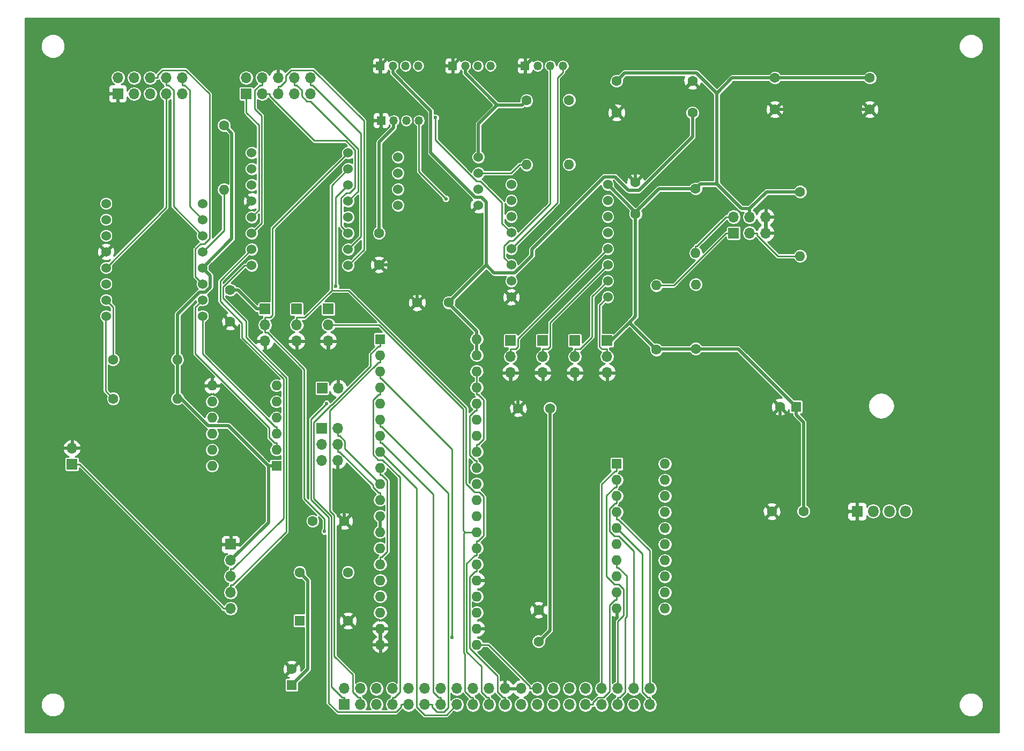
<source format=gbl>
G04 #@! TF.FileFunction,Copper,L2,Bot,Signal*
%FSLAX46Y46*%
G04 Gerber Fmt 4.6, Leading zero omitted, Abs format (unit mm)*
G04 Created by KiCad (PCBNEW 4.0.7) date 07/30/18 12:41:52*
%MOMM*%
%LPD*%
G01*
G04 APERTURE LIST*
%ADD10C,0.100000*%
%ADD11C,1.600000*%
%ADD12R,1.600000X1.600000*%
%ADD13R,1.700000X1.700000*%
%ADD14O,1.700000X1.700000*%
%ADD15R,1.350000X1.350000*%
%ADD16O,1.350000X1.350000*%
%ADD17O,1.600000X1.600000*%
%ADD18C,1.524000*%
%ADD19R,1.800000X1.800000*%
%ADD20O,1.800000X1.800000*%
%ADD21C,0.600000*%
%ADD22C,0.500000*%
%ADD23C,0.250000*%
%ADD24C,0.254000*%
G04 APERTURE END LIST*
D10*
D11*
X128476000Y-92200000D03*
X133476000Y-92200000D03*
X168529000Y-108458000D03*
X173529000Y-108458000D03*
X117500000Y-75500000D03*
X112500000Y-75500000D03*
X96000000Y-110000000D03*
X101000000Y-110000000D03*
X83000000Y-73500000D03*
X83000000Y-78500000D03*
X147000000Y-56500000D03*
X147000000Y-61500000D03*
X144000000Y-45500000D03*
X144000000Y-40500000D03*
X169000000Y-45000000D03*
X169000000Y-40000000D03*
X156000000Y-45500000D03*
X156000000Y-40500000D03*
X184000000Y-40000000D03*
X184000000Y-45000000D03*
X106500000Y-69500000D03*
X106500000Y-64500000D03*
D12*
X172339000Y-91948000D03*
D11*
X169839000Y-91948000D03*
D12*
X92710000Y-135890000D03*
D11*
X92710000Y-133390000D03*
D13*
X97409000Y-95377000D03*
D14*
X99949000Y-95377000D03*
X97409000Y-97917000D03*
X99949000Y-97917000D03*
X97409000Y-100457000D03*
X99949000Y-100457000D03*
D13*
X65250000Y-42500000D03*
D14*
X65250000Y-39960000D03*
X67790000Y-42500000D03*
X67790000Y-39960000D03*
X70330000Y-42500000D03*
X70330000Y-39960000D03*
X72870000Y-42500000D03*
X72870000Y-39960000D03*
X75410000Y-42500000D03*
X75410000Y-39960000D03*
D13*
X58000000Y-101000000D03*
D14*
X58000000Y-98460000D03*
D13*
X162500000Y-64500000D03*
D14*
X162500000Y-61960000D03*
X165040000Y-64500000D03*
X165040000Y-61960000D03*
X167580000Y-64500000D03*
X167580000Y-61960000D03*
D13*
X85500000Y-42500000D03*
D14*
X85500000Y-39960000D03*
X88040000Y-42500000D03*
X88040000Y-39960000D03*
X90580000Y-42500000D03*
X90580000Y-39960000D03*
X93120000Y-42500000D03*
X93120000Y-39960000D03*
X95660000Y-42500000D03*
X95660000Y-39960000D03*
D13*
X101000000Y-139000000D03*
D14*
X101000000Y-136460000D03*
X103540000Y-139000000D03*
X103540000Y-136460000D03*
X106080000Y-139000000D03*
X106080000Y-136460000D03*
X108620000Y-139000000D03*
X108620000Y-136460000D03*
X111160000Y-139000000D03*
X111160000Y-136460000D03*
X113700000Y-139000000D03*
X113700000Y-136460000D03*
X116240000Y-139000000D03*
X116240000Y-136460000D03*
X118780000Y-139000000D03*
X118780000Y-136460000D03*
X121320000Y-139000000D03*
X121320000Y-136460000D03*
X123860000Y-139000000D03*
X123860000Y-136460000D03*
X126400000Y-139000000D03*
X126400000Y-136460000D03*
X128940000Y-139000000D03*
X128940000Y-136460000D03*
X131480000Y-139000000D03*
X131480000Y-136460000D03*
X134020000Y-139000000D03*
X134020000Y-136460000D03*
X136560000Y-139000000D03*
X136560000Y-136460000D03*
X139100000Y-139000000D03*
X139100000Y-136460000D03*
X141640000Y-139000000D03*
X141640000Y-136460000D03*
X144180000Y-139000000D03*
X144180000Y-136460000D03*
X146720000Y-139000000D03*
X146720000Y-136460000D03*
X149260000Y-139000000D03*
X149260000Y-136460000D03*
D15*
X106680000Y-38100000D03*
D16*
X108680000Y-38100000D03*
X110680000Y-38100000D03*
X112680000Y-38100000D03*
D15*
X118110000Y-38100000D03*
D16*
X120110000Y-38100000D03*
X122110000Y-38100000D03*
X124110000Y-38100000D03*
D15*
X129540000Y-38100000D03*
D16*
X131540000Y-38100000D03*
X133540000Y-38100000D03*
X135540000Y-38100000D03*
D15*
X106807000Y-46736000D03*
D16*
X108807000Y-46736000D03*
X110807000Y-46736000D03*
X112807000Y-46736000D03*
D13*
X97500000Y-89000000D03*
D14*
X100040000Y-89000000D03*
D13*
X127260000Y-81500000D03*
D14*
X127260000Y-84040000D03*
X127260000Y-86580000D03*
D13*
X88500000Y-76500000D03*
D14*
X88500000Y-79040000D03*
X88500000Y-81580000D03*
D13*
X132340000Y-81500000D03*
D14*
X132340000Y-84040000D03*
X132340000Y-86580000D03*
D13*
X93500000Y-76500000D03*
D14*
X93500000Y-79040000D03*
X93500000Y-81580000D03*
D13*
X137420000Y-81500000D03*
D14*
X137420000Y-84040000D03*
X137420000Y-86580000D03*
D13*
X98500000Y-76500000D03*
D14*
X98500000Y-79040000D03*
X98500000Y-81580000D03*
D13*
X142500000Y-81500000D03*
D14*
X142500000Y-84040000D03*
X142500000Y-86580000D03*
D11*
X64500000Y-84500000D03*
D17*
X74660000Y-84500000D03*
D11*
X64516000Y-90678000D03*
D17*
X74676000Y-90678000D03*
D11*
X129794000Y-43561000D03*
D17*
X129794000Y-53721000D03*
D11*
X136500000Y-43500000D03*
D17*
X136500000Y-53660000D03*
D11*
X82000000Y-47500000D03*
D17*
X82000000Y-57660000D03*
D11*
X150295000Y-82931000D03*
D17*
X150295000Y-72771000D03*
D11*
X173000000Y-58000000D03*
D17*
X173000000Y-68160000D03*
D11*
X156500000Y-57500000D03*
D17*
X156500000Y-67660000D03*
D11*
X156518000Y-82804000D03*
D17*
X156518000Y-72644000D03*
D12*
X93980000Y-125730000D03*
D11*
X93980000Y-118110000D03*
X101600000Y-118110000D03*
X101600000Y-125730000D03*
D12*
X106680000Y-81280000D03*
D17*
X121920000Y-129540000D03*
X106680000Y-83820000D03*
X121920000Y-127000000D03*
X106680000Y-86360000D03*
X121920000Y-124460000D03*
X106680000Y-88900000D03*
X121920000Y-121920000D03*
X106680000Y-91440000D03*
X121920000Y-119380000D03*
X106680000Y-93980000D03*
X121920000Y-116840000D03*
X106680000Y-96520000D03*
X121920000Y-114300000D03*
X106680000Y-99060000D03*
X121920000Y-111760000D03*
X106680000Y-101600000D03*
X121920000Y-109220000D03*
X106680000Y-104140000D03*
X121920000Y-106680000D03*
X106680000Y-106680000D03*
X121920000Y-104140000D03*
X106680000Y-109220000D03*
X121920000Y-101600000D03*
X106680000Y-111760000D03*
X121920000Y-99060000D03*
X106680000Y-114300000D03*
X121920000Y-96520000D03*
X106680000Y-116840000D03*
X121920000Y-93980000D03*
X106680000Y-119380000D03*
X121920000Y-91440000D03*
X106680000Y-121920000D03*
X121920000Y-88900000D03*
X106680000Y-124460000D03*
X121920000Y-86360000D03*
X106680000Y-127000000D03*
X121920000Y-83820000D03*
X106680000Y-129540000D03*
X121920000Y-81280000D03*
D12*
X90297000Y-101297000D03*
D17*
X80137000Y-88597000D03*
X90297000Y-98757000D03*
X80137000Y-91137000D03*
X90297000Y-96217000D03*
X80137000Y-93677000D03*
X90297000Y-93677000D03*
X80137000Y-96217000D03*
X90297000Y-91137000D03*
X80137000Y-98757000D03*
X90297000Y-88597000D03*
X80137000Y-101297000D03*
D18*
X109500000Y-52500000D03*
X109500000Y-55040000D03*
X109500000Y-57580000D03*
X109500000Y-60120000D03*
X122200000Y-60120000D03*
X122200000Y-57580000D03*
X122200000Y-55040000D03*
X122200000Y-52500000D03*
D12*
X144018000Y-100965000D03*
D17*
X151638000Y-123825000D03*
X144018000Y-103505000D03*
X151638000Y-121285000D03*
X144018000Y-106045000D03*
X151638000Y-118745000D03*
X144018000Y-108585000D03*
X151638000Y-116205000D03*
X144018000Y-111125000D03*
X151638000Y-113665000D03*
X144018000Y-113665000D03*
X151638000Y-111125000D03*
X144018000Y-116205000D03*
X151638000Y-108585000D03*
X144018000Y-118745000D03*
X151638000Y-106045000D03*
X144018000Y-121285000D03*
X151638000Y-103505000D03*
X144018000Y-123825000D03*
X151638000Y-100965000D03*
D13*
X83058000Y-113665000D03*
D14*
X83058000Y-116205000D03*
X83058000Y-118745000D03*
X83058000Y-121285000D03*
X83058000Y-123825000D03*
D19*
X181991000Y-108458000D03*
D20*
X184531000Y-108458000D03*
X187071000Y-108458000D03*
X189611000Y-108458000D03*
D11*
X131699000Y-129032000D03*
X131699000Y-124032000D03*
D18*
X63380000Y-59840000D03*
X63380000Y-62380000D03*
X63380000Y-64920000D03*
X63380000Y-67460000D03*
X63380000Y-70000000D03*
X63380000Y-72540000D03*
X63380000Y-75080000D03*
X63380000Y-77620000D03*
X78620000Y-77620000D03*
X78620000Y-75080000D03*
X78620000Y-72540000D03*
X78620000Y-70000000D03*
X78620000Y-67460000D03*
X78620000Y-64920000D03*
X78620000Y-62380000D03*
X78620000Y-59840000D03*
X127380000Y-56840000D03*
X127380000Y-59380000D03*
X127380000Y-61920000D03*
X127380000Y-64460000D03*
X127380000Y-67000000D03*
X127380000Y-69540000D03*
X127380000Y-72080000D03*
X127380000Y-74620000D03*
X142620000Y-74620000D03*
X142620000Y-72080000D03*
X142620000Y-69540000D03*
X142620000Y-67000000D03*
X142620000Y-64460000D03*
X142620000Y-61920000D03*
X142620000Y-59380000D03*
X142620000Y-56840000D03*
X86380000Y-51840000D03*
X86380000Y-54380000D03*
X86380000Y-56920000D03*
X86380000Y-59460000D03*
X86380000Y-62000000D03*
X86380000Y-64540000D03*
X86380000Y-67080000D03*
X86380000Y-69620000D03*
X101620000Y-69620000D03*
X101620000Y-67080000D03*
X101620000Y-64540000D03*
X101620000Y-62000000D03*
X101620000Y-59460000D03*
X101620000Y-56920000D03*
X101620000Y-54380000D03*
X101620000Y-51840000D03*
D21*
X118044300Y-128354200D03*
X98193100Y-91440000D03*
X99675300Y-72930400D03*
X97907500Y-111639300D03*
X117055800Y-59077100D03*
X115420700Y-46277600D03*
D22*
X106680000Y-129540000D02*
X106680000Y-127000000D01*
X106807000Y-46348400D02*
X106807000Y-45610700D01*
X106807000Y-46348400D02*
X106807000Y-46736000D01*
X167580000Y-61960000D02*
X167580000Y-64500000D01*
X112820000Y-69500000D02*
X112500000Y-69500000D01*
X122200000Y-60120000D02*
X112820000Y-69500000D01*
X112500000Y-69500000D02*
X112500000Y-75500000D01*
X65250000Y-65590000D02*
X65250000Y-42500000D01*
X63380000Y-67460000D02*
X65250000Y-65590000D01*
X127260000Y-86580000D02*
X127260000Y-87880300D01*
X132340000Y-86580000D02*
X131039700Y-86580000D01*
X128523400Y-89096300D02*
X131039700Y-86580000D01*
X128476000Y-89096300D02*
X128523400Y-89096300D01*
X128476000Y-92200000D02*
X128476000Y-89096300D01*
X128476000Y-89096300D02*
X127260000Y-87880300D01*
X169000000Y-45000000D02*
X184000000Y-45000000D01*
X100040000Y-84420300D02*
X100040000Y-89000000D01*
X98500000Y-82880300D02*
X100040000Y-84420300D01*
X98500000Y-81580000D02*
X98500000Y-82880300D01*
X100342600Y-110657400D02*
X101000000Y-110000000D01*
X100342600Y-124472600D02*
X100342600Y-110657400D01*
X101600000Y-125730000D02*
X100342600Y-124472600D01*
X101000000Y-102808300D02*
X99949000Y-101757300D01*
X101000000Y-110000000D02*
X101000000Y-102808300D01*
X99949000Y-100457000D02*
X99949000Y-101757300D01*
X80831300Y-76331300D02*
X83000000Y-78500000D01*
X80831300Y-69946800D02*
X80831300Y-76331300D01*
X84097800Y-66680300D02*
X80831300Y-69946800D01*
X84097800Y-61742200D02*
X84097800Y-66680300D01*
X86380000Y-59460000D02*
X84097800Y-61742200D01*
X106807000Y-46736000D02*
X106807000Y-47861300D01*
X112500000Y-69500000D02*
X106500000Y-69500000D01*
X105249600Y-49418700D02*
X106807000Y-47861300D01*
X105249600Y-68249600D02*
X105249600Y-49418700D01*
X106500000Y-69500000D02*
X105249600Y-68249600D01*
X181991000Y-108458000D02*
X180640700Y-108458000D01*
X172421700Y-109730700D02*
X169839000Y-107148000D01*
X179368000Y-109730700D02*
X172421700Y-109730700D01*
X180640700Y-108458000D02*
X179368000Y-109730700D01*
X169839000Y-91948000D02*
X169839000Y-107148000D01*
X169839000Y-107148000D02*
X168529000Y-108458000D01*
X148000000Y-48500000D02*
X147000000Y-48500000D01*
X156000000Y-40500000D02*
X148000000Y-48500000D01*
X147000000Y-48500000D02*
X147000000Y-56500000D01*
X127289400Y-36974700D02*
X128414700Y-38100000D01*
X119235300Y-36974700D02*
X127289400Y-36974700D01*
X118110000Y-38100000D02*
X119235300Y-36974700D01*
X129540000Y-38100000D02*
X128414700Y-38100000D01*
X147000000Y-48500000D02*
X144000000Y-45500000D01*
X130701500Y-36938500D02*
X129540000Y-38100000D01*
X136024100Y-36938500D02*
X130701500Y-36938500D01*
X144000000Y-44914400D02*
X136024100Y-36938500D01*
X144000000Y-45500000D02*
X144000000Y-44914400D01*
X106680000Y-45483700D02*
X106680000Y-38100000D01*
X106807000Y-45610700D02*
X106680000Y-45483700D01*
X115859400Y-36974700D02*
X116984700Y-38100000D01*
X107805300Y-36974700D02*
X115859400Y-36974700D01*
X106680000Y-38100000D02*
X107805300Y-36974700D01*
X118110000Y-38100000D02*
X116984700Y-38100000D01*
X106680000Y-111760000D02*
X106680000Y-109220000D01*
X95230400Y-119360400D02*
X93980000Y-118110000D01*
X95230400Y-133369600D02*
X95230400Y-119360400D01*
X92710000Y-135890000D02*
X95230400Y-133369600D01*
X121920000Y-81280000D02*
X121920000Y-83820000D01*
X121920000Y-81280000D02*
X121920000Y-80029700D01*
X133476000Y-127255000D02*
X131699000Y-129032000D01*
X133476000Y-92200000D02*
X133476000Y-127255000D01*
X117500000Y-75609700D02*
X117500000Y-75500000D01*
X121920000Y-80029700D02*
X117500000Y-75609700D01*
X108680000Y-38100000D02*
X108680000Y-39225300D01*
X124661800Y-70810000D02*
X123425900Y-69574100D01*
X127895100Y-70810000D02*
X124661800Y-70810000D01*
X130645400Y-68059700D02*
X127895100Y-70810000D01*
X130645400Y-67048100D02*
X130645400Y-68059700D01*
X142073100Y-55620400D02*
X130645400Y-67048100D01*
X143765400Y-55620400D02*
X142073100Y-55620400D01*
X145895300Y-57750300D02*
X143765400Y-55620400D01*
X147535000Y-57750300D02*
X145895300Y-57750300D01*
X156000000Y-49285300D02*
X147535000Y-57750300D01*
X156000000Y-45500000D02*
X156000000Y-49285300D01*
X117500000Y-75500000D02*
X123425900Y-69574100D01*
X123425900Y-59625700D02*
X123425900Y-69574100D01*
X122650200Y-58850000D02*
X123425900Y-59625700D01*
X121670900Y-58850000D02*
X122650200Y-58850000D01*
X114670400Y-51849500D02*
X121670900Y-58850000D01*
X114670400Y-45215700D02*
X114670400Y-51849500D01*
X108680000Y-39225300D02*
X114670400Y-45215700D01*
X142500000Y-81500000D02*
X143150200Y-81500000D01*
X108807000Y-46736000D02*
X108807000Y-47861300D01*
X173529000Y-94388300D02*
X173529000Y-108458000D01*
X172339000Y-93198300D02*
X173529000Y-94388300D01*
X172339000Y-91948000D02*
X172339000Y-93198300D01*
X74660000Y-89411700D02*
X74660000Y-84500000D01*
X74676000Y-89427700D02*
X74660000Y-89411700D01*
X143150200Y-81500000D02*
X146007100Y-78643100D01*
X147000000Y-77650200D02*
X147000000Y-61500000D01*
X146007100Y-78643100D02*
X147000000Y-77650200D01*
X150720000Y-57500000D02*
X147000000Y-61220000D01*
X156500000Y-57500000D02*
X150720000Y-57500000D01*
X142620000Y-56840000D02*
X147000000Y-61220000D01*
X147000000Y-61220000D02*
X147000000Y-61500000D01*
X74660000Y-77302600D02*
X74660000Y-84500000D01*
X78152600Y-73810000D02*
X74660000Y-77302600D01*
X79083900Y-73810000D02*
X78152600Y-73810000D01*
X79832600Y-73061300D02*
X79083900Y-73810000D01*
X79832600Y-71212600D02*
X79832600Y-73061300D01*
X78620000Y-70000000D02*
X79832600Y-71212600D01*
X84199700Y-73500000D02*
X83000000Y-73500000D01*
X87199700Y-76500000D02*
X84199700Y-73500000D01*
X88500000Y-76500000D02*
X87199700Y-76500000D01*
X74676000Y-90678000D02*
X74676000Y-90083500D01*
X74676000Y-90083500D02*
X74676000Y-89427700D01*
X82696700Y-94947000D02*
X89046700Y-101297000D01*
X79539500Y-94947000D02*
X82696700Y-94947000D01*
X74676000Y-90083500D02*
X79539500Y-94947000D01*
X90297000Y-101297000D02*
X89046700Y-101297000D01*
X89046700Y-110216300D02*
X89046700Y-101297000D01*
X83058000Y-116205000D02*
X89046700Y-110216300D01*
X83256600Y-65363400D02*
X78620000Y-70000000D01*
X83256600Y-48756600D02*
X83256600Y-65363400D01*
X82000000Y-47500000D02*
X83256600Y-48756600D01*
X169000000Y-40000000D02*
X184000000Y-40000000D01*
X106500000Y-50168300D02*
X108807000Y-47861300D01*
X106500000Y-64500000D02*
X106500000Y-50168300D01*
X146007100Y-78643100D02*
X150295000Y-82931000D01*
X163195000Y-82804000D02*
X156518000Y-82804000D01*
X172339000Y-91948000D02*
X163195000Y-82804000D01*
X150422000Y-82804000D02*
X150295000Y-82931000D01*
X156518000Y-82804000D02*
X150422000Y-82804000D01*
X120110000Y-38100000D02*
X120110000Y-39225300D01*
X129072500Y-44282500D02*
X129794000Y-43561000D01*
X125167200Y-44282500D02*
X129072500Y-44282500D01*
X122200000Y-47249700D02*
X125167200Y-44282500D01*
X122200000Y-52500000D02*
X122200000Y-47249700D01*
X125167200Y-44282500D02*
X120110000Y-39225300D01*
X163739700Y-60659700D02*
X159825000Y-56745000D01*
X165040000Y-60659700D02*
X163739700Y-60659700D01*
X157255000Y-56745000D02*
X156500000Y-57500000D01*
X159825000Y-56745000D02*
X157255000Y-56745000D01*
X145265600Y-39234400D02*
X144000000Y-40500000D01*
X156634400Y-39234400D02*
X145265600Y-39234400D01*
X159825000Y-42425000D02*
X156634400Y-39234400D01*
X159825000Y-56745000D02*
X159825000Y-42425000D01*
X162250000Y-40000000D02*
X169000000Y-40000000D01*
X159825000Y-42425000D02*
X162250000Y-40000000D01*
X165040000Y-61960000D02*
X165040000Y-60834800D01*
X165040000Y-60834800D02*
X165040000Y-60659700D01*
X167699700Y-58000000D02*
X173000000Y-58000000D01*
X165040000Y-60659700D02*
X167699700Y-58000000D01*
D23*
X100316400Y-96552300D02*
X99949000Y-96552300D01*
X101124300Y-97360200D02*
X100316400Y-96552300D01*
X101124300Y-98584300D02*
X101124300Y-97360200D01*
X106680000Y-104140000D02*
X101124300Y-98584300D01*
X99949000Y-95377000D02*
X99949000Y-96552300D01*
X106398600Y-105554700D02*
X106680000Y-105554700D01*
X105554700Y-104710800D02*
X106398600Y-105554700D01*
X105554700Y-104361500D02*
X105554700Y-104710800D01*
X100285500Y-99092300D02*
X105554700Y-104361500D01*
X99949000Y-99092300D02*
X100285500Y-99092300D01*
X99949000Y-97917000D02*
X99949000Y-99092300D01*
X106680000Y-106680000D02*
X106680000Y-105554700D01*
X71505300Y-39592600D02*
X71505300Y-39960000D01*
X72313200Y-38784700D02*
X71505300Y-39592600D01*
X75967700Y-38784700D02*
X72313200Y-38784700D01*
X79748000Y-42565000D02*
X75967700Y-38784700D01*
X79748000Y-65351600D02*
X79748000Y-42565000D01*
X78909600Y-66190000D02*
X79748000Y-65351600D01*
X78337000Y-66190000D02*
X78909600Y-66190000D01*
X77496300Y-67030700D02*
X78337000Y-66190000D01*
X77496300Y-71416300D02*
X77496300Y-67030700D01*
X78620000Y-72540000D02*
X77496300Y-71416300D01*
X70330000Y-39960000D02*
X71505300Y-39960000D01*
X72870000Y-60510000D02*
X72870000Y-42500000D01*
X63380000Y-70000000D02*
X72870000Y-60510000D01*
X73237400Y-41135300D02*
X72870000Y-41135300D01*
X74045300Y-41943200D02*
X73237400Y-41135300D01*
X74045300Y-60345300D02*
X74045300Y-41943200D01*
X78620000Y-64920000D02*
X74045300Y-60345300D01*
X72870000Y-39960000D02*
X72870000Y-41135300D01*
X75777400Y-41135300D02*
X75410000Y-41135300D01*
X76585300Y-41943200D02*
X75777400Y-41135300D01*
X76585300Y-60345300D02*
X76585300Y-41943200D01*
X78620000Y-62380000D02*
X76585300Y-60345300D01*
X75410000Y-39960000D02*
X75410000Y-41135300D01*
X81882700Y-123707400D02*
X59175300Y-101000000D01*
X81882700Y-123825000D02*
X81882700Y-123707400D01*
X58000000Y-101000000D02*
X59175300Y-101000000D01*
X83058000Y-123825000D02*
X81882700Y-123825000D01*
X153053700Y-72771000D02*
X150295000Y-72771000D01*
X161324700Y-64500000D02*
X153053700Y-72771000D01*
X162500000Y-64500000D02*
X161324700Y-64500000D01*
X156750000Y-66534700D02*
X156500000Y-66534700D01*
X161324700Y-61960000D02*
X156750000Y-66534700D01*
X162500000Y-61960000D02*
X161324700Y-61960000D01*
X156500000Y-67660000D02*
X156500000Y-66534700D01*
X166215300Y-64867300D02*
X166215300Y-64500000D01*
X169508000Y-68160000D02*
X166215300Y-64867300D01*
X173000000Y-68160000D02*
X169508000Y-68160000D01*
X165040000Y-64500000D02*
X166215300Y-64500000D01*
X85500000Y-45460300D02*
X85500000Y-42500000D01*
X87514800Y-47475100D02*
X85500000Y-45460300D01*
X87514800Y-60865200D02*
X87514800Y-47475100D01*
X86380000Y-62000000D02*
X87514800Y-60865200D01*
X89215300Y-42867300D02*
X89215300Y-42500000D01*
X96280200Y-49932200D02*
X89215300Y-42867300D01*
X101257300Y-49932200D02*
X96280200Y-49932200D01*
X102714800Y-51389700D02*
X101257300Y-49932200D01*
X102714800Y-57363800D02*
X102714800Y-51389700D01*
X101888600Y-58190000D02*
X102714800Y-57363800D01*
X101320000Y-58190000D02*
X101888600Y-58190000D01*
X100530900Y-58979100D02*
X101320000Y-58190000D01*
X100530900Y-63450900D02*
X100530900Y-58979100D01*
X101620000Y-64540000D02*
X100530900Y-63450900D01*
X88040000Y-42500000D02*
X89215300Y-42500000D01*
X87672600Y-41135300D02*
X88040000Y-41135300D01*
X86864700Y-41943200D02*
X87672600Y-41135300D01*
X86864700Y-44897900D02*
X86864700Y-41943200D01*
X87965200Y-45998400D02*
X86864700Y-44897900D01*
X87965200Y-62954800D02*
X87965200Y-45998400D01*
X86380000Y-64540000D02*
X87965200Y-62954800D01*
X88040000Y-39960000D02*
X88040000Y-41135300D01*
X90947400Y-41324700D02*
X90580000Y-41324700D01*
X91755300Y-40516800D02*
X90947400Y-41324700D01*
X91755300Y-39659100D02*
X91755300Y-40516800D01*
X92647600Y-38766800D02*
X91755300Y-39659100D01*
X96135900Y-38766800D02*
X92647600Y-38766800D01*
X104109900Y-46740800D02*
X96135900Y-38766800D01*
X104109900Y-67130100D02*
X104109900Y-46740800D01*
X101620000Y-69620000D02*
X104109900Y-67130100D01*
X90580000Y-42500000D02*
X90580000Y-41324700D01*
X93487400Y-41135300D02*
X93120000Y-41135300D01*
X94295300Y-41943200D02*
X93487400Y-41135300D01*
X94295300Y-42860000D02*
X94295300Y-41943200D01*
X95110600Y-43675300D02*
X94295300Y-42860000D01*
X95637300Y-43675300D02*
X95110600Y-43675300D01*
X103165100Y-51203100D02*
X95637300Y-43675300D01*
X103165100Y-57914900D02*
X103165100Y-51203100D01*
X101620000Y-59460000D02*
X103165100Y-57914900D01*
X93120000Y-39960000D02*
X93120000Y-41135300D01*
X95660000Y-39960000D02*
X95660000Y-41135300D01*
X103643800Y-65056200D02*
X101620000Y-67080000D01*
X103643800Y-48751800D02*
X103643800Y-65056200D01*
X96027300Y-41135300D02*
X103643800Y-48751800D01*
X95660000Y-41135300D02*
X96027300Y-41135300D01*
X106680000Y-81280000D02*
X106680000Y-82405300D01*
X101000000Y-139000000D02*
X101000000Y-137824700D01*
X106398600Y-82405300D02*
X106680000Y-82405300D01*
X105181500Y-83622400D02*
X106398600Y-82405300D01*
X105181500Y-85525500D02*
X105181500Y-83622400D01*
X99057800Y-91649200D02*
X105181500Y-85525500D01*
X98969400Y-91649200D02*
X99057800Y-91649200D01*
X96204800Y-94413800D02*
X98969400Y-91649200D01*
X96204800Y-106475600D02*
X96204800Y-94413800D01*
X98983100Y-109253900D02*
X96204800Y-106475600D01*
X98983100Y-136175100D02*
X98983100Y-109253900D01*
X100632700Y-137824700D02*
X98983100Y-136175100D01*
X101000000Y-137824700D02*
X100632700Y-137824700D01*
X106680000Y-83820000D02*
X106680000Y-84945300D01*
X103540000Y-139000000D02*
X103540000Y-137824700D01*
X106398600Y-84945300D02*
X106680000Y-84945300D01*
X98740400Y-92603500D02*
X106398600Y-84945300D01*
X98740400Y-108374300D02*
X98740400Y-92603500D01*
X99433400Y-109067300D02*
X98740400Y-108374300D01*
X99433400Y-131328300D02*
X99433400Y-109067300D01*
X102364700Y-134259600D02*
X99433400Y-131328300D01*
X102364700Y-137016800D02*
X102364700Y-134259600D01*
X103172600Y-137824700D02*
X102364700Y-137016800D01*
X103540000Y-137824700D02*
X103172600Y-137824700D01*
X106680000Y-86360000D02*
X106680000Y-87485300D01*
X118044300Y-98645100D02*
X118044300Y-128354200D01*
X106884500Y-87485300D02*
X118044300Y-98645100D01*
X106680000Y-87485300D02*
X106884500Y-87485300D01*
X108987400Y-137824700D02*
X108620000Y-137824700D01*
X109795300Y-137016800D02*
X108987400Y-137824700D01*
X109795300Y-103069600D02*
X109795300Y-137016800D01*
X107055700Y-100330000D02*
X109795300Y-103069600D01*
X106344200Y-100330000D02*
X107055700Y-100330000D01*
X105535700Y-99521500D02*
X106344200Y-100330000D01*
X105535700Y-90888300D02*
X105535700Y-99521500D01*
X106398700Y-90025300D02*
X105535700Y-90888300D01*
X106680000Y-90025300D02*
X106398700Y-90025300D01*
X106680000Y-88900000D02*
X106680000Y-90025300D01*
X108620000Y-139000000D02*
X108620000Y-137824700D01*
X111160000Y-139000000D02*
X109984700Y-139000000D01*
X95748700Y-93884400D02*
X98193100Y-91440000D01*
X95748700Y-106656500D02*
X95748700Y-93884400D01*
X98532800Y-109440600D02*
X95748700Y-106656500D01*
X98532800Y-138749500D02*
X98532800Y-109440600D01*
X99958600Y-140175300D02*
X98532800Y-138749500D01*
X109176800Y-140175300D02*
X99958600Y-140175300D01*
X109984700Y-139367400D02*
X109176800Y-140175300D01*
X109984700Y-139000000D02*
X109984700Y-139367400D01*
X114875300Y-139367400D02*
X114875300Y-139000000D01*
X115683200Y-140175300D02*
X114875300Y-139367400D01*
X116748500Y-140175300D02*
X115683200Y-140175300D01*
X117415400Y-139508400D02*
X116748500Y-140175300D01*
X117415400Y-105559400D02*
X117415400Y-139508400D01*
X106961300Y-95105300D02*
X117415400Y-105559400D01*
X106680000Y-95105300D02*
X106961300Y-95105300D01*
X106680000Y-93980000D02*
X106680000Y-95105300D01*
X113700000Y-139000000D02*
X114875300Y-139000000D01*
X106680000Y-96520000D02*
X106680000Y-97645300D01*
X116240000Y-139000000D02*
X116240000Y-137824700D01*
X115872600Y-137824700D02*
X116240000Y-137824700D01*
X115064700Y-137016800D02*
X115872600Y-137824700D01*
X115064700Y-105748700D02*
X115064700Y-137016800D01*
X106961300Y-97645300D02*
X115064700Y-105748700D01*
X106680000Y-97645300D02*
X106961300Y-97645300D01*
X117135300Y-140644700D02*
X118780000Y-139000000D01*
X113678700Y-140644700D02*
X117135300Y-140644700D01*
X112430000Y-139396000D02*
X113678700Y-140644700D01*
X112430000Y-104810000D02*
X112430000Y-139396000D01*
X106680000Y-99060000D02*
X112430000Y-104810000D01*
X98500000Y-79040000D02*
X99675300Y-79040000D01*
X121320000Y-139000000D02*
X121320000Y-137824700D01*
X121920000Y-111760000D02*
X120794700Y-111760000D01*
X120794700Y-111760000D02*
X120090400Y-111760000D01*
X120952700Y-137824700D02*
X121320000Y-137824700D01*
X120090400Y-136962400D02*
X120952700Y-137824700D01*
X120090400Y-131009800D02*
X120090400Y-136962400D01*
X119894100Y-130813500D02*
X120090400Y-131009800D01*
X119894100Y-111956300D02*
X119894100Y-130813500D01*
X120090400Y-111760000D02*
X119894100Y-111956300D01*
X119810900Y-111480500D02*
X120090400Y-111760000D01*
X119810900Y-92346500D02*
X119810900Y-111480500D01*
X106504400Y-79040000D02*
X119810900Y-92346500D01*
X99675300Y-79040000D02*
X106504400Y-79040000D01*
X99675300Y-58864700D02*
X99675300Y-72930400D01*
X101620000Y-56920000D02*
X99675300Y-58864700D01*
X93500000Y-79040000D02*
X93500000Y-77864700D01*
X123860000Y-139000000D02*
X123860000Y-137824700D01*
X121920000Y-114300000D02*
X121920000Y-115425300D01*
X123492600Y-137824700D02*
X123860000Y-137824700D01*
X122684700Y-137016800D02*
X123492600Y-137824700D01*
X122684700Y-132967200D02*
X122684700Y-137016800D01*
X120344400Y-130626900D02*
X122684700Y-132967200D01*
X120344400Y-116719500D02*
X120344400Y-130626900D01*
X121638600Y-115425300D02*
X120344400Y-116719500D01*
X121920000Y-115425300D02*
X121638600Y-115425300D01*
X121920000Y-114300000D02*
X121920000Y-113174700D01*
X94771800Y-77864700D02*
X99039700Y-73596800D01*
X93500000Y-77864700D02*
X94771800Y-77864700D01*
X122201400Y-113174700D02*
X121920000Y-113174700D01*
X123045300Y-112330800D02*
X122201400Y-113174700D01*
X123045300Y-106136300D02*
X123045300Y-112330800D01*
X122319000Y-105410000D02*
X123045300Y-106136300D01*
X121592500Y-105410000D02*
X122319000Y-105410000D01*
X120261300Y-104078800D02*
X121592500Y-105410000D01*
X120261300Y-92160000D02*
X120261300Y-104078800D01*
X101698100Y-73596800D02*
X120261300Y-92160000D01*
X99039700Y-73596800D02*
X101698100Y-73596800D01*
X99039700Y-56960300D02*
X101620000Y-54380000D01*
X99039700Y-73596800D02*
X99039700Y-56960300D01*
X126032600Y-137824700D02*
X126400000Y-137824700D01*
X125224700Y-137016800D02*
X126032600Y-137824700D01*
X125224700Y-134463900D02*
X125224700Y-137016800D01*
X120794700Y-130033900D02*
X125224700Y-134463900D01*
X120794700Y-118819200D02*
X120794700Y-130033900D01*
X121648600Y-117965300D02*
X120794700Y-118819200D01*
X121920000Y-117965300D02*
X121648600Y-117965300D01*
X121920000Y-116840000D02*
X121920000Y-117965300D01*
X126400000Y-139000000D02*
X126400000Y-137824700D01*
X97907500Y-109677100D02*
X97907500Y-111639300D01*
X94692000Y-106461600D02*
X97907500Y-109677100D01*
X94692000Y-86040000D02*
X94692000Y-106461600D01*
X88867300Y-80215300D02*
X94692000Y-86040000D01*
X88500000Y-80215300D02*
X88867300Y-80215300D01*
X88500000Y-79040000D02*
X88500000Y-80215300D01*
X89308100Y-77864700D02*
X88500000Y-77864700D01*
X89675300Y-77497500D02*
X89308100Y-77864700D01*
X89675300Y-63784700D02*
X89675300Y-77497500D01*
X101620000Y-51840000D02*
X89675300Y-63784700D01*
X88500000Y-79040000D02*
X88500000Y-77864700D01*
X130304700Y-136092700D02*
X130304700Y-136460000D01*
X123752000Y-129540000D02*
X130304700Y-136092700D01*
X121920000Y-129540000D02*
X123752000Y-129540000D01*
X131480000Y-136460000D02*
X130304700Y-136460000D01*
X140275300Y-138632600D02*
X140275300Y-139000000D01*
X141083200Y-137824700D02*
X140275300Y-138632600D01*
X141976300Y-137824700D02*
X141083200Y-137824700D01*
X142892700Y-136908300D02*
X141976300Y-137824700D01*
X142892700Y-123254200D02*
X142892700Y-136908300D01*
X143736600Y-122410300D02*
X142892700Y-123254200D01*
X144018000Y-122410300D02*
X143736600Y-122410300D01*
X144018000Y-121285000D02*
X144018000Y-122410300D01*
X139100000Y-139000000D02*
X140275300Y-139000000D01*
X144018000Y-100965000D02*
X144018000Y-102090300D01*
X141640000Y-136460000D02*
X141640000Y-135284700D01*
X141640000Y-104187000D02*
X141640000Y-135284700D01*
X143736700Y-102090300D02*
X141640000Y-104187000D01*
X144018000Y-102090300D02*
X143736700Y-102090300D01*
X144547400Y-137824700D02*
X144180000Y-137824700D01*
X145355300Y-137016800D02*
X144547400Y-137824700D01*
X145355300Y-125326300D02*
X145355300Y-137016800D01*
X145607900Y-125073700D02*
X145355300Y-125326300D01*
X145607900Y-118638900D02*
X145607900Y-125073700D01*
X144299300Y-117330300D02*
X145607900Y-118638900D01*
X144018000Y-117330300D02*
X144299300Y-117330300D01*
X144018000Y-116205000D02*
X144018000Y-117330300D01*
X144180000Y-139000000D02*
X144180000Y-137824700D01*
X144018000Y-103505000D02*
X144018000Y-104630300D01*
X144180000Y-125864700D02*
X144180000Y-136460000D01*
X145150700Y-124894000D02*
X144180000Y-125864700D01*
X145150700Y-120789600D02*
X145150700Y-124894000D01*
X144376100Y-120015000D02*
X145150700Y-120789600D01*
X143674800Y-120015000D02*
X144376100Y-120015000D01*
X142398000Y-118738200D02*
X143674800Y-120015000D01*
X142398000Y-105969000D02*
X142398000Y-118738200D01*
X143736700Y-104630300D02*
X142398000Y-105969000D01*
X144018000Y-104630300D02*
X143736700Y-104630300D01*
X146720000Y-114728300D02*
X146720000Y-136460000D01*
X144386700Y-112395000D02*
X146720000Y-114728300D01*
X143658400Y-112395000D02*
X144386700Y-112395000D01*
X142873800Y-111610400D02*
X143658400Y-112395000D01*
X142873800Y-108033200D02*
X142873800Y-111610400D01*
X143736700Y-107170300D02*
X142873800Y-108033200D01*
X144018000Y-107170300D02*
X143736700Y-107170300D01*
X144018000Y-106045000D02*
X144018000Y-107170300D01*
X148892600Y-137824700D02*
X149260000Y-137824700D01*
X148084700Y-137016800D02*
X148892600Y-137824700D01*
X148084700Y-115191700D02*
X148084700Y-137016800D01*
X144018000Y-111125000D02*
X148084700Y-115191700D01*
X149260000Y-139000000D02*
X149260000Y-137824700D01*
X149260000Y-114671000D02*
X149260000Y-136460000D01*
X144299300Y-109710300D02*
X149260000Y-114671000D01*
X144018000Y-109710300D02*
X144299300Y-109710300D01*
X144018000Y-108585000D02*
X144018000Y-109710300D01*
X133540000Y-38100000D02*
X133540000Y-39100300D01*
X133540000Y-59860000D02*
X133540000Y-39100300D01*
X127670000Y-65730000D02*
X133540000Y-59860000D01*
X127093300Y-65730000D02*
X127670000Y-65730000D01*
X126244000Y-66579300D02*
X127093300Y-65730000D01*
X126244000Y-68404000D02*
X126244000Y-66579300D01*
X127380000Y-69540000D02*
X126244000Y-68404000D01*
X135540000Y-38100000D02*
X135540000Y-39100300D01*
X134674300Y-59705700D02*
X127380000Y-67000000D01*
X134674300Y-39966000D02*
X134674300Y-59705700D01*
X135540000Y-39100300D02*
X134674300Y-39966000D01*
X64500000Y-76200000D02*
X64500000Y-84500000D01*
X63380000Y-75080000D02*
X64500000Y-76200000D01*
X63301600Y-89463600D02*
X64516000Y-90678000D01*
X63301600Y-77698400D02*
X63301600Y-89463600D01*
X63380000Y-77620000D02*
X63301600Y-77698400D01*
X112807000Y-54828300D02*
X112807000Y-46736000D01*
X117055800Y-59077100D02*
X112807000Y-54828300D01*
X128068100Y-82864700D02*
X127260000Y-82864700D01*
X128435300Y-82497500D02*
X128068100Y-82864700D01*
X128435300Y-81184700D02*
X128435300Y-82497500D01*
X142620000Y-67000000D02*
X128435300Y-81184700D01*
X127260000Y-84040000D02*
X127260000Y-82864700D01*
X133148100Y-82864700D02*
X132340000Y-82864700D01*
X133515300Y-82497500D02*
X133148100Y-82864700D01*
X133515300Y-78644700D02*
X133515300Y-82497500D01*
X142620000Y-69540000D02*
X133515300Y-78644700D01*
X132340000Y-84040000D02*
X132340000Y-82864700D01*
X137420000Y-84040000D02*
X137420000Y-82864700D01*
X140162000Y-74538000D02*
X142620000Y-72080000D01*
X140162000Y-80930800D02*
X140162000Y-74538000D01*
X138228100Y-82864700D02*
X140162000Y-80930800D01*
X137420000Y-82864700D02*
X138228100Y-82864700D01*
X141691900Y-82864700D02*
X142500000Y-82864700D01*
X141324700Y-82497500D02*
X141691900Y-82864700D01*
X141324700Y-75915300D02*
X141324700Y-82497500D01*
X142620000Y-74620000D02*
X141324700Y-75915300D01*
X142500000Y-84040000D02*
X142500000Y-82864700D01*
X83425300Y-117569700D02*
X83058000Y-117569700D01*
X91422300Y-109572700D02*
X83425300Y-117569700D01*
X91422300Y-87564500D02*
X91422300Y-109572700D01*
X84863200Y-81005400D02*
X91422300Y-87564500D01*
X84863200Y-78766300D02*
X84863200Y-81005400D01*
X81406700Y-75309800D02*
X84863200Y-78766300D01*
X81406700Y-72053300D02*
X81406700Y-75309800D01*
X86380000Y-67080000D02*
X81406700Y-72053300D01*
X83058000Y-118745000D02*
X83058000Y-117569700D01*
X127349700Y-55040000D02*
X128668700Y-53721000D01*
X122200000Y-55040000D02*
X127349700Y-55040000D01*
X129794000Y-53721000D02*
X128668700Y-53721000D01*
X83058000Y-121285000D02*
X83058000Y-120109700D01*
X83425300Y-120109700D02*
X83058000Y-120109700D01*
X91872700Y-111662300D02*
X83425300Y-120109700D01*
X91872700Y-87372400D02*
X91872700Y-111662300D01*
X85472800Y-80972500D02*
X91872700Y-87372400D01*
X85472800Y-78420800D02*
X85472800Y-80972500D01*
X81857100Y-74805100D02*
X85472800Y-78420800D01*
X81857100Y-73043900D02*
X81857100Y-74805100D01*
X85281000Y-69620000D02*
X81857100Y-73043900D01*
X86380000Y-69620000D02*
X85281000Y-69620000D01*
X82000000Y-64080000D02*
X82000000Y-58785300D01*
X78620000Y-67460000D02*
X82000000Y-64080000D01*
X82000000Y-57660000D02*
X82000000Y-58785300D01*
X125927400Y-63007400D02*
X127380000Y-64460000D01*
X125927400Y-59727900D02*
X125927400Y-63007400D01*
X122509500Y-56310000D02*
X125927400Y-59727900D01*
X121910700Y-56310000D02*
X122509500Y-56310000D01*
X115420700Y-49820000D02*
X121910700Y-56310000D01*
X115420700Y-46277600D02*
X115420700Y-49820000D01*
X106961400Y-102725300D02*
X106680000Y-102725300D01*
X107805300Y-103569200D02*
X106961400Y-102725300D01*
X107805300Y-114870700D02*
X107805300Y-103569200D01*
X106961300Y-115714700D02*
X107805300Y-114870700D01*
X106680000Y-115714700D02*
X106961300Y-115714700D01*
X106680000Y-116840000D02*
X106680000Y-115714700D01*
X106680000Y-101600000D02*
X106680000Y-102725300D01*
X121638600Y-100474700D02*
X121920000Y-100474700D01*
X120794700Y-99630800D02*
X121638600Y-100474700D01*
X120794700Y-93409300D02*
X120794700Y-99630800D01*
X121638700Y-92565300D02*
X120794700Y-93409300D01*
X121920000Y-92565300D02*
X121638700Y-92565300D01*
X121920000Y-91440000D02*
X121920000Y-92565300D01*
X121920000Y-101600000D02*
X121920000Y-100474700D01*
X121920000Y-99060000D02*
X121920000Y-97934700D01*
X121920000Y-86360000D02*
X121920000Y-88900000D01*
X122201400Y-97934700D02*
X121920000Y-97934700D01*
X123045300Y-97090800D02*
X122201400Y-97934700D01*
X123045300Y-90869200D02*
X123045300Y-97090800D01*
X122201400Y-90025300D02*
X123045300Y-90869200D01*
X121920000Y-90025300D02*
X122201400Y-90025300D01*
X121920000Y-88900000D02*
X121920000Y-90025300D01*
X90015600Y-97631700D02*
X90297000Y-97631700D01*
X89171700Y-96787800D02*
X90015600Y-97631700D01*
X89171700Y-95237000D02*
X89171700Y-96787800D01*
X77486100Y-83551400D02*
X89171700Y-95237000D01*
X77486100Y-76213900D02*
X77486100Y-83551400D01*
X78620000Y-75080000D02*
X77486100Y-76213900D01*
X90297000Y-98757000D02*
X90297000Y-97631700D01*
X90104200Y-95091700D02*
X90297000Y-95091700D01*
X78620000Y-83607500D02*
X90104200Y-95091700D01*
X78620000Y-77620000D02*
X78620000Y-83607500D01*
X90297000Y-96217000D02*
X90297000Y-95091700D01*
D24*
G36*
X204373000Y-143373000D02*
X50627000Y-143373000D01*
X50627000Y-139381622D01*
X53072666Y-139381622D01*
X53365416Y-140090132D01*
X53907017Y-140632678D01*
X54615014Y-140926665D01*
X55381622Y-140927334D01*
X56090132Y-140634584D01*
X56632678Y-140092983D01*
X56926665Y-139384986D01*
X56927334Y-138618378D01*
X56634584Y-137909868D01*
X56092983Y-137367322D01*
X55384986Y-137073335D01*
X54618378Y-137072666D01*
X53909868Y-137365416D01*
X53367322Y-137907017D01*
X53073335Y-138615014D01*
X53072666Y-139381622D01*
X50627000Y-139381622D01*
X50627000Y-135090000D01*
X91576594Y-135090000D01*
X91576594Y-136690000D01*
X91599395Y-136811179D01*
X91671012Y-136922474D01*
X91780286Y-136997138D01*
X91910000Y-137023406D01*
X93510000Y-137023406D01*
X93631179Y-137000605D01*
X93742474Y-136928988D01*
X93817138Y-136819714D01*
X93843406Y-136690000D01*
X93843406Y-135572596D01*
X95638401Y-133777601D01*
X95763478Y-133590408D01*
X95807401Y-133369600D01*
X95807400Y-133369595D01*
X95807400Y-119360405D01*
X95807401Y-119360400D01*
X95763478Y-119139592D01*
X95713549Y-119064867D01*
X95638401Y-118952399D01*
X95638398Y-118952397D01*
X95081676Y-118395674D01*
X95106804Y-118335158D01*
X95107195Y-117886809D01*
X94935981Y-117472440D01*
X94619228Y-117155133D01*
X94205158Y-116983196D01*
X93756809Y-116982805D01*
X93342440Y-117154019D01*
X93025133Y-117470772D01*
X92853196Y-117884842D01*
X92852805Y-118333191D01*
X93024019Y-118747560D01*
X93340772Y-119064867D01*
X93754842Y-119236804D01*
X94203191Y-119237195D01*
X94265463Y-119211465D01*
X94653400Y-119599401D01*
X94653400Y-124596594D01*
X93180000Y-124596594D01*
X93058821Y-124619395D01*
X92947526Y-124691012D01*
X92872862Y-124800286D01*
X92846594Y-124930000D01*
X92846594Y-126530000D01*
X92869395Y-126651179D01*
X92941012Y-126762474D01*
X93050286Y-126837138D01*
X93180000Y-126863406D01*
X94653400Y-126863406D01*
X94653400Y-133130598D01*
X94145599Y-133638399D01*
X94156965Y-133606777D01*
X94129778Y-133036546D01*
X93963864Y-132635995D01*
X93717745Y-132561861D01*
X92889605Y-133390000D01*
X92903748Y-133404142D01*
X92724142Y-133583748D01*
X92710000Y-133569605D01*
X91881861Y-134397745D01*
X91955995Y-134643864D01*
X92269622Y-134756594D01*
X91910000Y-134756594D01*
X91788821Y-134779395D01*
X91677526Y-134851012D01*
X91602862Y-134960286D01*
X91576594Y-135090000D01*
X50627000Y-135090000D01*
X50627000Y-133173223D01*
X91263035Y-133173223D01*
X91290222Y-133743454D01*
X91456136Y-134144005D01*
X91702255Y-134218139D01*
X92530395Y-133390000D01*
X91702255Y-132561861D01*
X91456136Y-132635995D01*
X91263035Y-133173223D01*
X50627000Y-133173223D01*
X50627000Y-132382255D01*
X91881861Y-132382255D01*
X92710000Y-133210395D01*
X93538139Y-132382255D01*
X93464005Y-132136136D01*
X92926777Y-131943035D01*
X92356546Y-131970222D01*
X91955995Y-132136136D01*
X91881861Y-132382255D01*
X50627000Y-132382255D01*
X50627000Y-98816890D01*
X56558524Y-98816890D01*
X56728355Y-99226924D01*
X57118642Y-99655183D01*
X57462343Y-99816594D01*
X57150000Y-99816594D01*
X57028821Y-99839395D01*
X56917526Y-99911012D01*
X56842862Y-100020286D01*
X56816594Y-100150000D01*
X56816594Y-101850000D01*
X56839395Y-101971179D01*
X56911012Y-102082474D01*
X57020286Y-102157138D01*
X57150000Y-102183406D01*
X58850000Y-102183406D01*
X58971179Y-102160605D01*
X59082474Y-102088988D01*
X59157138Y-101979714D01*
X59183406Y-101850000D01*
X59183406Y-101647330D01*
X81447988Y-123911912D01*
X81465106Y-123997973D01*
X81563088Y-124144612D01*
X81709727Y-124242594D01*
X81882700Y-124277000D01*
X81948592Y-124277000D01*
X82202676Y-124657265D01*
X82584523Y-124912406D01*
X83034941Y-125002000D01*
X83081059Y-125002000D01*
X83531477Y-124912406D01*
X83913324Y-124657265D01*
X84168465Y-124275418D01*
X84258059Y-123825000D01*
X84168465Y-123374582D01*
X83913324Y-122992735D01*
X83531477Y-122737594D01*
X83081059Y-122648000D01*
X83034941Y-122648000D01*
X82584523Y-122737594D01*
X82202676Y-122992735D01*
X82044295Y-123229771D01*
X71503214Y-112688690D01*
X81573000Y-112688690D01*
X81573000Y-113379250D01*
X81731750Y-113538000D01*
X82931000Y-113538000D01*
X82931000Y-112338750D01*
X83185000Y-112338750D01*
X83185000Y-113538000D01*
X84384250Y-113538000D01*
X84543000Y-113379250D01*
X84543000Y-112688690D01*
X84446327Y-112455301D01*
X84267698Y-112276673D01*
X84034309Y-112180000D01*
X83343750Y-112180000D01*
X83185000Y-112338750D01*
X82931000Y-112338750D01*
X82772250Y-112180000D01*
X82081691Y-112180000D01*
X81848302Y-112276673D01*
X81669673Y-112455301D01*
X81573000Y-112688690D01*
X71503214Y-112688690D01*
X60111524Y-101297000D01*
X78987921Y-101297000D01*
X79073709Y-101728284D01*
X79318012Y-102093909D01*
X79683637Y-102338212D01*
X80114921Y-102424000D01*
X80159079Y-102424000D01*
X80590363Y-102338212D01*
X80955988Y-102093909D01*
X81200291Y-101728284D01*
X81286079Y-101297000D01*
X81200291Y-100865716D01*
X80955988Y-100500091D01*
X80590363Y-100255788D01*
X80159079Y-100170000D01*
X80114921Y-100170000D01*
X79683637Y-100255788D01*
X79318012Y-100500091D01*
X79073709Y-100865716D01*
X78987921Y-101297000D01*
X60111524Y-101297000D01*
X59494912Y-100680388D01*
X59348273Y-100582406D01*
X59183406Y-100549612D01*
X59183406Y-100150000D01*
X59160605Y-100028821D01*
X59088988Y-99917526D01*
X58979714Y-99842862D01*
X58850000Y-99816594D01*
X58537657Y-99816594D01*
X58881358Y-99655183D01*
X59271645Y-99226924D01*
X59441476Y-98816890D01*
X59409870Y-98757000D01*
X78987921Y-98757000D01*
X79073709Y-99188284D01*
X79318012Y-99553909D01*
X79683637Y-99798212D01*
X80114921Y-99884000D01*
X80159079Y-99884000D01*
X80590363Y-99798212D01*
X80955988Y-99553909D01*
X81200291Y-99188284D01*
X81286079Y-98757000D01*
X81200291Y-98325716D01*
X80955988Y-97960091D01*
X80590363Y-97715788D01*
X80159079Y-97630000D01*
X80114921Y-97630000D01*
X79683637Y-97715788D01*
X79318012Y-97960091D01*
X79073709Y-98325716D01*
X78987921Y-98757000D01*
X59409870Y-98757000D01*
X59320155Y-98587000D01*
X58127000Y-98587000D01*
X58127000Y-98607000D01*
X57873000Y-98607000D01*
X57873000Y-98587000D01*
X56679845Y-98587000D01*
X56558524Y-98816890D01*
X50627000Y-98816890D01*
X50627000Y-98103110D01*
X56558524Y-98103110D01*
X56679845Y-98333000D01*
X57873000Y-98333000D01*
X57873000Y-97139181D01*
X58127000Y-97139181D01*
X58127000Y-98333000D01*
X59320155Y-98333000D01*
X59441476Y-98103110D01*
X59271645Y-97693076D01*
X58881358Y-97264817D01*
X58356892Y-97018514D01*
X58127000Y-97139181D01*
X57873000Y-97139181D01*
X57643108Y-97018514D01*
X57118642Y-97264817D01*
X56728355Y-97693076D01*
X56558524Y-98103110D01*
X50627000Y-98103110D01*
X50627000Y-75295665D01*
X62290811Y-75295665D01*
X62456252Y-75696063D01*
X62762326Y-76002671D01*
X63162434Y-76168811D01*
X63595665Y-76169189D01*
X63761460Y-76100684D01*
X64048000Y-76387224D01*
X64048000Y-76747743D01*
X63997674Y-76697329D01*
X63597566Y-76531189D01*
X63164335Y-76530811D01*
X62763937Y-76696252D01*
X62457329Y-77002326D01*
X62291189Y-77402434D01*
X62290811Y-77835665D01*
X62456252Y-78236063D01*
X62762326Y-78542671D01*
X62849600Y-78578910D01*
X62849600Y-89463600D01*
X62884006Y-89636573D01*
X62981988Y-89783212D01*
X63466192Y-90267416D01*
X63389196Y-90452842D01*
X63388805Y-90901191D01*
X63560019Y-91315560D01*
X63876772Y-91632867D01*
X64290842Y-91804804D01*
X64739191Y-91805195D01*
X65153560Y-91633981D01*
X65470867Y-91317228D01*
X65642804Y-90903158D01*
X65643195Y-90454809D01*
X65471981Y-90040440D01*
X65155228Y-89723133D01*
X64741158Y-89551196D01*
X64292809Y-89550805D01*
X64105446Y-89628222D01*
X63753600Y-89276376D01*
X63753600Y-85347508D01*
X63860772Y-85454867D01*
X64274842Y-85626804D01*
X64723191Y-85627195D01*
X65137560Y-85455981D01*
X65454867Y-85139228D01*
X65626804Y-84725158D01*
X65627195Y-84276809D01*
X65455981Y-83862440D01*
X65139228Y-83545133D01*
X64952000Y-83467389D01*
X64952000Y-76200000D01*
X64917594Y-76027027D01*
X64819612Y-75880388D01*
X64400735Y-75461511D01*
X64468811Y-75297566D01*
X64469189Y-74864335D01*
X64303748Y-74463937D01*
X63997674Y-74157329D01*
X63597566Y-73991189D01*
X63164335Y-73990811D01*
X62763937Y-74156252D01*
X62457329Y-74462326D01*
X62291189Y-74862434D01*
X62290811Y-75295665D01*
X50627000Y-75295665D01*
X50627000Y-72755665D01*
X62290811Y-72755665D01*
X62456252Y-73156063D01*
X62762326Y-73462671D01*
X63162434Y-73628811D01*
X63595665Y-73629189D01*
X63996063Y-73463748D01*
X64302671Y-73157674D01*
X64468811Y-72757566D01*
X64469189Y-72324335D01*
X64303748Y-71923937D01*
X63997674Y-71617329D01*
X63597566Y-71451189D01*
X63164335Y-71450811D01*
X62763937Y-71616252D01*
X62457329Y-71922326D01*
X62291189Y-72322434D01*
X62290811Y-72755665D01*
X50627000Y-72755665D01*
X50627000Y-70215665D01*
X62290811Y-70215665D01*
X62456252Y-70616063D01*
X62762326Y-70922671D01*
X63162434Y-71088811D01*
X63595665Y-71089189D01*
X63996063Y-70923748D01*
X64302671Y-70617674D01*
X64468811Y-70217566D01*
X64469189Y-69784335D01*
X64400684Y-69618540D01*
X73189612Y-60829612D01*
X73287594Y-60682973D01*
X73322000Y-60510000D01*
X73322000Y-43609408D01*
X73593300Y-43428132D01*
X73593300Y-60345300D01*
X73627706Y-60518273D01*
X73725688Y-60664912D01*
X77599265Y-64538489D01*
X77531189Y-64702434D01*
X77530811Y-65135665D01*
X77696252Y-65536063D01*
X78002326Y-65842671D01*
X78037198Y-65857151D01*
X78017387Y-65870388D01*
X77176688Y-66711088D01*
X77078706Y-66857727D01*
X77044300Y-67030700D01*
X77044300Y-71416300D01*
X77078706Y-71589273D01*
X77176688Y-71735912D01*
X77599265Y-72158489D01*
X77531189Y-72322434D01*
X77530811Y-72755665D01*
X77696252Y-73156063D01*
X77862871Y-73322973D01*
X77744599Y-73401999D01*
X77744597Y-73402002D01*
X74251999Y-76894599D01*
X74126922Y-77081792D01*
X74082999Y-77302600D01*
X74083000Y-77302605D01*
X74083000Y-83541400D01*
X73841012Y-83703091D01*
X73596709Y-84068716D01*
X73510921Y-84500000D01*
X73596709Y-84931284D01*
X73841012Y-85296909D01*
X74083000Y-85458600D01*
X74083000Y-89411695D01*
X74082999Y-89411700D01*
X74099000Y-89492140D01*
X74099000Y-89719400D01*
X73857012Y-89881091D01*
X73612709Y-90246716D01*
X73526921Y-90678000D01*
X73612709Y-91109284D01*
X73857012Y-91474909D01*
X74222637Y-91719212D01*
X74653921Y-91805000D01*
X74698079Y-91805000D01*
X75129363Y-91719212D01*
X75348972Y-91572474D01*
X79131497Y-95354998D01*
X79131499Y-95355001D01*
X79290511Y-95461249D01*
X79073709Y-95785716D01*
X78987921Y-96217000D01*
X79073709Y-96648284D01*
X79318012Y-97013909D01*
X79683637Y-97258212D01*
X80114921Y-97344000D01*
X80159079Y-97344000D01*
X80590363Y-97258212D01*
X80955988Y-97013909D01*
X81200291Y-96648284D01*
X81286079Y-96217000D01*
X81200291Y-95785716D01*
X81025418Y-95524000D01*
X82457698Y-95524000D01*
X88469700Y-101536002D01*
X88469700Y-109977299D01*
X84519624Y-113927374D01*
X84384250Y-113792000D01*
X83185000Y-113792000D01*
X83185000Y-113812000D01*
X82931000Y-113812000D01*
X82931000Y-113792000D01*
X81731750Y-113792000D01*
X81573000Y-113950750D01*
X81573000Y-114641310D01*
X81669673Y-114874699D01*
X81848302Y-115053327D01*
X82081691Y-115150000D01*
X82536024Y-115150000D01*
X82202676Y-115372735D01*
X81947535Y-115754582D01*
X81857941Y-116205000D01*
X81947535Y-116655418D01*
X82202676Y-117037265D01*
X82584523Y-117292406D01*
X82695378Y-117314456D01*
X82640406Y-117396727D01*
X82606000Y-117569700D01*
X82606000Y-117653322D01*
X82584523Y-117657594D01*
X82202676Y-117912735D01*
X81947535Y-118294582D01*
X81857941Y-118745000D01*
X81947535Y-119195418D01*
X82202676Y-119577265D01*
X82584523Y-119832406D01*
X82695378Y-119854456D01*
X82640406Y-119936727D01*
X82606000Y-120109700D01*
X82606000Y-120193322D01*
X82584523Y-120197594D01*
X82202676Y-120452735D01*
X81947535Y-120834582D01*
X81857941Y-121285000D01*
X81947535Y-121735418D01*
X82202676Y-122117265D01*
X82584523Y-122372406D01*
X83034941Y-122462000D01*
X83081059Y-122462000D01*
X83531477Y-122372406D01*
X83913324Y-122117265D01*
X84168465Y-121735418D01*
X84258059Y-121285000D01*
X84168465Y-120834582D01*
X83913324Y-120452735D01*
X83798327Y-120375897D01*
X92192313Y-111981912D01*
X92290294Y-111835273D01*
X92324700Y-111662300D01*
X92324700Y-87372400D01*
X92290294Y-87199427D01*
X92232211Y-87112500D01*
X92192312Y-87052787D01*
X88154848Y-83015324D01*
X88373000Y-82900819D01*
X88373000Y-81707000D01*
X87179845Y-81707000D01*
X87064704Y-81925180D01*
X85924800Y-80785276D01*
X85924800Y-78420800D01*
X85890394Y-78247827D01*
X85792412Y-78101188D01*
X82309100Y-74617876D01*
X82309100Y-74403105D01*
X82360772Y-74454867D01*
X82774842Y-74626804D01*
X83223191Y-74627195D01*
X83637560Y-74455981D01*
X83954867Y-74139228D01*
X83974836Y-74091138D01*
X86791697Y-76907998D01*
X86791699Y-76908001D01*
X86932868Y-77002326D01*
X86978892Y-77033078D01*
X87199700Y-77077001D01*
X87199705Y-77077000D01*
X87316594Y-77077000D01*
X87316594Y-77350000D01*
X87339395Y-77471179D01*
X87411012Y-77582474D01*
X87520286Y-77657138D01*
X87650000Y-77683406D01*
X88087966Y-77683406D01*
X88082406Y-77691727D01*
X88048000Y-77864700D01*
X88048000Y-77948322D01*
X88026523Y-77952594D01*
X87644676Y-78207735D01*
X87389535Y-78589582D01*
X87299941Y-79040000D01*
X87389535Y-79490418D01*
X87644676Y-79872265D01*
X88026523Y-80127406D01*
X88048000Y-80131678D01*
X88048000Y-80183179D01*
X87618642Y-80384817D01*
X87228355Y-80813076D01*
X87058524Y-81223110D01*
X87179845Y-81453000D01*
X88373000Y-81453000D01*
X88373000Y-81433000D01*
X88627000Y-81433000D01*
X88627000Y-81453000D01*
X88647000Y-81453000D01*
X88647000Y-81707000D01*
X88627000Y-81707000D01*
X88627000Y-82900819D01*
X88856892Y-83021486D01*
X89381358Y-82775183D01*
X89771645Y-82346924D01*
X89941476Y-81936890D01*
X89932324Y-81919548D01*
X94240000Y-86227224D01*
X94240000Y-106461600D01*
X94274406Y-106634573D01*
X94372388Y-106781212D01*
X96634236Y-109043060D01*
X96225158Y-108873196D01*
X95776809Y-108872805D01*
X95362440Y-109044019D01*
X95045133Y-109360772D01*
X94873196Y-109774842D01*
X94872805Y-110223191D01*
X95044019Y-110637560D01*
X95360772Y-110954867D01*
X95774842Y-111126804D01*
X96223191Y-111127195D01*
X96637560Y-110955981D01*
X96954867Y-110639228D01*
X97126804Y-110225158D01*
X97127195Y-109776809D01*
X96957646Y-109366470D01*
X97455500Y-109864324D01*
X97455500Y-111204572D01*
X97376265Y-111283669D01*
X97280609Y-111514035D01*
X97280391Y-111763471D01*
X97375645Y-111994003D01*
X97551869Y-112170535D01*
X97782235Y-112266191D01*
X98031671Y-112266409D01*
X98080800Y-112246109D01*
X98080800Y-138749500D01*
X98115206Y-138922473D01*
X98213188Y-139069112D01*
X99638988Y-140494912D01*
X99785627Y-140592894D01*
X99958600Y-140627300D01*
X109176800Y-140627300D01*
X109349773Y-140592894D01*
X109496412Y-140494912D01*
X110250937Y-139740387D01*
X110327735Y-139855324D01*
X110709582Y-140110465D01*
X111160000Y-140200059D01*
X111610418Y-140110465D01*
X111992265Y-139855324D01*
X112098003Y-139697076D01*
X112110388Y-139715612D01*
X113359087Y-140964312D01*
X113505726Y-141062294D01*
X113534424Y-141068002D01*
X113678700Y-141096700D01*
X117135300Y-141096700D01*
X117308273Y-141062294D01*
X117454912Y-140964312D01*
X118317100Y-140102124D01*
X118329582Y-140110465D01*
X118780000Y-140200059D01*
X119230418Y-140110465D01*
X119612265Y-139855324D01*
X119867406Y-139473477D01*
X119957000Y-139023059D01*
X119957000Y-138976941D01*
X119867406Y-138526523D01*
X119612265Y-138144676D01*
X119230418Y-137889535D01*
X118780000Y-137799941D01*
X118329582Y-137889535D01*
X117947735Y-138144676D01*
X117867400Y-138264906D01*
X117867400Y-137195094D01*
X117947735Y-137315324D01*
X118329582Y-137570465D01*
X118780000Y-137660059D01*
X119230418Y-137570465D01*
X119612265Y-137315324D01*
X119702655Y-137180045D01*
X119770788Y-137282012D01*
X120575086Y-138086310D01*
X120487735Y-138144676D01*
X120232594Y-138526523D01*
X120143000Y-138976941D01*
X120143000Y-139023059D01*
X120232594Y-139473477D01*
X120487735Y-139855324D01*
X120869582Y-140110465D01*
X121320000Y-140200059D01*
X121770418Y-140110465D01*
X122152265Y-139855324D01*
X122407406Y-139473477D01*
X122497000Y-139023059D01*
X122497000Y-138976941D01*
X122407406Y-138526523D01*
X122152265Y-138144676D01*
X121772000Y-137890592D01*
X121772000Y-137824700D01*
X121737594Y-137651727D01*
X121693517Y-137585762D01*
X121770418Y-137570465D01*
X122152265Y-137315324D01*
X122260006Y-137154078D01*
X122267106Y-137189773D01*
X122365088Y-137336412D01*
X123115026Y-138086350D01*
X123027735Y-138144676D01*
X122772594Y-138526523D01*
X122683000Y-138976941D01*
X122683000Y-139023059D01*
X122772594Y-139473477D01*
X123027735Y-139855324D01*
X123409582Y-140110465D01*
X123860000Y-140200059D01*
X124310418Y-140110465D01*
X124692265Y-139855324D01*
X124947406Y-139473477D01*
X125037000Y-139023059D01*
X125037000Y-138976941D01*
X124947406Y-138526523D01*
X124692265Y-138144676D01*
X124312000Y-137890592D01*
X124312000Y-137824700D01*
X124277594Y-137651727D01*
X124233517Y-137585762D01*
X124310418Y-137570465D01*
X124692265Y-137315324D01*
X124800006Y-137154078D01*
X124807106Y-137189773D01*
X124905088Y-137336412D01*
X125655026Y-138086350D01*
X125567735Y-138144676D01*
X125312594Y-138526523D01*
X125223000Y-138976941D01*
X125223000Y-139023059D01*
X125312594Y-139473477D01*
X125567735Y-139855324D01*
X125949582Y-140110465D01*
X126400000Y-140200059D01*
X126850418Y-140110465D01*
X127232265Y-139855324D01*
X127487406Y-139473477D01*
X127577000Y-139023059D01*
X127577000Y-138976941D01*
X127487406Y-138526523D01*
X127232265Y-138144676D01*
X126852000Y-137890592D01*
X126852000Y-137862083D01*
X127166924Y-137731645D01*
X127595183Y-137341358D01*
X127670000Y-137182046D01*
X127744817Y-137341358D01*
X128173076Y-137731645D01*
X128533290Y-137880841D01*
X128489582Y-137889535D01*
X128107735Y-138144676D01*
X127852594Y-138526523D01*
X127763000Y-138976941D01*
X127763000Y-139023059D01*
X127852594Y-139473477D01*
X128107735Y-139855324D01*
X128489582Y-140110465D01*
X128940000Y-140200059D01*
X129390418Y-140110465D01*
X129772265Y-139855324D01*
X130027406Y-139473477D01*
X130117000Y-139023059D01*
X130117000Y-138976941D01*
X130303000Y-138976941D01*
X130303000Y-139023059D01*
X130392594Y-139473477D01*
X130647735Y-139855324D01*
X131029582Y-140110465D01*
X131480000Y-140200059D01*
X131930418Y-140110465D01*
X132312265Y-139855324D01*
X132567406Y-139473477D01*
X132657000Y-139023059D01*
X132657000Y-138976941D01*
X132843000Y-138976941D01*
X132843000Y-139023059D01*
X132932594Y-139473477D01*
X133187735Y-139855324D01*
X133569582Y-140110465D01*
X134020000Y-140200059D01*
X134470418Y-140110465D01*
X134852265Y-139855324D01*
X135107406Y-139473477D01*
X135197000Y-139023059D01*
X135197000Y-138976941D01*
X135383000Y-138976941D01*
X135383000Y-139023059D01*
X135472594Y-139473477D01*
X135727735Y-139855324D01*
X136109582Y-140110465D01*
X136560000Y-140200059D01*
X137010418Y-140110465D01*
X137392265Y-139855324D01*
X137647406Y-139473477D01*
X137737000Y-139023059D01*
X137737000Y-138976941D01*
X137923000Y-138976941D01*
X137923000Y-139023059D01*
X138012594Y-139473477D01*
X138267735Y-139855324D01*
X138649582Y-140110465D01*
X139100000Y-140200059D01*
X139550418Y-140110465D01*
X139932265Y-139855324D01*
X140187406Y-139473477D01*
X140191678Y-139452000D01*
X140275300Y-139452000D01*
X140448273Y-139417594D01*
X140530544Y-139362622D01*
X140552594Y-139473477D01*
X140807735Y-139855324D01*
X141189582Y-140110465D01*
X141640000Y-140200059D01*
X142090418Y-140110465D01*
X142472265Y-139855324D01*
X142727406Y-139473477D01*
X142817000Y-139023059D01*
X142817000Y-138976941D01*
X142727406Y-138526523D01*
X142472265Y-138144676D01*
X142366331Y-138073893D01*
X143212312Y-137227912D01*
X143250820Y-137170281D01*
X143347735Y-137315324D01*
X143729582Y-137570465D01*
X143806483Y-137585762D01*
X143762406Y-137651727D01*
X143728000Y-137824700D01*
X143728000Y-137890592D01*
X143347735Y-138144676D01*
X143092594Y-138526523D01*
X143003000Y-138976941D01*
X143003000Y-139023059D01*
X143092594Y-139473477D01*
X143347735Y-139855324D01*
X143729582Y-140110465D01*
X144180000Y-140200059D01*
X144630418Y-140110465D01*
X145012265Y-139855324D01*
X145267406Y-139473477D01*
X145357000Y-139023059D01*
X145357000Y-138976941D01*
X145543000Y-138976941D01*
X145543000Y-139023059D01*
X145632594Y-139473477D01*
X145887735Y-139855324D01*
X146269582Y-140110465D01*
X146720000Y-140200059D01*
X147170418Y-140110465D01*
X147552265Y-139855324D01*
X147807406Y-139473477D01*
X147897000Y-139023059D01*
X147897000Y-138976941D01*
X147807406Y-138526523D01*
X147552265Y-138144676D01*
X147170418Y-137889535D01*
X146720000Y-137799941D01*
X146269582Y-137889535D01*
X145887735Y-138144676D01*
X145632594Y-138526523D01*
X145543000Y-138976941D01*
X145357000Y-138976941D01*
X145267406Y-138526523D01*
X145012265Y-138144676D01*
X144924974Y-138086350D01*
X145674912Y-137336412D01*
X145772894Y-137189773D01*
X145779994Y-137154078D01*
X145887735Y-137315324D01*
X146269582Y-137570465D01*
X146720000Y-137660059D01*
X147170418Y-137570465D01*
X147552265Y-137315324D01*
X147660006Y-137154078D01*
X147667106Y-137189773D01*
X147765088Y-137336412D01*
X148515026Y-138086350D01*
X148427735Y-138144676D01*
X148172594Y-138526523D01*
X148083000Y-138976941D01*
X148083000Y-139023059D01*
X148172594Y-139473477D01*
X148427735Y-139855324D01*
X148809582Y-140110465D01*
X149260000Y-140200059D01*
X149710418Y-140110465D01*
X150092265Y-139855324D01*
X150347406Y-139473477D01*
X150365677Y-139381622D01*
X198072666Y-139381622D01*
X198365416Y-140090132D01*
X198907017Y-140632678D01*
X199615014Y-140926665D01*
X200381622Y-140927334D01*
X201090132Y-140634584D01*
X201632678Y-140092983D01*
X201926665Y-139384986D01*
X201927334Y-138618378D01*
X201634584Y-137909868D01*
X201092983Y-137367322D01*
X200384986Y-137073335D01*
X199618378Y-137072666D01*
X198909868Y-137365416D01*
X198367322Y-137907017D01*
X198073335Y-138615014D01*
X198072666Y-139381622D01*
X150365677Y-139381622D01*
X150437000Y-139023059D01*
X150437000Y-138976941D01*
X150347406Y-138526523D01*
X150092265Y-138144676D01*
X149712000Y-137890592D01*
X149712000Y-137824700D01*
X149677594Y-137651727D01*
X149633517Y-137585762D01*
X149710418Y-137570465D01*
X150092265Y-137315324D01*
X150347406Y-136933477D01*
X150437000Y-136483059D01*
X150437000Y-136436941D01*
X150347406Y-135986523D01*
X150092265Y-135604676D01*
X149712000Y-135350592D01*
X149712000Y-123825000D01*
X150488921Y-123825000D01*
X150574709Y-124256284D01*
X150819012Y-124621909D01*
X151184637Y-124866212D01*
X151615921Y-124952000D01*
X151660079Y-124952000D01*
X152091363Y-124866212D01*
X152456988Y-124621909D01*
X152701291Y-124256284D01*
X152787079Y-123825000D01*
X152701291Y-123393716D01*
X152456988Y-123028091D01*
X152091363Y-122783788D01*
X151660079Y-122698000D01*
X151615921Y-122698000D01*
X151184637Y-122783788D01*
X150819012Y-123028091D01*
X150574709Y-123393716D01*
X150488921Y-123825000D01*
X149712000Y-123825000D01*
X149712000Y-121285000D01*
X150488921Y-121285000D01*
X150574709Y-121716284D01*
X150819012Y-122081909D01*
X151184637Y-122326212D01*
X151615921Y-122412000D01*
X151660079Y-122412000D01*
X152091363Y-122326212D01*
X152456988Y-122081909D01*
X152701291Y-121716284D01*
X152787079Y-121285000D01*
X152701291Y-120853716D01*
X152456988Y-120488091D01*
X152091363Y-120243788D01*
X151660079Y-120158000D01*
X151615921Y-120158000D01*
X151184637Y-120243788D01*
X150819012Y-120488091D01*
X150574709Y-120853716D01*
X150488921Y-121285000D01*
X149712000Y-121285000D01*
X149712000Y-118745000D01*
X150488921Y-118745000D01*
X150574709Y-119176284D01*
X150819012Y-119541909D01*
X151184637Y-119786212D01*
X151615921Y-119872000D01*
X151660079Y-119872000D01*
X152091363Y-119786212D01*
X152456988Y-119541909D01*
X152701291Y-119176284D01*
X152787079Y-118745000D01*
X152701291Y-118313716D01*
X152456988Y-117948091D01*
X152091363Y-117703788D01*
X151660079Y-117618000D01*
X151615921Y-117618000D01*
X151184637Y-117703788D01*
X150819012Y-117948091D01*
X150574709Y-118313716D01*
X150488921Y-118745000D01*
X149712000Y-118745000D01*
X149712000Y-116205000D01*
X150488921Y-116205000D01*
X150574709Y-116636284D01*
X150819012Y-117001909D01*
X151184637Y-117246212D01*
X151615921Y-117332000D01*
X151660079Y-117332000D01*
X152091363Y-117246212D01*
X152456988Y-117001909D01*
X152701291Y-116636284D01*
X152787079Y-116205000D01*
X152701291Y-115773716D01*
X152456988Y-115408091D01*
X152091363Y-115163788D01*
X151660079Y-115078000D01*
X151615921Y-115078000D01*
X151184637Y-115163788D01*
X150819012Y-115408091D01*
X150574709Y-115773716D01*
X150488921Y-116205000D01*
X149712000Y-116205000D01*
X149712000Y-114671000D01*
X149677594Y-114498027D01*
X149579612Y-114351388D01*
X148893224Y-113665000D01*
X150488921Y-113665000D01*
X150574709Y-114096284D01*
X150819012Y-114461909D01*
X151184637Y-114706212D01*
X151615921Y-114792000D01*
X151660079Y-114792000D01*
X152091363Y-114706212D01*
X152456988Y-114461909D01*
X152701291Y-114096284D01*
X152787079Y-113665000D01*
X152701291Y-113233716D01*
X152456988Y-112868091D01*
X152091363Y-112623788D01*
X151660079Y-112538000D01*
X151615921Y-112538000D01*
X151184637Y-112623788D01*
X150819012Y-112868091D01*
X150574709Y-113233716D01*
X150488921Y-113665000D01*
X148893224Y-113665000D01*
X146353224Y-111125000D01*
X150488921Y-111125000D01*
X150574709Y-111556284D01*
X150819012Y-111921909D01*
X151184637Y-112166212D01*
X151615921Y-112252000D01*
X151660079Y-112252000D01*
X152091363Y-112166212D01*
X152456988Y-111921909D01*
X152701291Y-111556284D01*
X152787079Y-111125000D01*
X152701291Y-110693716D01*
X152456988Y-110328091D01*
X152091363Y-110083788D01*
X151660079Y-109998000D01*
X151615921Y-109998000D01*
X151184637Y-110083788D01*
X150819012Y-110328091D01*
X150574709Y-110693716D01*
X150488921Y-111125000D01*
X146353224Y-111125000D01*
X144700998Y-109472774D01*
X144836988Y-109381909D01*
X145081291Y-109016284D01*
X145167079Y-108585000D01*
X150488921Y-108585000D01*
X150574709Y-109016284D01*
X150819012Y-109381909D01*
X151184637Y-109626212D01*
X151615921Y-109712000D01*
X151660079Y-109712000D01*
X152091363Y-109626212D01*
X152331518Y-109465745D01*
X167700861Y-109465745D01*
X167774995Y-109711864D01*
X168312223Y-109904965D01*
X168882454Y-109877778D01*
X169283005Y-109711864D01*
X169357139Y-109465745D01*
X168529000Y-108637605D01*
X167700861Y-109465745D01*
X152331518Y-109465745D01*
X152456988Y-109381909D01*
X152701291Y-109016284D01*
X152787079Y-108585000D01*
X152718698Y-108241223D01*
X167082035Y-108241223D01*
X167109222Y-108811454D01*
X167275136Y-109212005D01*
X167521255Y-109286139D01*
X168349395Y-108458000D01*
X168708605Y-108458000D01*
X169536745Y-109286139D01*
X169782864Y-109212005D01*
X169975965Y-108674777D01*
X169948778Y-108104546D01*
X169782864Y-107703995D01*
X169536745Y-107629861D01*
X168708605Y-108458000D01*
X168349395Y-108458000D01*
X167521255Y-107629861D01*
X167275136Y-107703995D01*
X167082035Y-108241223D01*
X152718698Y-108241223D01*
X152701291Y-108153716D01*
X152456988Y-107788091D01*
X152091363Y-107543788D01*
X151660079Y-107458000D01*
X151615921Y-107458000D01*
X151184637Y-107543788D01*
X150819012Y-107788091D01*
X150574709Y-108153716D01*
X150488921Y-108585000D01*
X145167079Y-108585000D01*
X145081291Y-108153716D01*
X144836988Y-107788091D01*
X144471363Y-107543788D01*
X144306161Y-107510927D01*
X144337612Y-107489912D01*
X144364110Y-107450255D01*
X167700861Y-107450255D01*
X168529000Y-108278395D01*
X169357139Y-107450255D01*
X169283005Y-107204136D01*
X168745777Y-107011035D01*
X168175546Y-107038222D01*
X167774995Y-107204136D01*
X167700861Y-107450255D01*
X144364110Y-107450255D01*
X144435594Y-107343273D01*
X144470000Y-107170300D01*
X144470000Y-107086483D01*
X144471363Y-107086212D01*
X144836988Y-106841909D01*
X145081291Y-106476284D01*
X145167079Y-106045000D01*
X150488921Y-106045000D01*
X150574709Y-106476284D01*
X150819012Y-106841909D01*
X151184637Y-107086212D01*
X151615921Y-107172000D01*
X151660079Y-107172000D01*
X152091363Y-107086212D01*
X152456988Y-106841909D01*
X152701291Y-106476284D01*
X152787079Y-106045000D01*
X152701291Y-105613716D01*
X152456988Y-105248091D01*
X152091363Y-105003788D01*
X151660079Y-104918000D01*
X151615921Y-104918000D01*
X151184637Y-105003788D01*
X150819012Y-105248091D01*
X150574709Y-105613716D01*
X150488921Y-106045000D01*
X145167079Y-106045000D01*
X145081291Y-105613716D01*
X144836988Y-105248091D01*
X144471363Y-105003788D01*
X144306161Y-104970927D01*
X144337612Y-104949912D01*
X144435594Y-104803273D01*
X144470000Y-104630300D01*
X144470000Y-104546483D01*
X144471363Y-104546212D01*
X144836988Y-104301909D01*
X145081291Y-103936284D01*
X145167079Y-103505000D01*
X150488921Y-103505000D01*
X150574709Y-103936284D01*
X150819012Y-104301909D01*
X151184637Y-104546212D01*
X151615921Y-104632000D01*
X151660079Y-104632000D01*
X152091363Y-104546212D01*
X152456988Y-104301909D01*
X152701291Y-103936284D01*
X152787079Y-103505000D01*
X152701291Y-103073716D01*
X152456988Y-102708091D01*
X152091363Y-102463788D01*
X151660079Y-102378000D01*
X151615921Y-102378000D01*
X151184637Y-102463788D01*
X150819012Y-102708091D01*
X150574709Y-103073716D01*
X150488921Y-103505000D01*
X145167079Y-103505000D01*
X145081291Y-103073716D01*
X144836988Y-102708091D01*
X144471363Y-102463788D01*
X144306161Y-102430927D01*
X144337612Y-102409912D01*
X144435594Y-102263273D01*
X144468388Y-102098406D01*
X144818000Y-102098406D01*
X144939179Y-102075605D01*
X145050474Y-102003988D01*
X145125138Y-101894714D01*
X145151406Y-101765000D01*
X145151406Y-100965000D01*
X150488921Y-100965000D01*
X150574709Y-101396284D01*
X150819012Y-101761909D01*
X151184637Y-102006212D01*
X151615921Y-102092000D01*
X151660079Y-102092000D01*
X152091363Y-102006212D01*
X152456988Y-101761909D01*
X152701291Y-101396284D01*
X152787079Y-100965000D01*
X152701291Y-100533716D01*
X152456988Y-100168091D01*
X152091363Y-99923788D01*
X151660079Y-99838000D01*
X151615921Y-99838000D01*
X151184637Y-99923788D01*
X150819012Y-100168091D01*
X150574709Y-100533716D01*
X150488921Y-100965000D01*
X145151406Y-100965000D01*
X145151406Y-100165000D01*
X145128605Y-100043821D01*
X145056988Y-99932526D01*
X144947714Y-99857862D01*
X144818000Y-99831594D01*
X143218000Y-99831594D01*
X143096821Y-99854395D01*
X142985526Y-99926012D01*
X142910862Y-100035286D01*
X142884594Y-100165000D01*
X142884594Y-101765000D01*
X142907395Y-101886179D01*
X142979012Y-101997474D01*
X143088286Y-102072138D01*
X143111031Y-102076744D01*
X141320388Y-103867388D01*
X141222406Y-104014027D01*
X141188000Y-104187000D01*
X141188000Y-135350592D01*
X140807735Y-135604676D01*
X140552594Y-135986523D01*
X140463000Y-136436941D01*
X140463000Y-136483059D01*
X140552594Y-136933477D01*
X140807735Y-137315324D01*
X140937098Y-137401761D01*
X140910227Y-137407106D01*
X140763588Y-137505088D01*
X140009063Y-138259613D01*
X139932265Y-138144676D01*
X139550418Y-137889535D01*
X139100000Y-137799941D01*
X138649582Y-137889535D01*
X138267735Y-138144676D01*
X138012594Y-138526523D01*
X137923000Y-138976941D01*
X137737000Y-138976941D01*
X137647406Y-138526523D01*
X137392265Y-138144676D01*
X137010418Y-137889535D01*
X136560000Y-137799941D01*
X136109582Y-137889535D01*
X135727735Y-138144676D01*
X135472594Y-138526523D01*
X135383000Y-138976941D01*
X135197000Y-138976941D01*
X135107406Y-138526523D01*
X134852265Y-138144676D01*
X134470418Y-137889535D01*
X134020000Y-137799941D01*
X133569582Y-137889535D01*
X133187735Y-138144676D01*
X132932594Y-138526523D01*
X132843000Y-138976941D01*
X132657000Y-138976941D01*
X132567406Y-138526523D01*
X132312265Y-138144676D01*
X131930418Y-137889535D01*
X131480000Y-137799941D01*
X131029582Y-137889535D01*
X130647735Y-138144676D01*
X130392594Y-138526523D01*
X130303000Y-138976941D01*
X130117000Y-138976941D01*
X130027406Y-138526523D01*
X129772265Y-138144676D01*
X129390418Y-137889535D01*
X129346710Y-137880841D01*
X129706924Y-137731645D01*
X130135183Y-137341358D01*
X130336821Y-136912000D01*
X130388322Y-136912000D01*
X130392594Y-136933477D01*
X130647735Y-137315324D01*
X131029582Y-137570465D01*
X131480000Y-137660059D01*
X131930418Y-137570465D01*
X132312265Y-137315324D01*
X132567406Y-136933477D01*
X132657000Y-136483059D01*
X132657000Y-136436941D01*
X132843000Y-136436941D01*
X132843000Y-136483059D01*
X132932594Y-136933477D01*
X133187735Y-137315324D01*
X133569582Y-137570465D01*
X134020000Y-137660059D01*
X134470418Y-137570465D01*
X134852265Y-137315324D01*
X135107406Y-136933477D01*
X135197000Y-136483059D01*
X135197000Y-136436941D01*
X135383000Y-136436941D01*
X135383000Y-136483059D01*
X135472594Y-136933477D01*
X135727735Y-137315324D01*
X136109582Y-137570465D01*
X136560000Y-137660059D01*
X137010418Y-137570465D01*
X137392265Y-137315324D01*
X137647406Y-136933477D01*
X137737000Y-136483059D01*
X137737000Y-136436941D01*
X137923000Y-136436941D01*
X137923000Y-136483059D01*
X138012594Y-136933477D01*
X138267735Y-137315324D01*
X138649582Y-137570465D01*
X139100000Y-137660059D01*
X139550418Y-137570465D01*
X139932265Y-137315324D01*
X140187406Y-136933477D01*
X140277000Y-136483059D01*
X140277000Y-136436941D01*
X140187406Y-135986523D01*
X139932265Y-135604676D01*
X139550418Y-135349535D01*
X139100000Y-135259941D01*
X138649582Y-135349535D01*
X138267735Y-135604676D01*
X138012594Y-135986523D01*
X137923000Y-136436941D01*
X137737000Y-136436941D01*
X137647406Y-135986523D01*
X137392265Y-135604676D01*
X137010418Y-135349535D01*
X136560000Y-135259941D01*
X136109582Y-135349535D01*
X135727735Y-135604676D01*
X135472594Y-135986523D01*
X135383000Y-136436941D01*
X135197000Y-136436941D01*
X135107406Y-135986523D01*
X134852265Y-135604676D01*
X134470418Y-135349535D01*
X134020000Y-135259941D01*
X133569582Y-135349535D01*
X133187735Y-135604676D01*
X132932594Y-135986523D01*
X132843000Y-136436941D01*
X132657000Y-136436941D01*
X132567406Y-135986523D01*
X132312265Y-135604676D01*
X131930418Y-135349535D01*
X131480000Y-135259941D01*
X131029582Y-135349535D01*
X130647735Y-135604676D01*
X130570897Y-135719673D01*
X124106415Y-129255191D01*
X130571805Y-129255191D01*
X130743019Y-129669560D01*
X131059772Y-129986867D01*
X131473842Y-130158804D01*
X131922191Y-130159195D01*
X132336560Y-129987981D01*
X132653867Y-129671228D01*
X132825804Y-129257158D01*
X132826195Y-128808809D01*
X132800465Y-128746537D01*
X133883998Y-127663003D01*
X133884001Y-127663001D01*
X134009078Y-127475808D01*
X134053001Y-127255000D01*
X134053000Y-127254995D01*
X134053000Y-93181004D01*
X134113560Y-93155981D01*
X134314146Y-92955745D01*
X169010861Y-92955745D01*
X169084995Y-93201864D01*
X169622223Y-93394965D01*
X170192454Y-93367778D01*
X170593005Y-93201864D01*
X170667139Y-92955745D01*
X169839000Y-92127605D01*
X169010861Y-92955745D01*
X134314146Y-92955745D01*
X134430867Y-92839228D01*
X134602804Y-92425158D01*
X134603195Y-91976809D01*
X134501721Y-91731223D01*
X168392035Y-91731223D01*
X168419222Y-92301454D01*
X168585136Y-92702005D01*
X168831255Y-92776139D01*
X169659395Y-91948000D01*
X168831255Y-91119861D01*
X168585136Y-91193995D01*
X168392035Y-91731223D01*
X134501721Y-91731223D01*
X134431981Y-91562440D01*
X134115228Y-91245133D01*
X133701158Y-91073196D01*
X133252809Y-91072805D01*
X132838440Y-91244019D01*
X132521133Y-91560772D01*
X132349196Y-91974842D01*
X132348805Y-92423191D01*
X132520019Y-92837560D01*
X132836772Y-93154867D01*
X132899000Y-93180706D01*
X132899000Y-123261771D01*
X132706745Y-123203861D01*
X131878605Y-124032000D01*
X132706745Y-124860139D01*
X132899000Y-124802229D01*
X132899000Y-127015999D01*
X131984674Y-127930324D01*
X131924158Y-127905196D01*
X131475809Y-127904805D01*
X131061440Y-128076019D01*
X130744133Y-128392772D01*
X130572196Y-128806842D01*
X130571805Y-129255191D01*
X124106415Y-129255191D01*
X124071612Y-129220388D01*
X123924973Y-129122406D01*
X123752000Y-129088000D01*
X122969449Y-129088000D01*
X122738988Y-128743091D01*
X122373363Y-128498788D01*
X122047002Y-128433871D01*
X122047002Y-128270630D01*
X122269041Y-128391914D01*
X122775134Y-128152389D01*
X123151041Y-127737423D01*
X123311904Y-127349039D01*
X123189915Y-127127000D01*
X122047000Y-127127000D01*
X122047000Y-127147000D01*
X121793000Y-127147000D01*
X121793000Y-127127000D01*
X121773000Y-127127000D01*
X121773000Y-126873000D01*
X121793000Y-126873000D01*
X121793000Y-126853000D01*
X122047000Y-126853000D01*
X122047000Y-126873000D01*
X123189915Y-126873000D01*
X123311904Y-126650961D01*
X123151041Y-126262577D01*
X122775134Y-125847611D01*
X122269041Y-125608086D01*
X122047002Y-125729370D01*
X122047002Y-125566129D01*
X122373363Y-125501212D01*
X122738988Y-125256909D01*
X122884092Y-125039745D01*
X130870861Y-125039745D01*
X130944995Y-125285864D01*
X131482223Y-125478965D01*
X132052454Y-125451778D01*
X132453005Y-125285864D01*
X132527139Y-125039745D01*
X131699000Y-124211605D01*
X130870861Y-125039745D01*
X122884092Y-125039745D01*
X122983291Y-124891284D01*
X123069079Y-124460000D01*
X122983291Y-124028716D01*
X122840640Y-123815223D01*
X130252035Y-123815223D01*
X130279222Y-124385454D01*
X130445136Y-124786005D01*
X130691255Y-124860139D01*
X131519395Y-124032000D01*
X130691255Y-123203861D01*
X130445136Y-123277995D01*
X130252035Y-123815223D01*
X122840640Y-123815223D01*
X122738988Y-123663091D01*
X122373363Y-123418788D01*
X121942079Y-123333000D01*
X121897921Y-123333000D01*
X121466637Y-123418788D01*
X121246700Y-123565745D01*
X121246700Y-122814255D01*
X121466637Y-122961212D01*
X121897921Y-123047000D01*
X121942079Y-123047000D01*
X122056425Y-123024255D01*
X130870861Y-123024255D01*
X131699000Y-123852395D01*
X132527139Y-123024255D01*
X132453005Y-122778136D01*
X131915777Y-122585035D01*
X131345546Y-122612222D01*
X130944995Y-122778136D01*
X130870861Y-123024255D01*
X122056425Y-123024255D01*
X122373363Y-122961212D01*
X122738988Y-122716909D01*
X122983291Y-122351284D01*
X123069079Y-121920000D01*
X122983291Y-121488716D01*
X122738988Y-121123091D01*
X122373363Y-120878788D01*
X122047002Y-120813871D01*
X122047002Y-120650630D01*
X122269041Y-120771914D01*
X122775134Y-120532389D01*
X123151041Y-120117423D01*
X123311904Y-119729039D01*
X123189915Y-119507000D01*
X122047000Y-119507000D01*
X122047000Y-119527000D01*
X121793000Y-119527000D01*
X121793000Y-119507000D01*
X121773000Y-119507000D01*
X121773000Y-119253000D01*
X121793000Y-119253000D01*
X121793000Y-119233000D01*
X122047000Y-119233000D01*
X122047000Y-119253000D01*
X123189915Y-119253000D01*
X123311904Y-119030961D01*
X123151041Y-118642577D01*
X122775134Y-118227611D01*
X122358999Y-118030662D01*
X122372000Y-117965300D01*
X122372000Y-117881483D01*
X122373363Y-117881212D01*
X122738988Y-117636909D01*
X122983291Y-117271284D01*
X123069079Y-116840000D01*
X122983291Y-116408716D01*
X122738988Y-116043091D01*
X122373363Y-115798788D01*
X122208161Y-115765927D01*
X122239612Y-115744912D01*
X122337594Y-115598273D01*
X122372000Y-115425300D01*
X122372000Y-115341483D01*
X122373363Y-115341212D01*
X122738988Y-115096909D01*
X122983291Y-114731284D01*
X123069079Y-114300000D01*
X122983291Y-113868716D01*
X122738988Y-113503091D01*
X122603058Y-113412266D01*
X123364912Y-112650412D01*
X123462894Y-112503773D01*
X123497300Y-112330800D01*
X123497300Y-106136300D01*
X123462894Y-105963327D01*
X123364912Y-105816688D01*
X122638612Y-105090388D01*
X122573952Y-105047183D01*
X122738988Y-104936909D01*
X122983291Y-104571284D01*
X123069079Y-104140000D01*
X122983291Y-103708716D01*
X122738988Y-103343091D01*
X122373363Y-103098788D01*
X121942079Y-103013000D01*
X121897921Y-103013000D01*
X121466637Y-103098788D01*
X121101012Y-103343091D01*
X120856709Y-103708716D01*
X120802577Y-103980853D01*
X120713300Y-103891576D01*
X120713300Y-100188624D01*
X121236942Y-100712266D01*
X121101012Y-100803091D01*
X120856709Y-101168716D01*
X120770921Y-101600000D01*
X120856709Y-102031284D01*
X121101012Y-102396909D01*
X121466637Y-102641212D01*
X121897921Y-102727000D01*
X121942079Y-102727000D01*
X122373363Y-102641212D01*
X122738988Y-102396909D01*
X122983291Y-102031284D01*
X123069079Y-101600000D01*
X122983291Y-101168716D01*
X122738988Y-100803091D01*
X122373363Y-100558788D01*
X122372000Y-100558517D01*
X122372000Y-100474700D01*
X122337594Y-100301727D01*
X122239612Y-100155088D01*
X122208161Y-100134073D01*
X122373363Y-100101212D01*
X122738988Y-99856909D01*
X122983291Y-99491284D01*
X123069079Y-99060000D01*
X122983291Y-98628716D01*
X122738988Y-98263091D01*
X122603058Y-98172266D01*
X123364912Y-97410412D01*
X123462894Y-97263773D01*
X123497300Y-97090800D01*
X123497300Y-93207745D01*
X127647861Y-93207745D01*
X127721995Y-93453864D01*
X128259223Y-93646965D01*
X128829454Y-93619778D01*
X129230005Y-93453864D01*
X129304139Y-93207745D01*
X128476000Y-92379605D01*
X127647861Y-93207745D01*
X123497300Y-93207745D01*
X123497300Y-91983223D01*
X127029035Y-91983223D01*
X127056222Y-92553454D01*
X127222136Y-92954005D01*
X127468255Y-93028139D01*
X128296395Y-92200000D01*
X128655605Y-92200000D01*
X129483745Y-93028139D01*
X129729864Y-92954005D01*
X129922965Y-92416777D01*
X129895778Y-91846546D01*
X129729864Y-91445995D01*
X129483745Y-91371861D01*
X128655605Y-92200000D01*
X128296395Y-92200000D01*
X127468255Y-91371861D01*
X127222136Y-91445995D01*
X127029035Y-91983223D01*
X123497300Y-91983223D01*
X123497300Y-91192255D01*
X127647861Y-91192255D01*
X128476000Y-92020395D01*
X129304139Y-91192255D01*
X129230005Y-90946136D01*
X128692777Y-90753035D01*
X128122546Y-90780222D01*
X127721995Y-90946136D01*
X127647861Y-91192255D01*
X123497300Y-91192255D01*
X123497300Y-90869200D01*
X123462894Y-90696227D01*
X123364912Y-90549588D01*
X122603058Y-89787734D01*
X122738988Y-89696909D01*
X122983291Y-89331284D01*
X123069079Y-88900000D01*
X122983291Y-88468716D01*
X122738988Y-88103091D01*
X122373363Y-87858788D01*
X122372000Y-87858517D01*
X122372000Y-87401483D01*
X122373363Y-87401212D01*
X122738988Y-87156909D01*
X122886000Y-86936890D01*
X125818524Y-86936890D01*
X125988355Y-87346924D01*
X126378642Y-87775183D01*
X126903108Y-88021486D01*
X127133000Y-87900819D01*
X127133000Y-86707000D01*
X127387000Y-86707000D01*
X127387000Y-87900819D01*
X127616892Y-88021486D01*
X128141358Y-87775183D01*
X128531645Y-87346924D01*
X128701476Y-86936890D01*
X130898524Y-86936890D01*
X131068355Y-87346924D01*
X131458642Y-87775183D01*
X131983108Y-88021486D01*
X132213000Y-87900819D01*
X132213000Y-86707000D01*
X132467000Y-86707000D01*
X132467000Y-87900819D01*
X132696892Y-88021486D01*
X133221358Y-87775183D01*
X133611645Y-87346924D01*
X133781476Y-86936890D01*
X135978524Y-86936890D01*
X136148355Y-87346924D01*
X136538642Y-87775183D01*
X137063108Y-88021486D01*
X137293000Y-87900819D01*
X137293000Y-86707000D01*
X137547000Y-86707000D01*
X137547000Y-87900819D01*
X137776892Y-88021486D01*
X138301358Y-87775183D01*
X138691645Y-87346924D01*
X138861476Y-86936890D01*
X141058524Y-86936890D01*
X141228355Y-87346924D01*
X141618642Y-87775183D01*
X142143108Y-88021486D01*
X142373000Y-87900819D01*
X142373000Y-86707000D01*
X142627000Y-86707000D01*
X142627000Y-87900819D01*
X142856892Y-88021486D01*
X143381358Y-87775183D01*
X143771645Y-87346924D01*
X143941476Y-86936890D01*
X143820155Y-86707000D01*
X142627000Y-86707000D01*
X142373000Y-86707000D01*
X141179845Y-86707000D01*
X141058524Y-86936890D01*
X138861476Y-86936890D01*
X138740155Y-86707000D01*
X137547000Y-86707000D01*
X137293000Y-86707000D01*
X136099845Y-86707000D01*
X135978524Y-86936890D01*
X133781476Y-86936890D01*
X133660155Y-86707000D01*
X132467000Y-86707000D01*
X132213000Y-86707000D01*
X131019845Y-86707000D01*
X130898524Y-86936890D01*
X128701476Y-86936890D01*
X128580155Y-86707000D01*
X127387000Y-86707000D01*
X127133000Y-86707000D01*
X125939845Y-86707000D01*
X125818524Y-86936890D01*
X122886000Y-86936890D01*
X122983291Y-86791284D01*
X123069079Y-86360000D01*
X123041850Y-86223110D01*
X125818524Y-86223110D01*
X125939845Y-86453000D01*
X127133000Y-86453000D01*
X127133000Y-86433000D01*
X127387000Y-86433000D01*
X127387000Y-86453000D01*
X128580155Y-86453000D01*
X128701476Y-86223110D01*
X130898524Y-86223110D01*
X131019845Y-86453000D01*
X132213000Y-86453000D01*
X132213000Y-86433000D01*
X132467000Y-86433000D01*
X132467000Y-86453000D01*
X133660155Y-86453000D01*
X133781476Y-86223110D01*
X135978524Y-86223110D01*
X136099845Y-86453000D01*
X137293000Y-86453000D01*
X137293000Y-86433000D01*
X137547000Y-86433000D01*
X137547000Y-86453000D01*
X138740155Y-86453000D01*
X138861476Y-86223110D01*
X138691645Y-85813076D01*
X138301358Y-85384817D01*
X137794965Y-85147001D01*
X137893477Y-85127406D01*
X138275324Y-84872265D01*
X138530465Y-84490418D01*
X138620059Y-84040000D01*
X138530465Y-83589582D01*
X138334050Y-83295625D01*
X138401073Y-83282294D01*
X138547712Y-83184312D01*
X140481613Y-81250412D01*
X140579594Y-81103773D01*
X140614000Y-80930800D01*
X140614000Y-74725224D01*
X142238489Y-73100735D01*
X142402434Y-73168811D01*
X142835665Y-73169189D01*
X143236063Y-73003748D01*
X143542671Y-72697674D01*
X143708811Y-72297566D01*
X143709189Y-71864335D01*
X143543748Y-71463937D01*
X143237674Y-71157329D01*
X142837566Y-70991189D01*
X142404335Y-70990811D01*
X142003937Y-71156252D01*
X141697329Y-71462326D01*
X141531189Y-71862434D01*
X141530811Y-72295665D01*
X141599316Y-72461460D01*
X139842388Y-74218388D01*
X139744406Y-74365027D01*
X139710000Y-74538000D01*
X139710000Y-80743575D01*
X138603406Y-81850170D01*
X138603406Y-80650000D01*
X138580605Y-80528821D01*
X138508988Y-80417526D01*
X138399714Y-80342862D01*
X138270000Y-80316594D01*
X136570000Y-80316594D01*
X136448821Y-80339395D01*
X136337526Y-80411012D01*
X136262862Y-80520286D01*
X136236594Y-80650000D01*
X136236594Y-82350000D01*
X136259395Y-82471179D01*
X136331012Y-82582474D01*
X136440286Y-82657138D01*
X136570000Y-82683406D01*
X137007966Y-82683406D01*
X137002406Y-82691727D01*
X136968000Y-82864700D01*
X136968000Y-82948322D01*
X136946523Y-82952594D01*
X136564676Y-83207735D01*
X136309535Y-83589582D01*
X136219941Y-84040000D01*
X136309535Y-84490418D01*
X136564676Y-84872265D01*
X136946523Y-85127406D01*
X137045035Y-85147001D01*
X136538642Y-85384817D01*
X136148355Y-85813076D01*
X135978524Y-86223110D01*
X133781476Y-86223110D01*
X133611645Y-85813076D01*
X133221358Y-85384817D01*
X132714965Y-85147001D01*
X132813477Y-85127406D01*
X133195324Y-84872265D01*
X133450465Y-84490418D01*
X133540059Y-84040000D01*
X133450465Y-83589582D01*
X133254050Y-83295625D01*
X133321073Y-83282294D01*
X133467712Y-83184312D01*
X133834912Y-82817112D01*
X133932894Y-82670473D01*
X133950255Y-82583192D01*
X133967300Y-82497500D01*
X133967300Y-78831924D01*
X142238489Y-70560735D01*
X142402434Y-70628811D01*
X142835665Y-70629189D01*
X143236063Y-70463748D01*
X143542671Y-70157674D01*
X143708811Y-69757566D01*
X143709189Y-69324335D01*
X143543748Y-68923937D01*
X143237674Y-68617329D01*
X142837566Y-68451189D01*
X142404335Y-68450811D01*
X142003937Y-68616252D01*
X141697329Y-68922326D01*
X141531189Y-69322434D01*
X141530811Y-69755665D01*
X141599316Y-69921460D01*
X133195688Y-78325088D01*
X133097706Y-78471727D01*
X133063300Y-78644700D01*
X133063300Y-80316594D01*
X131490000Y-80316594D01*
X131368821Y-80339395D01*
X131257526Y-80411012D01*
X131182862Y-80520286D01*
X131156594Y-80650000D01*
X131156594Y-82350000D01*
X131179395Y-82471179D01*
X131251012Y-82582474D01*
X131360286Y-82657138D01*
X131490000Y-82683406D01*
X131927966Y-82683406D01*
X131922406Y-82691727D01*
X131888000Y-82864700D01*
X131888000Y-82948322D01*
X131866523Y-82952594D01*
X131484676Y-83207735D01*
X131229535Y-83589582D01*
X131139941Y-84040000D01*
X131229535Y-84490418D01*
X131484676Y-84872265D01*
X131866523Y-85127406D01*
X131965035Y-85147001D01*
X131458642Y-85384817D01*
X131068355Y-85813076D01*
X130898524Y-86223110D01*
X128701476Y-86223110D01*
X128531645Y-85813076D01*
X128141358Y-85384817D01*
X127634965Y-85147001D01*
X127733477Y-85127406D01*
X128115324Y-84872265D01*
X128370465Y-84490418D01*
X128460059Y-84040000D01*
X128370465Y-83589582D01*
X128174050Y-83295625D01*
X128241073Y-83282294D01*
X128387712Y-83184312D01*
X128754912Y-82817112D01*
X128852894Y-82670473D01*
X128870255Y-82583192D01*
X128887300Y-82497500D01*
X128887300Y-81371924D01*
X142238489Y-68020735D01*
X142402434Y-68088811D01*
X142835665Y-68089189D01*
X143236063Y-67923748D01*
X143542671Y-67617674D01*
X143708811Y-67217566D01*
X143709189Y-66784335D01*
X143543748Y-66383937D01*
X143237674Y-66077329D01*
X142837566Y-65911189D01*
X142404335Y-65910811D01*
X142003937Y-66076252D01*
X141697329Y-66382326D01*
X141531189Y-66782434D01*
X141530811Y-67215665D01*
X141599316Y-67381460D01*
X128425570Y-80555206D01*
X128420605Y-80528821D01*
X128348988Y-80417526D01*
X128239714Y-80342862D01*
X128110000Y-80316594D01*
X126410000Y-80316594D01*
X126288821Y-80339395D01*
X126177526Y-80411012D01*
X126102862Y-80520286D01*
X126076594Y-80650000D01*
X126076594Y-82350000D01*
X126099395Y-82471179D01*
X126171012Y-82582474D01*
X126280286Y-82657138D01*
X126410000Y-82683406D01*
X126847966Y-82683406D01*
X126842406Y-82691727D01*
X126808000Y-82864700D01*
X126808000Y-82948322D01*
X126786523Y-82952594D01*
X126404676Y-83207735D01*
X126149535Y-83589582D01*
X126059941Y-84040000D01*
X126149535Y-84490418D01*
X126404676Y-84872265D01*
X126786523Y-85127406D01*
X126885035Y-85147001D01*
X126378642Y-85384817D01*
X125988355Y-85813076D01*
X125818524Y-86223110D01*
X123041850Y-86223110D01*
X122983291Y-85928716D01*
X122738988Y-85563091D01*
X122373363Y-85318788D01*
X121942079Y-85233000D01*
X121897921Y-85233000D01*
X121466637Y-85318788D01*
X121101012Y-85563091D01*
X120856709Y-85928716D01*
X120770921Y-86360000D01*
X120856709Y-86791284D01*
X121101012Y-87156909D01*
X121466637Y-87401212D01*
X121468000Y-87401483D01*
X121468000Y-87858517D01*
X121466637Y-87858788D01*
X121101012Y-88103091D01*
X120856709Y-88468716D01*
X120770921Y-88900000D01*
X120856709Y-89331284D01*
X121101012Y-89696909D01*
X121466637Y-89941212D01*
X121468000Y-89941483D01*
X121468000Y-90025300D01*
X121502406Y-90198273D01*
X121600388Y-90344912D01*
X121631839Y-90365927D01*
X121466637Y-90398788D01*
X121101012Y-90643091D01*
X120856709Y-91008716D01*
X120770921Y-91440000D01*
X120856709Y-91871284D01*
X121101012Y-92236909D01*
X121237002Y-92327774D01*
X120713300Y-92851476D01*
X120713300Y-92160000D01*
X120678894Y-91987027D01*
X120580912Y-91840388D01*
X105248269Y-76507745D01*
X111671861Y-76507745D01*
X111745995Y-76753864D01*
X112283223Y-76946965D01*
X112853454Y-76919778D01*
X113254005Y-76753864D01*
X113328139Y-76507745D01*
X112500000Y-75679605D01*
X111671861Y-76507745D01*
X105248269Y-76507745D01*
X104023747Y-75283223D01*
X111053035Y-75283223D01*
X111080222Y-75853454D01*
X111246136Y-76254005D01*
X111492255Y-76328139D01*
X112320395Y-75500000D01*
X112679605Y-75500000D01*
X113507745Y-76328139D01*
X113753864Y-76254005D01*
X113946965Y-75716777D01*
X113919778Y-75146546D01*
X113753864Y-74745995D01*
X113507745Y-74671861D01*
X112679605Y-75500000D01*
X112320395Y-75500000D01*
X111492255Y-74671861D01*
X111246136Y-74745995D01*
X111053035Y-75283223D01*
X104023747Y-75283223D01*
X103232779Y-74492255D01*
X111671861Y-74492255D01*
X112500000Y-75320395D01*
X113328139Y-74492255D01*
X113254005Y-74246136D01*
X112716777Y-74053035D01*
X112146546Y-74080222D01*
X111745995Y-74246136D01*
X111671861Y-74492255D01*
X103232779Y-74492255D01*
X102017712Y-73277188D01*
X101871073Y-73179206D01*
X101698100Y-73144800D01*
X100265179Y-73144800D01*
X100302191Y-73055665D01*
X100302409Y-72806229D01*
X100207155Y-72575697D01*
X100127300Y-72495702D01*
X100127300Y-63644816D01*
X100211288Y-63770512D01*
X100599265Y-64158489D01*
X100531189Y-64322434D01*
X100530811Y-64755665D01*
X100696252Y-65156063D01*
X101002326Y-65462671D01*
X101402434Y-65628811D01*
X101835665Y-65629189D01*
X102236063Y-65463748D01*
X102542671Y-65157674D01*
X102708811Y-64757566D01*
X102709189Y-64324335D01*
X102543748Y-63923937D01*
X102237674Y-63617329D01*
X101837566Y-63451189D01*
X101404335Y-63450811D01*
X101238540Y-63519316D01*
X100982900Y-63263676D01*
X100982900Y-62903211D01*
X101002326Y-62922671D01*
X101402434Y-63088811D01*
X101835665Y-63089189D01*
X102236063Y-62923748D01*
X102542671Y-62617674D01*
X102708811Y-62217566D01*
X102709189Y-61784335D01*
X102543748Y-61383937D01*
X102237674Y-61077329D01*
X101837566Y-60911189D01*
X101404335Y-60910811D01*
X101003937Y-61076252D01*
X100982900Y-61097252D01*
X100982900Y-60363211D01*
X101002326Y-60382671D01*
X101402434Y-60548811D01*
X101835665Y-60549189D01*
X102236063Y-60383748D01*
X102542671Y-60077674D01*
X102708811Y-59677566D01*
X102709189Y-59244335D01*
X102640684Y-59078540D01*
X103191800Y-58527425D01*
X103191800Y-64868975D01*
X102001511Y-66059265D01*
X101837566Y-65991189D01*
X101404335Y-65990811D01*
X101003937Y-66156252D01*
X100697329Y-66462326D01*
X100531189Y-66862434D01*
X100530811Y-67295665D01*
X100696252Y-67696063D01*
X101002326Y-68002671D01*
X101402434Y-68168811D01*
X101835665Y-68169189D01*
X102236063Y-68003748D01*
X102542671Y-67697674D01*
X102708811Y-67297566D01*
X102709189Y-66864335D01*
X102640684Y-66698540D01*
X103657900Y-65681325D01*
X103657900Y-66942875D01*
X102001511Y-68599265D01*
X101837566Y-68531189D01*
X101404335Y-68530811D01*
X101003937Y-68696252D01*
X100697329Y-69002326D01*
X100531189Y-69402434D01*
X100530811Y-69835665D01*
X100696252Y-70236063D01*
X101002326Y-70542671D01*
X101402434Y-70708811D01*
X101835665Y-70709189D01*
X102236063Y-70543748D01*
X102272128Y-70507745D01*
X105671861Y-70507745D01*
X105745995Y-70753864D01*
X106283223Y-70946965D01*
X106853454Y-70919778D01*
X107254005Y-70753864D01*
X107328139Y-70507745D01*
X106500000Y-69679605D01*
X105671861Y-70507745D01*
X102272128Y-70507745D01*
X102542671Y-70237674D01*
X102708811Y-69837566D01*
X102709189Y-69404335D01*
X102659147Y-69283223D01*
X105053035Y-69283223D01*
X105080222Y-69853454D01*
X105246136Y-70254005D01*
X105492255Y-70328139D01*
X106320395Y-69500000D01*
X106679605Y-69500000D01*
X107507745Y-70328139D01*
X107753864Y-70254005D01*
X107946965Y-69716777D01*
X107919778Y-69146546D01*
X107753864Y-68745995D01*
X107507745Y-68671861D01*
X106679605Y-69500000D01*
X106320395Y-69500000D01*
X105492255Y-68671861D01*
X105246136Y-68745995D01*
X105053035Y-69283223D01*
X102659147Y-69283223D01*
X102640684Y-69238540D01*
X103386969Y-68492255D01*
X105671861Y-68492255D01*
X106500000Y-69320395D01*
X107328139Y-68492255D01*
X107254005Y-68246136D01*
X106716777Y-68053035D01*
X106146546Y-68080222D01*
X105745995Y-68246136D01*
X105671861Y-68492255D01*
X103386969Y-68492255D01*
X104429512Y-67449713D01*
X104527494Y-67303073D01*
X104528589Y-67297566D01*
X104561900Y-67130100D01*
X104561900Y-64723191D01*
X105372805Y-64723191D01*
X105544019Y-65137560D01*
X105860772Y-65454867D01*
X106274842Y-65626804D01*
X106723191Y-65627195D01*
X107137560Y-65455981D01*
X107454867Y-65139228D01*
X107626804Y-64725158D01*
X107627195Y-64276809D01*
X107455981Y-63862440D01*
X107139228Y-63545133D01*
X107077000Y-63519294D01*
X107077000Y-60335665D01*
X108410811Y-60335665D01*
X108576252Y-60736063D01*
X108882326Y-61042671D01*
X109282434Y-61208811D01*
X109715665Y-61209189D01*
X110116063Y-61043748D01*
X110422671Y-60737674D01*
X110588811Y-60337566D01*
X110589189Y-59904335D01*
X110423748Y-59503937D01*
X110117674Y-59197329D01*
X109717566Y-59031189D01*
X109284335Y-59030811D01*
X108883937Y-59196252D01*
X108577329Y-59502326D01*
X108411189Y-59902434D01*
X108410811Y-60335665D01*
X107077000Y-60335665D01*
X107077000Y-57795665D01*
X108410811Y-57795665D01*
X108576252Y-58196063D01*
X108882326Y-58502671D01*
X109282434Y-58668811D01*
X109715665Y-58669189D01*
X110116063Y-58503748D01*
X110422671Y-58197674D01*
X110588811Y-57797566D01*
X110589189Y-57364335D01*
X110423748Y-56963937D01*
X110117674Y-56657329D01*
X109717566Y-56491189D01*
X109284335Y-56490811D01*
X108883937Y-56656252D01*
X108577329Y-56962326D01*
X108411189Y-57362434D01*
X108410811Y-57795665D01*
X107077000Y-57795665D01*
X107077000Y-55255665D01*
X108410811Y-55255665D01*
X108576252Y-55656063D01*
X108882326Y-55962671D01*
X109282434Y-56128811D01*
X109715665Y-56129189D01*
X110116063Y-55963748D01*
X110422671Y-55657674D01*
X110588811Y-55257566D01*
X110589189Y-54824335D01*
X110423748Y-54423937D01*
X110117674Y-54117329D01*
X109717566Y-53951189D01*
X109284335Y-53950811D01*
X108883937Y-54116252D01*
X108577329Y-54422326D01*
X108411189Y-54822434D01*
X108410811Y-55255665D01*
X107077000Y-55255665D01*
X107077000Y-52715665D01*
X108410811Y-52715665D01*
X108576252Y-53116063D01*
X108882326Y-53422671D01*
X109282434Y-53588811D01*
X109715665Y-53589189D01*
X110116063Y-53423748D01*
X110422671Y-53117674D01*
X110588811Y-52717566D01*
X110589189Y-52284335D01*
X110423748Y-51883937D01*
X110117674Y-51577329D01*
X109717566Y-51411189D01*
X109284335Y-51410811D01*
X108883937Y-51576252D01*
X108577329Y-51882326D01*
X108411189Y-52282434D01*
X108410811Y-52715665D01*
X107077000Y-52715665D01*
X107077000Y-50407302D01*
X109214998Y-48269303D01*
X109215001Y-48269301D01*
X109340078Y-48082108D01*
X109384001Y-47861300D01*
X109384000Y-47861295D01*
X109384000Y-47552030D01*
X109515521Y-47464151D01*
X109732727Y-47139079D01*
X109807000Y-46765685D01*
X109881273Y-47139079D01*
X110098479Y-47464151D01*
X110423551Y-47681357D01*
X110807000Y-47757630D01*
X111190449Y-47681357D01*
X111515521Y-47464151D01*
X111732727Y-47139079D01*
X111807000Y-46765685D01*
X111881273Y-47139079D01*
X112098479Y-47464151D01*
X112355000Y-47635553D01*
X112355000Y-54828300D01*
X112389406Y-55001273D01*
X112487388Y-55147912D01*
X116428789Y-59089314D01*
X116428691Y-59201271D01*
X116523945Y-59431803D01*
X116700169Y-59608335D01*
X116930535Y-59703991D01*
X117179971Y-59704209D01*
X117410503Y-59608955D01*
X117587035Y-59432731D01*
X117682691Y-59202365D01*
X117682909Y-58952929D01*
X117587655Y-58722397D01*
X117411431Y-58545865D01*
X117181065Y-58450209D01*
X117068035Y-58450110D01*
X113259000Y-54641076D01*
X113259000Y-47635553D01*
X113515521Y-47464151D01*
X113732727Y-47139079D01*
X113809000Y-46755630D01*
X113809000Y-46716370D01*
X113732727Y-46332921D01*
X113515521Y-46007849D01*
X113190449Y-45790643D01*
X112807000Y-45714370D01*
X112423551Y-45790643D01*
X112098479Y-46007849D01*
X111881273Y-46332921D01*
X111807000Y-46706315D01*
X111732727Y-46332921D01*
X111515521Y-46007849D01*
X111190449Y-45790643D01*
X110807000Y-45714370D01*
X110423551Y-45790643D01*
X110098479Y-46007849D01*
X109881273Y-46332921D01*
X109807000Y-46706315D01*
X109732727Y-46332921D01*
X109515521Y-46007849D01*
X109190449Y-45790643D01*
X108807000Y-45714370D01*
X108423551Y-45790643D01*
X108117000Y-45995474D01*
X108117000Y-45934691D01*
X108020327Y-45701302D01*
X107841699Y-45522673D01*
X107608310Y-45426000D01*
X107092750Y-45426000D01*
X106934000Y-45584750D01*
X106934000Y-46609000D01*
X106954000Y-46609000D01*
X106954000Y-46863000D01*
X106934000Y-46863000D01*
X106934000Y-47887250D01*
X107092750Y-48046000D01*
X107608310Y-48046000D01*
X107841699Y-47949327D01*
X108020327Y-47770698D01*
X108117000Y-47537309D01*
X108117000Y-47476526D01*
X108230000Y-47552030D01*
X108230000Y-47622299D01*
X106091999Y-49760299D01*
X105966922Y-49947492D01*
X105922999Y-50168300D01*
X105923000Y-50168305D01*
X105923000Y-63518996D01*
X105862440Y-63544019D01*
X105545133Y-63860772D01*
X105373196Y-64274842D01*
X105372805Y-64723191D01*
X104561900Y-64723191D01*
X104561900Y-47021750D01*
X105497000Y-47021750D01*
X105497000Y-47537309D01*
X105593673Y-47770698D01*
X105772301Y-47949327D01*
X106005690Y-48046000D01*
X106521250Y-48046000D01*
X106680000Y-47887250D01*
X106680000Y-46863000D01*
X105655750Y-46863000D01*
X105497000Y-47021750D01*
X104561900Y-47021750D01*
X104561900Y-46740800D01*
X104527494Y-46567827D01*
X104429512Y-46421188D01*
X103943015Y-45934691D01*
X105497000Y-45934691D01*
X105497000Y-46450250D01*
X105655750Y-46609000D01*
X106680000Y-46609000D01*
X106680000Y-45584750D01*
X106521250Y-45426000D01*
X106005690Y-45426000D01*
X105772301Y-45522673D01*
X105593673Y-45701302D01*
X105497000Y-45934691D01*
X103943015Y-45934691D01*
X96455512Y-38447188D01*
X96363565Y-38385750D01*
X105370000Y-38385750D01*
X105370000Y-38901309D01*
X105466673Y-39134698D01*
X105645301Y-39313327D01*
X105878690Y-39410000D01*
X106394250Y-39410000D01*
X106553000Y-39251250D01*
X106553000Y-38227000D01*
X105528750Y-38227000D01*
X105370000Y-38385750D01*
X96363565Y-38385750D01*
X96308873Y-38349206D01*
X96135900Y-38314800D01*
X92647600Y-38314800D01*
X92474627Y-38349206D01*
X92327988Y-38447188D01*
X91734034Y-39041142D01*
X91346924Y-38688355D01*
X90936890Y-38518524D01*
X90707000Y-38639845D01*
X90707000Y-39833000D01*
X90727000Y-39833000D01*
X90727000Y-40087000D01*
X90707000Y-40087000D01*
X90707000Y-40107000D01*
X90453000Y-40107000D01*
X90453000Y-40087000D01*
X90433000Y-40087000D01*
X90433000Y-39833000D01*
X90453000Y-39833000D01*
X90453000Y-38639845D01*
X90223110Y-38518524D01*
X89813076Y-38688355D01*
X89384817Y-39078642D01*
X89147001Y-39585035D01*
X89127406Y-39486523D01*
X88872265Y-39104676D01*
X88490418Y-38849535D01*
X88040000Y-38759941D01*
X87589582Y-38849535D01*
X87207735Y-39104676D01*
X86952594Y-39486523D01*
X86863000Y-39936941D01*
X86863000Y-39983059D01*
X86952594Y-40433477D01*
X87207735Y-40815324D01*
X87295026Y-40873650D01*
X86652481Y-41516195D01*
X86588988Y-41417526D01*
X86479714Y-41342862D01*
X86350000Y-41316594D01*
X84650000Y-41316594D01*
X84528821Y-41339395D01*
X84417526Y-41411012D01*
X84342862Y-41520286D01*
X84316594Y-41650000D01*
X84316594Y-43350000D01*
X84339395Y-43471179D01*
X84411012Y-43582474D01*
X84520286Y-43657138D01*
X84650000Y-43683406D01*
X85048000Y-43683406D01*
X85048000Y-45460300D01*
X85082406Y-45633273D01*
X85180388Y-45779912D01*
X87062800Y-47662325D01*
X87062800Y-50982569D01*
X86997674Y-50917329D01*
X86597566Y-50751189D01*
X86164335Y-50750811D01*
X85763937Y-50916252D01*
X85457329Y-51222326D01*
X85291189Y-51622434D01*
X85290811Y-52055665D01*
X85456252Y-52456063D01*
X85762326Y-52762671D01*
X86162434Y-52928811D01*
X86595665Y-52929189D01*
X86996063Y-52763748D01*
X87062800Y-52697127D01*
X87062800Y-53522569D01*
X86997674Y-53457329D01*
X86597566Y-53291189D01*
X86164335Y-53290811D01*
X85763937Y-53456252D01*
X85457329Y-53762326D01*
X85291189Y-54162434D01*
X85290811Y-54595665D01*
X85456252Y-54996063D01*
X85762326Y-55302671D01*
X86162434Y-55468811D01*
X86595665Y-55469189D01*
X86996063Y-55303748D01*
X87062800Y-55237127D01*
X87062800Y-56062569D01*
X86997674Y-55997329D01*
X86597566Y-55831189D01*
X86164335Y-55830811D01*
X85763937Y-55996252D01*
X85457329Y-56302326D01*
X85291189Y-56702434D01*
X85290811Y-57135665D01*
X85456252Y-57536063D01*
X85762326Y-57842671D01*
X86162434Y-58008811D01*
X86595665Y-58009189D01*
X86996063Y-57843748D01*
X87062800Y-57777127D01*
X87062800Y-58220356D01*
X86587698Y-58050856D01*
X86032632Y-58078638D01*
X85648857Y-58237603D01*
X85579392Y-58479787D01*
X86380000Y-59280395D01*
X86394143Y-59266253D01*
X86573748Y-59445858D01*
X86559605Y-59460000D01*
X86573748Y-59474143D01*
X86394143Y-59653748D01*
X86380000Y-59639605D01*
X85579392Y-60440213D01*
X85648857Y-60682397D01*
X86172302Y-60869144D01*
X86727368Y-60841362D01*
X87021068Y-60719707D01*
X86761510Y-60979265D01*
X86597566Y-60911189D01*
X86164335Y-60910811D01*
X85763937Y-61076252D01*
X85457329Y-61382326D01*
X85291189Y-61782434D01*
X85290811Y-62215665D01*
X85456252Y-62616063D01*
X85762326Y-62922671D01*
X86162434Y-63088811D01*
X86595665Y-63089189D01*
X86996063Y-62923748D01*
X87302671Y-62617674D01*
X87468811Y-62217566D01*
X87469189Y-61784335D01*
X87400684Y-61618540D01*
X87513200Y-61506025D01*
X87513200Y-62767575D01*
X86761511Y-63519265D01*
X86597566Y-63451189D01*
X86164335Y-63450811D01*
X85763937Y-63616252D01*
X85457329Y-63922326D01*
X85291189Y-64322434D01*
X85290811Y-64755665D01*
X85456252Y-65156063D01*
X85762326Y-65462671D01*
X86162434Y-65628811D01*
X86595665Y-65629189D01*
X86996063Y-65463748D01*
X87302671Y-65157674D01*
X87468811Y-64757566D01*
X87469189Y-64324335D01*
X87400684Y-64158540D01*
X88284812Y-63274413D01*
X88382794Y-63127773D01*
X88401584Y-63033306D01*
X88417200Y-62954800D01*
X88417200Y-45998400D01*
X88382794Y-45825427D01*
X88284812Y-45678788D01*
X87316700Y-44710676D01*
X87316700Y-43428132D01*
X87589582Y-43610465D01*
X88040000Y-43700059D01*
X88490418Y-43610465D01*
X88872265Y-43355324D01*
X88949103Y-43240327D01*
X95960587Y-50251812D01*
X96107227Y-50349794D01*
X96280200Y-50384200D01*
X101070076Y-50384200D01*
X101436715Y-50750839D01*
X101404335Y-50750811D01*
X101003937Y-50916252D01*
X100697329Y-51222326D01*
X100531189Y-51622434D01*
X100530811Y-52055665D01*
X100599316Y-52221460D01*
X89355688Y-63465088D01*
X89257706Y-63611727D01*
X89223300Y-63784700D01*
X89223300Y-75316594D01*
X87650000Y-75316594D01*
X87528821Y-75339395D01*
X87417526Y-75411012D01*
X87342862Y-75520286D01*
X87316594Y-75650000D01*
X87316594Y-75800893D01*
X84607701Y-73091999D01*
X84420508Y-72966922D01*
X84199700Y-72922999D01*
X84199695Y-72923000D01*
X83981004Y-72923000D01*
X83955981Y-72862440D01*
X83639228Y-72545133D01*
X83225158Y-72373196D01*
X83167079Y-72373145D01*
X85411783Y-70128441D01*
X85456252Y-70236063D01*
X85762326Y-70542671D01*
X86162434Y-70708811D01*
X86595665Y-70709189D01*
X86996063Y-70543748D01*
X87302671Y-70237674D01*
X87468811Y-69837566D01*
X87469189Y-69404335D01*
X87303748Y-69003937D01*
X86997674Y-68697329D01*
X86597566Y-68531189D01*
X86164335Y-68530811D01*
X85763937Y-68696252D01*
X85457329Y-69002326D01*
X85388535Y-69168000D01*
X85281000Y-69168000D01*
X85108027Y-69202406D01*
X84961388Y-69300388D01*
X81858700Y-72403076D01*
X81858700Y-72240524D01*
X85998489Y-68100735D01*
X86162434Y-68168811D01*
X86595665Y-68169189D01*
X86996063Y-68003748D01*
X87302671Y-67697674D01*
X87468811Y-67297566D01*
X87469189Y-66864335D01*
X87303748Y-66463937D01*
X86997674Y-66157329D01*
X86597566Y-65991189D01*
X86164335Y-65990811D01*
X85763937Y-66156252D01*
X85457329Y-66462326D01*
X85291189Y-66862434D01*
X85290811Y-67295665D01*
X85359316Y-67461460D01*
X81087088Y-71733688D01*
X80989106Y-71880327D01*
X80954700Y-72053300D01*
X80954700Y-75309800D01*
X80989106Y-75482773D01*
X81087088Y-75629412D01*
X82569720Y-77112044D01*
X82245995Y-77246136D01*
X82171861Y-77492255D01*
X83000000Y-78320395D01*
X83014142Y-78306252D01*
X83193748Y-78485858D01*
X83179605Y-78500000D01*
X84007745Y-79328139D01*
X84253864Y-79254005D01*
X84374912Y-78917236D01*
X84411200Y-78953524D01*
X84411200Y-81005400D01*
X84445606Y-81178373D01*
X84543588Y-81325012D01*
X90822694Y-87604118D01*
X90750363Y-87555788D01*
X90319079Y-87470000D01*
X90274921Y-87470000D01*
X89843637Y-87555788D01*
X89478012Y-87800091D01*
X89233709Y-88165716D01*
X89147921Y-88597000D01*
X89233709Y-89028284D01*
X89478012Y-89393909D01*
X89843637Y-89638212D01*
X90274921Y-89724000D01*
X90319079Y-89724000D01*
X90750363Y-89638212D01*
X90970300Y-89491255D01*
X90970300Y-90242745D01*
X90750363Y-90095788D01*
X90319079Y-90010000D01*
X90274921Y-90010000D01*
X89843637Y-90095788D01*
X89478012Y-90340091D01*
X89233709Y-90705716D01*
X89147921Y-91137000D01*
X89233709Y-91568284D01*
X89478012Y-91933909D01*
X89843637Y-92178212D01*
X90274921Y-92264000D01*
X90319079Y-92264000D01*
X90750363Y-92178212D01*
X90970300Y-92031255D01*
X90970300Y-92782745D01*
X90750363Y-92635788D01*
X90319079Y-92550000D01*
X90274921Y-92550000D01*
X89843637Y-92635788D01*
X89478012Y-92880091D01*
X89233709Y-93245716D01*
X89177918Y-93526193D01*
X79072000Y-83420276D01*
X79072000Y-79507745D01*
X82171861Y-79507745D01*
X82245995Y-79753864D01*
X82783223Y-79946965D01*
X83353454Y-79919778D01*
X83754005Y-79753864D01*
X83828139Y-79507745D01*
X83000000Y-78679605D01*
X82171861Y-79507745D01*
X79072000Y-79507745D01*
X79072000Y-78611537D01*
X79236063Y-78543748D01*
X79497042Y-78283223D01*
X81553035Y-78283223D01*
X81580222Y-78853454D01*
X81746136Y-79254005D01*
X81992255Y-79328139D01*
X82820395Y-78500000D01*
X81992255Y-77671861D01*
X81746136Y-77745995D01*
X81553035Y-78283223D01*
X79497042Y-78283223D01*
X79542671Y-78237674D01*
X79708811Y-77837566D01*
X79709189Y-77404335D01*
X79543748Y-77003937D01*
X79237674Y-76697329D01*
X78837566Y-76531189D01*
X78404335Y-76530811D01*
X78003937Y-76696252D01*
X77938100Y-76761974D01*
X77938100Y-76401124D01*
X78238489Y-76100735D01*
X78402434Y-76168811D01*
X78835665Y-76169189D01*
X79236063Y-76003748D01*
X79542671Y-75697674D01*
X79708811Y-75297566D01*
X79709189Y-74864335D01*
X79543748Y-74463937D01*
X79375728Y-74295624D01*
X79491901Y-74218001D01*
X80240598Y-73469303D01*
X80240601Y-73469301D01*
X80365678Y-73282108D01*
X80367123Y-73274842D01*
X80409601Y-73061300D01*
X80409600Y-73061295D01*
X80409600Y-71212600D01*
X80365678Y-70991792D01*
X80240601Y-70804599D01*
X80240598Y-70804597D01*
X79692602Y-70256601D01*
X79708811Y-70217566D01*
X79709189Y-69784335D01*
X79692371Y-69743631D01*
X83664598Y-65771403D01*
X83664601Y-65771401D01*
X83789678Y-65584208D01*
X83796719Y-65548811D01*
X83833601Y-65363400D01*
X83833600Y-65363395D01*
X83833600Y-59252302D01*
X84970856Y-59252302D01*
X84998638Y-59807368D01*
X85157603Y-60191143D01*
X85399787Y-60260608D01*
X86200395Y-59460000D01*
X85399787Y-58659392D01*
X85157603Y-58728857D01*
X84970856Y-59252302D01*
X83833600Y-59252302D01*
X83833600Y-48756605D01*
X83833601Y-48756600D01*
X83789678Y-48535792D01*
X83664601Y-48348599D01*
X83664598Y-48348597D01*
X83101676Y-47785674D01*
X83126804Y-47725158D01*
X83127195Y-47276809D01*
X82955981Y-46862440D01*
X82639228Y-46545133D01*
X82225158Y-46373196D01*
X81776809Y-46372805D01*
X81362440Y-46544019D01*
X81045133Y-46860772D01*
X80873196Y-47274842D01*
X80872805Y-47723191D01*
X81044019Y-48137560D01*
X81360772Y-48454867D01*
X81774842Y-48626804D01*
X82223191Y-48627195D01*
X82285463Y-48601465D01*
X82679600Y-48995601D01*
X82679600Y-56762629D01*
X82431284Y-56596709D01*
X82000000Y-56510921D01*
X81568716Y-56596709D01*
X81203091Y-56841012D01*
X80958788Y-57206637D01*
X80873000Y-57637921D01*
X80873000Y-57682079D01*
X80958788Y-58113363D01*
X81203091Y-58478988D01*
X81548000Y-58709449D01*
X81548000Y-63892776D01*
X80200000Y-65240776D01*
X80200000Y-42565000D01*
X80165594Y-42392027D01*
X80067613Y-42245388D01*
X77759166Y-39936941D01*
X84323000Y-39936941D01*
X84323000Y-39983059D01*
X84412594Y-40433477D01*
X84667735Y-40815324D01*
X85049582Y-41070465D01*
X85500000Y-41160059D01*
X85950418Y-41070465D01*
X86332265Y-40815324D01*
X86587406Y-40433477D01*
X86677000Y-39983059D01*
X86677000Y-39936941D01*
X86587406Y-39486523D01*
X86332265Y-39104676D01*
X85950418Y-38849535D01*
X85500000Y-38759941D01*
X85049582Y-38849535D01*
X84667735Y-39104676D01*
X84412594Y-39486523D01*
X84323000Y-39936941D01*
X77759166Y-39936941D01*
X76287312Y-38465088D01*
X76140673Y-38367106D01*
X75967700Y-38332700D01*
X72313200Y-38332700D01*
X72140227Y-38367106D01*
X71993588Y-38465088D01*
X71239063Y-39219613D01*
X71162265Y-39104676D01*
X70780418Y-38849535D01*
X70330000Y-38759941D01*
X69879582Y-38849535D01*
X69497735Y-39104676D01*
X69242594Y-39486523D01*
X69153000Y-39936941D01*
X69153000Y-39983059D01*
X69242594Y-40433477D01*
X69497735Y-40815324D01*
X69879582Y-41070465D01*
X70330000Y-41160059D01*
X70780418Y-41070465D01*
X71162265Y-40815324D01*
X71417406Y-40433477D01*
X71421678Y-40412000D01*
X71505300Y-40412000D01*
X71678273Y-40377594D01*
X71760544Y-40322622D01*
X71782594Y-40433477D01*
X72037735Y-40815324D01*
X72418000Y-41069408D01*
X72418000Y-41135300D01*
X72452406Y-41308273D01*
X72496483Y-41374238D01*
X72419582Y-41389535D01*
X72037735Y-41644676D01*
X71782594Y-42026523D01*
X71693000Y-42476941D01*
X71693000Y-42523059D01*
X71782594Y-42973477D01*
X72037735Y-43355324D01*
X72418000Y-43609408D01*
X72418000Y-60322776D01*
X64631662Y-68109114D01*
X64789144Y-67667698D01*
X64761362Y-67112632D01*
X64602397Y-66728857D01*
X64360213Y-66659392D01*
X63559605Y-67460000D01*
X63573748Y-67474143D01*
X63394143Y-67653748D01*
X63380000Y-67639605D01*
X62579392Y-68440213D01*
X62648857Y-68682397D01*
X63172302Y-68869144D01*
X63727368Y-68841362D01*
X64021069Y-68719707D01*
X63761511Y-68979265D01*
X63597566Y-68911189D01*
X63164335Y-68910811D01*
X62763937Y-69076252D01*
X62457329Y-69382326D01*
X62291189Y-69782434D01*
X62290811Y-70215665D01*
X50627000Y-70215665D01*
X50627000Y-67252302D01*
X61970856Y-67252302D01*
X61998638Y-67807368D01*
X62157603Y-68191143D01*
X62399787Y-68260608D01*
X63200395Y-67460000D01*
X62399787Y-66659392D01*
X62157603Y-66728857D01*
X61970856Y-67252302D01*
X50627000Y-67252302D01*
X50627000Y-66479787D01*
X62579392Y-66479787D01*
X63380000Y-67280395D01*
X64180608Y-66479787D01*
X64111143Y-66237603D01*
X63587698Y-66050856D01*
X63032632Y-66078638D01*
X62648857Y-66237603D01*
X62579392Y-66479787D01*
X50627000Y-66479787D01*
X50627000Y-65135665D01*
X62290811Y-65135665D01*
X62456252Y-65536063D01*
X62762326Y-65842671D01*
X63162434Y-66008811D01*
X63595665Y-66009189D01*
X63996063Y-65843748D01*
X64302671Y-65537674D01*
X64468811Y-65137566D01*
X64469189Y-64704335D01*
X64303748Y-64303937D01*
X63997674Y-63997329D01*
X63597566Y-63831189D01*
X63164335Y-63830811D01*
X62763937Y-63996252D01*
X62457329Y-64302326D01*
X62291189Y-64702434D01*
X62290811Y-65135665D01*
X50627000Y-65135665D01*
X50627000Y-62595665D01*
X62290811Y-62595665D01*
X62456252Y-62996063D01*
X62762326Y-63302671D01*
X63162434Y-63468811D01*
X63595665Y-63469189D01*
X63996063Y-63303748D01*
X64302671Y-62997674D01*
X64468811Y-62597566D01*
X64469189Y-62164335D01*
X64303748Y-61763937D01*
X63997674Y-61457329D01*
X63597566Y-61291189D01*
X63164335Y-61290811D01*
X62763937Y-61456252D01*
X62457329Y-61762326D01*
X62291189Y-62162434D01*
X62290811Y-62595665D01*
X50627000Y-62595665D01*
X50627000Y-60055665D01*
X62290811Y-60055665D01*
X62456252Y-60456063D01*
X62762326Y-60762671D01*
X63162434Y-60928811D01*
X63595665Y-60929189D01*
X63996063Y-60763748D01*
X64302671Y-60457674D01*
X64468811Y-60057566D01*
X64469189Y-59624335D01*
X64303748Y-59223937D01*
X63997674Y-58917329D01*
X63597566Y-58751189D01*
X63164335Y-58750811D01*
X62763937Y-58916252D01*
X62457329Y-59222326D01*
X62291189Y-59622434D01*
X62290811Y-60055665D01*
X50627000Y-60055665D01*
X50627000Y-42785750D01*
X63765000Y-42785750D01*
X63765000Y-43476309D01*
X63861673Y-43709698D01*
X64040301Y-43888327D01*
X64273690Y-43985000D01*
X64964250Y-43985000D01*
X65123000Y-43826250D01*
X65123000Y-42627000D01*
X63923750Y-42627000D01*
X63765000Y-42785750D01*
X50627000Y-42785750D01*
X50627000Y-41523691D01*
X63765000Y-41523691D01*
X63765000Y-42214250D01*
X63923750Y-42373000D01*
X65123000Y-42373000D01*
X65123000Y-42353000D01*
X65377000Y-42353000D01*
X65377000Y-42373000D01*
X65397000Y-42373000D01*
X65397000Y-42627000D01*
X65377000Y-42627000D01*
X65377000Y-43826250D01*
X65535750Y-43985000D01*
X66226310Y-43985000D01*
X66459699Y-43888327D01*
X66638327Y-43709698D01*
X66735000Y-43476309D01*
X66735000Y-43021976D01*
X66957735Y-43355324D01*
X67339582Y-43610465D01*
X67790000Y-43700059D01*
X68240418Y-43610465D01*
X68622265Y-43355324D01*
X68877406Y-42973477D01*
X68967000Y-42523059D01*
X68967000Y-42476941D01*
X69153000Y-42476941D01*
X69153000Y-42523059D01*
X69242594Y-42973477D01*
X69497735Y-43355324D01*
X69879582Y-43610465D01*
X70330000Y-43700059D01*
X70780418Y-43610465D01*
X71162265Y-43355324D01*
X71417406Y-42973477D01*
X71507000Y-42523059D01*
X71507000Y-42476941D01*
X71417406Y-42026523D01*
X71162265Y-41644676D01*
X70780418Y-41389535D01*
X70330000Y-41299941D01*
X69879582Y-41389535D01*
X69497735Y-41644676D01*
X69242594Y-42026523D01*
X69153000Y-42476941D01*
X68967000Y-42476941D01*
X68877406Y-42026523D01*
X68622265Y-41644676D01*
X68240418Y-41389535D01*
X67790000Y-41299941D01*
X67339582Y-41389535D01*
X66957735Y-41644676D01*
X66735000Y-41978024D01*
X66735000Y-41523691D01*
X66638327Y-41290302D01*
X66459699Y-41111673D01*
X66226310Y-41015000D01*
X65783428Y-41015000D01*
X66082265Y-40815324D01*
X66337406Y-40433477D01*
X66427000Y-39983059D01*
X66427000Y-39936941D01*
X66613000Y-39936941D01*
X66613000Y-39983059D01*
X66702594Y-40433477D01*
X66957735Y-40815324D01*
X67339582Y-41070465D01*
X67790000Y-41160059D01*
X68240418Y-41070465D01*
X68622265Y-40815324D01*
X68877406Y-40433477D01*
X68967000Y-39983059D01*
X68967000Y-39936941D01*
X68877406Y-39486523D01*
X68622265Y-39104676D01*
X68240418Y-38849535D01*
X67790000Y-38759941D01*
X67339582Y-38849535D01*
X66957735Y-39104676D01*
X66702594Y-39486523D01*
X66613000Y-39936941D01*
X66427000Y-39936941D01*
X66337406Y-39486523D01*
X66082265Y-39104676D01*
X65700418Y-38849535D01*
X65250000Y-38759941D01*
X64799582Y-38849535D01*
X64417735Y-39104676D01*
X64162594Y-39486523D01*
X64073000Y-39936941D01*
X64073000Y-39983059D01*
X64162594Y-40433477D01*
X64417735Y-40815324D01*
X64716572Y-41015000D01*
X64273690Y-41015000D01*
X64040301Y-41111673D01*
X63861673Y-41290302D01*
X63765000Y-41523691D01*
X50627000Y-41523691D01*
X50627000Y-37298691D01*
X105370000Y-37298691D01*
X105370000Y-37814250D01*
X105528750Y-37973000D01*
X106553000Y-37973000D01*
X106553000Y-36948750D01*
X106807000Y-36948750D01*
X106807000Y-37973000D01*
X106827000Y-37973000D01*
X106827000Y-38227000D01*
X106807000Y-38227000D01*
X106807000Y-39251250D01*
X106965750Y-39410000D01*
X107481310Y-39410000D01*
X107714699Y-39313327D01*
X107893327Y-39134698D01*
X107990000Y-38901309D01*
X107990000Y-38840526D01*
X108103000Y-38916030D01*
X108103000Y-39225295D01*
X108102999Y-39225300D01*
X108146922Y-39446108D01*
X108271999Y-39633301D01*
X114093400Y-45454702D01*
X114093400Y-51849495D01*
X114093399Y-51849500D01*
X114137322Y-52070308D01*
X114262399Y-52257501D01*
X121157027Y-59152129D01*
X121104774Y-59204382D01*
X121219785Y-59319393D01*
X120977603Y-59388857D01*
X120790856Y-59912302D01*
X120818638Y-60467368D01*
X120977603Y-60851143D01*
X121219787Y-60920608D01*
X122020395Y-60120000D01*
X122006253Y-60105858D01*
X122185858Y-59926253D01*
X122200000Y-59940395D01*
X122214143Y-59926253D01*
X122393748Y-60105858D01*
X122379605Y-60120000D01*
X122393748Y-60134143D01*
X122214143Y-60313748D01*
X122200000Y-60299605D01*
X121399392Y-61100213D01*
X121468857Y-61342397D01*
X121992302Y-61529144D01*
X122547368Y-61501362D01*
X122848900Y-61376463D01*
X122848900Y-69335098D01*
X117785674Y-74398324D01*
X117725158Y-74373196D01*
X117276809Y-74372805D01*
X116862440Y-74544019D01*
X116545133Y-74860772D01*
X116373196Y-75274842D01*
X116372805Y-75723191D01*
X116544019Y-76137560D01*
X116860772Y-76454867D01*
X117274842Y-76626804D01*
X117701474Y-76627176D01*
X121343000Y-80268702D01*
X121343000Y-80321400D01*
X121101012Y-80483091D01*
X120856709Y-80848716D01*
X120770921Y-81280000D01*
X120856709Y-81711284D01*
X121101012Y-82076909D01*
X121343000Y-82238600D01*
X121343000Y-82861400D01*
X121101012Y-83023091D01*
X120856709Y-83388716D01*
X120770921Y-83820000D01*
X120856709Y-84251284D01*
X121101012Y-84616909D01*
X121466637Y-84861212D01*
X121897921Y-84947000D01*
X121942079Y-84947000D01*
X122373363Y-84861212D01*
X122738988Y-84616909D01*
X122983291Y-84251284D01*
X123069079Y-83820000D01*
X122983291Y-83388716D01*
X122738988Y-83023091D01*
X122497000Y-82861400D01*
X122497000Y-82238600D01*
X122738988Y-82076909D01*
X122983291Y-81711284D01*
X123069079Y-81280000D01*
X122983291Y-80848716D01*
X122738988Y-80483091D01*
X122497000Y-80321400D01*
X122497000Y-80029705D01*
X122497001Y-80029700D01*
X122453078Y-79808892D01*
X122328001Y-79621699D01*
X118569489Y-75863187D01*
X118626804Y-75725158D01*
X118626912Y-75600213D01*
X126579392Y-75600213D01*
X126648857Y-75842397D01*
X127172302Y-76029144D01*
X127727368Y-76001362D01*
X128111143Y-75842397D01*
X128180608Y-75600213D01*
X127380000Y-74799605D01*
X126579392Y-75600213D01*
X118626912Y-75600213D01*
X118627195Y-75276809D01*
X118601465Y-75214537D01*
X119403700Y-74412302D01*
X125970856Y-74412302D01*
X125998638Y-74967368D01*
X126157603Y-75351143D01*
X126399787Y-75420608D01*
X127200395Y-74620000D01*
X127559605Y-74620000D01*
X128360213Y-75420608D01*
X128602397Y-75351143D01*
X128789144Y-74827698D01*
X128761362Y-74272632D01*
X128602397Y-73888857D01*
X128360213Y-73819392D01*
X127559605Y-74620000D01*
X127200395Y-74620000D01*
X126399787Y-73819392D01*
X126157603Y-73888857D01*
X125970856Y-74412302D01*
X119403700Y-74412302D01*
X120176215Y-73639787D01*
X126579392Y-73639787D01*
X127380000Y-74440395D01*
X128180608Y-73639787D01*
X128111143Y-73397603D01*
X127587698Y-73210856D01*
X127032632Y-73238638D01*
X126648857Y-73397603D01*
X126579392Y-73639787D01*
X120176215Y-73639787D01*
X123425900Y-70390102D01*
X124253797Y-71217998D01*
X124253799Y-71218001D01*
X124440992Y-71343078D01*
X124661800Y-71387001D01*
X124661805Y-71387000D01*
X126532786Y-71387000D01*
X126457329Y-71462326D01*
X126291189Y-71862434D01*
X126290811Y-72295665D01*
X126456252Y-72696063D01*
X126762326Y-73002671D01*
X127162434Y-73168811D01*
X127595665Y-73169189D01*
X127996063Y-73003748D01*
X128302671Y-72697674D01*
X128468811Y-72297566D01*
X128469189Y-71864335D01*
X128303748Y-71463937D01*
X128156215Y-71316146D01*
X128303101Y-71218001D01*
X131053398Y-68467703D01*
X131053401Y-68467701D01*
X131178478Y-68280508D01*
X131198057Y-68182079D01*
X131222401Y-68059700D01*
X131222400Y-68059695D01*
X131222400Y-67287102D01*
X133833836Y-64675665D01*
X141530811Y-64675665D01*
X141696252Y-65076063D01*
X142002326Y-65382671D01*
X142402434Y-65548811D01*
X142835665Y-65549189D01*
X143236063Y-65383748D01*
X143542671Y-65077674D01*
X143708811Y-64677566D01*
X143709189Y-64244335D01*
X143543748Y-63843937D01*
X143237674Y-63537329D01*
X142837566Y-63371189D01*
X142404335Y-63370811D01*
X142003937Y-63536252D01*
X141697329Y-63842326D01*
X141531189Y-64242434D01*
X141530811Y-64675665D01*
X133833836Y-64675665D01*
X136373836Y-62135665D01*
X141530811Y-62135665D01*
X141696252Y-62536063D01*
X142002326Y-62842671D01*
X142402434Y-63008811D01*
X142835665Y-63009189D01*
X143236063Y-62843748D01*
X143542671Y-62537674D01*
X143708811Y-62137566D01*
X143709189Y-61704335D01*
X143543748Y-61303937D01*
X143237674Y-60997329D01*
X142837566Y-60831189D01*
X142404335Y-60830811D01*
X142003937Y-60996252D01*
X141697329Y-61302326D01*
X141531189Y-61702434D01*
X141530811Y-62135665D01*
X136373836Y-62135665D01*
X138913836Y-59595665D01*
X141530811Y-59595665D01*
X141696252Y-59996063D01*
X142002326Y-60302671D01*
X142402434Y-60468811D01*
X142835665Y-60469189D01*
X143236063Y-60303748D01*
X143542671Y-59997674D01*
X143708811Y-59597566D01*
X143709189Y-59164335D01*
X143543748Y-58763937D01*
X143237674Y-58457329D01*
X142837566Y-58291189D01*
X142404335Y-58290811D01*
X142003937Y-58456252D01*
X141697329Y-58762326D01*
X141531189Y-59162434D01*
X141530811Y-59595665D01*
X138913836Y-59595665D01*
X141530878Y-56978623D01*
X141530811Y-57055665D01*
X141696252Y-57456063D01*
X142002326Y-57762671D01*
X142402434Y-57928811D01*
X142835665Y-57929189D01*
X142876369Y-57912371D01*
X145980478Y-61016479D01*
X145873196Y-61274842D01*
X145872805Y-61723191D01*
X146044019Y-62137560D01*
X146360772Y-62454867D01*
X146423000Y-62480706D01*
X146423000Y-77411199D01*
X145599099Y-78235099D01*
X145599097Y-78235102D01*
X143486619Y-80347580D01*
X143479714Y-80342862D01*
X143350000Y-80316594D01*
X141776700Y-80316594D01*
X141776700Y-76102524D01*
X142238489Y-75640735D01*
X142402434Y-75708811D01*
X142835665Y-75709189D01*
X143236063Y-75543748D01*
X143542671Y-75237674D01*
X143708811Y-74837566D01*
X143709189Y-74404335D01*
X143543748Y-74003937D01*
X143237674Y-73697329D01*
X142837566Y-73531189D01*
X142404335Y-73530811D01*
X142003937Y-73696252D01*
X141697329Y-74002326D01*
X141531189Y-74402434D01*
X141530811Y-74835665D01*
X141599316Y-75001460D01*
X141005088Y-75595688D01*
X140907106Y-75742327D01*
X140872700Y-75915300D01*
X140872700Y-82497500D01*
X140907106Y-82670473D01*
X141005088Y-82817112D01*
X141372288Y-83184312D01*
X141518927Y-83282294D01*
X141585950Y-83295625D01*
X141389535Y-83589582D01*
X141299941Y-84040000D01*
X141389535Y-84490418D01*
X141644676Y-84872265D01*
X142026523Y-85127406D01*
X142125035Y-85147001D01*
X141618642Y-85384817D01*
X141228355Y-85813076D01*
X141058524Y-86223110D01*
X141179845Y-86453000D01*
X142373000Y-86453000D01*
X142373000Y-86433000D01*
X142627000Y-86433000D01*
X142627000Y-86453000D01*
X143820155Y-86453000D01*
X143941476Y-86223110D01*
X143771645Y-85813076D01*
X143381358Y-85384817D01*
X142874965Y-85147001D01*
X142973477Y-85127406D01*
X143355324Y-84872265D01*
X143610465Y-84490418D01*
X143700059Y-84040000D01*
X143610465Y-83589582D01*
X143355324Y-83207735D01*
X142973477Y-82952594D01*
X142952000Y-82948322D01*
X142952000Y-82864700D01*
X142917594Y-82691727D01*
X142912034Y-82683406D01*
X143350000Y-82683406D01*
X143471179Y-82660605D01*
X143582474Y-82588988D01*
X143657138Y-82479714D01*
X143683406Y-82350000D01*
X143683406Y-81782796D01*
X146007100Y-79459102D01*
X149193325Y-82645326D01*
X149168196Y-82705842D01*
X149167805Y-83154191D01*
X149339019Y-83568560D01*
X149655772Y-83885867D01*
X150069842Y-84057804D01*
X150518191Y-84058195D01*
X150932560Y-83886981D01*
X151249867Y-83570228D01*
X151328441Y-83381000D01*
X155536996Y-83381000D01*
X155562019Y-83441560D01*
X155878772Y-83758867D01*
X156292842Y-83930804D01*
X156741191Y-83931195D01*
X157155560Y-83759981D01*
X157472867Y-83443228D01*
X157498706Y-83381000D01*
X162955998Y-83381000D01*
X170087401Y-90512402D01*
X170055777Y-90501035D01*
X169485546Y-90528222D01*
X169084995Y-90694136D01*
X169010861Y-90940255D01*
X169839000Y-91768395D01*
X169853142Y-91754252D01*
X170032748Y-91933858D01*
X170018605Y-91948000D01*
X170846745Y-92776139D01*
X171092864Y-92702005D01*
X171205594Y-92388378D01*
X171205594Y-92748000D01*
X171228395Y-92869179D01*
X171300012Y-92980474D01*
X171409286Y-93055138D01*
X171539000Y-93081406D01*
X171762000Y-93081406D01*
X171762000Y-93198295D01*
X171761999Y-93198300D01*
X171805922Y-93419108D01*
X171930999Y-93606301D01*
X172952000Y-94627302D01*
X172952000Y-107476996D01*
X172891440Y-107502019D01*
X172574133Y-107818772D01*
X172402196Y-108232842D01*
X172401805Y-108681191D01*
X172573019Y-109095560D01*
X172889772Y-109412867D01*
X173303842Y-109584804D01*
X173752191Y-109585195D01*
X174166560Y-109413981D01*
X174483867Y-109097228D01*
X174630643Y-108743750D01*
X180456000Y-108743750D01*
X180456000Y-109484310D01*
X180552673Y-109717699D01*
X180731302Y-109896327D01*
X180964691Y-109993000D01*
X181705250Y-109993000D01*
X181864000Y-109834250D01*
X181864000Y-108585000D01*
X180614750Y-108585000D01*
X180456000Y-108743750D01*
X174630643Y-108743750D01*
X174655804Y-108683158D01*
X174656195Y-108234809D01*
X174484981Y-107820440D01*
X174168228Y-107503133D01*
X174106000Y-107477294D01*
X174106000Y-107431690D01*
X180456000Y-107431690D01*
X180456000Y-108172250D01*
X180614750Y-108331000D01*
X181864000Y-108331000D01*
X181864000Y-107081750D01*
X182118000Y-107081750D01*
X182118000Y-108331000D01*
X182138000Y-108331000D01*
X182138000Y-108585000D01*
X182118000Y-108585000D01*
X182118000Y-109834250D01*
X182276750Y-109993000D01*
X183017309Y-109993000D01*
X183250698Y-109896327D01*
X183429327Y-109717699D01*
X183526000Y-109484310D01*
X183526000Y-109155992D01*
X183639342Y-109325620D01*
X184037409Y-109591600D01*
X184506962Y-109685000D01*
X184555038Y-109685000D01*
X185024591Y-109591600D01*
X185422658Y-109325620D01*
X185688638Y-108927553D01*
X185782038Y-108458000D01*
X185819962Y-108458000D01*
X185913362Y-108927553D01*
X186179342Y-109325620D01*
X186577409Y-109591600D01*
X187046962Y-109685000D01*
X187095038Y-109685000D01*
X187564591Y-109591600D01*
X187962658Y-109325620D01*
X188228638Y-108927553D01*
X188322038Y-108458000D01*
X188359962Y-108458000D01*
X188453362Y-108927553D01*
X188719342Y-109325620D01*
X189117409Y-109591600D01*
X189586962Y-109685000D01*
X189635038Y-109685000D01*
X190104591Y-109591600D01*
X190502658Y-109325620D01*
X190768638Y-108927553D01*
X190862038Y-108458000D01*
X190768638Y-107988447D01*
X190502658Y-107590380D01*
X190104591Y-107324400D01*
X189635038Y-107231000D01*
X189586962Y-107231000D01*
X189117409Y-107324400D01*
X188719342Y-107590380D01*
X188453362Y-107988447D01*
X188359962Y-108458000D01*
X188322038Y-108458000D01*
X188228638Y-107988447D01*
X187962658Y-107590380D01*
X187564591Y-107324400D01*
X187095038Y-107231000D01*
X187046962Y-107231000D01*
X186577409Y-107324400D01*
X186179342Y-107590380D01*
X185913362Y-107988447D01*
X185819962Y-108458000D01*
X185782038Y-108458000D01*
X185688638Y-107988447D01*
X185422658Y-107590380D01*
X185024591Y-107324400D01*
X184555038Y-107231000D01*
X184506962Y-107231000D01*
X184037409Y-107324400D01*
X183639342Y-107590380D01*
X183526000Y-107760008D01*
X183526000Y-107431690D01*
X183429327Y-107198301D01*
X183250698Y-107019673D01*
X183017309Y-106923000D01*
X182276750Y-106923000D01*
X182118000Y-107081750D01*
X181864000Y-107081750D01*
X181705250Y-106923000D01*
X180964691Y-106923000D01*
X180731302Y-107019673D01*
X180552673Y-107198301D01*
X180456000Y-107431690D01*
X174106000Y-107431690D01*
X174106000Y-94388300D01*
X174062078Y-94167492D01*
X173937001Y-93980299D01*
X173038108Y-93081406D01*
X173139000Y-93081406D01*
X173260179Y-93058605D01*
X173371474Y-92986988D01*
X173446138Y-92877714D01*
X173472406Y-92748000D01*
X173472406Y-91798000D01*
X183683309Y-91798000D01*
X183841411Y-92592833D01*
X184291648Y-93266661D01*
X184965476Y-93716898D01*
X185760309Y-93875000D01*
X185841691Y-93875000D01*
X186636524Y-93716898D01*
X187310352Y-93266661D01*
X187760589Y-92592833D01*
X187918691Y-91798000D01*
X187760589Y-91003167D01*
X187310352Y-90329339D01*
X186636524Y-89879102D01*
X185841691Y-89721000D01*
X185760309Y-89721000D01*
X184965476Y-89879102D01*
X184291648Y-90329339D01*
X183841411Y-91003167D01*
X183683309Y-91798000D01*
X173472406Y-91798000D01*
X173472406Y-91148000D01*
X173449605Y-91026821D01*
X173377988Y-90915526D01*
X173268714Y-90840862D01*
X173139000Y-90814594D01*
X172021595Y-90814594D01*
X163603001Y-82395999D01*
X163415808Y-82270922D01*
X163195000Y-82226999D01*
X163194995Y-82227000D01*
X157499004Y-82227000D01*
X157473981Y-82166440D01*
X157157228Y-81849133D01*
X156743158Y-81677196D01*
X156294809Y-81676805D01*
X155880440Y-81848019D01*
X155563133Y-82164772D01*
X155537294Y-82227000D01*
X151184657Y-82227000D01*
X150934228Y-81976133D01*
X150520158Y-81804196D01*
X150071809Y-81803805D01*
X150009537Y-81829535D01*
X146823102Y-78643100D01*
X147407998Y-78058203D01*
X147408001Y-78058201D01*
X147533078Y-77871008D01*
X147543799Y-77817112D01*
X147577001Y-77650200D01*
X147577000Y-77650195D01*
X147577000Y-72748921D01*
X149168000Y-72748921D01*
X149168000Y-72793079D01*
X149253788Y-73224363D01*
X149498091Y-73589988D01*
X149863716Y-73834291D01*
X150295000Y-73920079D01*
X150726284Y-73834291D01*
X151091909Y-73589988D01*
X151336212Y-73224363D01*
X151336483Y-73223000D01*
X153053700Y-73223000D01*
X153226673Y-73188594D01*
X153373312Y-73090612D01*
X153842003Y-72621921D01*
X155391000Y-72621921D01*
X155391000Y-72666079D01*
X155476788Y-73097363D01*
X155721091Y-73462988D01*
X156086716Y-73707291D01*
X156518000Y-73793079D01*
X156949284Y-73707291D01*
X157314909Y-73462988D01*
X157559212Y-73097363D01*
X157645000Y-72666079D01*
X157645000Y-72621921D01*
X157559212Y-72190637D01*
X157314909Y-71825012D01*
X156949284Y-71580709D01*
X156518000Y-71494921D01*
X156086716Y-71580709D01*
X155721091Y-71825012D01*
X155476788Y-72190637D01*
X155391000Y-72621921D01*
X153842003Y-72621921D01*
X161316594Y-65147331D01*
X161316594Y-65350000D01*
X161339395Y-65471179D01*
X161411012Y-65582474D01*
X161520286Y-65657138D01*
X161650000Y-65683406D01*
X163350000Y-65683406D01*
X163471179Y-65660605D01*
X163582474Y-65588988D01*
X163657138Y-65479714D01*
X163683406Y-65350000D01*
X163683406Y-63650000D01*
X163660605Y-63528821D01*
X163588988Y-63417526D01*
X163479714Y-63342862D01*
X163350000Y-63316594D01*
X161650000Y-63316594D01*
X161528821Y-63339395D01*
X161417526Y-63411012D01*
X161342862Y-63520286D01*
X161316594Y-63650000D01*
X161316594Y-64049612D01*
X161163823Y-64080000D01*
X161151727Y-64082406D01*
X161005087Y-64180388D01*
X157613819Y-67571656D01*
X157541212Y-67206637D01*
X157296909Y-66841012D01*
X157168627Y-66755297D01*
X161443777Y-62480147D01*
X161667735Y-62815324D01*
X162049582Y-63070465D01*
X162500000Y-63160059D01*
X162950418Y-63070465D01*
X163332265Y-62815324D01*
X163587406Y-62433477D01*
X163677000Y-61983059D01*
X163677000Y-61936941D01*
X163587406Y-61486523D01*
X163332265Y-61104676D01*
X162950418Y-60849535D01*
X162500000Y-60759941D01*
X162049582Y-60849535D01*
X161667735Y-61104676D01*
X161412594Y-61486523D01*
X161408322Y-61508000D01*
X161324700Y-61508000D01*
X161151727Y-61542406D01*
X161005088Y-61640388D01*
X156562776Y-66082700D01*
X156500000Y-66082700D01*
X156327027Y-66117106D01*
X156180388Y-66215088D01*
X156082406Y-66361727D01*
X156048000Y-66534700D01*
X156048000Y-66610551D01*
X155703091Y-66841012D01*
X155458788Y-67206637D01*
X155373000Y-67637921D01*
X155373000Y-67682079D01*
X155458788Y-68113363D01*
X155703091Y-68478988D01*
X156068716Y-68723291D01*
X156396904Y-68788572D01*
X152866476Y-72319000D01*
X151336483Y-72319000D01*
X151336212Y-72317637D01*
X151091909Y-71952012D01*
X150726284Y-71707709D01*
X150295000Y-71621921D01*
X149863716Y-71707709D01*
X149498091Y-71952012D01*
X149253788Y-72317637D01*
X149168000Y-72748921D01*
X147577000Y-72748921D01*
X147577000Y-62481004D01*
X147637560Y-62455981D01*
X147954867Y-62139228D01*
X148126804Y-61725158D01*
X148127195Y-61276809D01*
X148019598Y-61016404D01*
X150959001Y-58077000D01*
X155518996Y-58077000D01*
X155544019Y-58137560D01*
X155860772Y-58454867D01*
X156274842Y-58626804D01*
X156723191Y-58627195D01*
X157137560Y-58455981D01*
X157454867Y-58139228D01*
X157626804Y-57725158D01*
X157627156Y-57322000D01*
X159585998Y-57322000D01*
X163331697Y-61067698D01*
X163331699Y-61067701D01*
X163387037Y-61104676D01*
X163518892Y-61192778D01*
X163739700Y-61236701D01*
X163739705Y-61236700D01*
X164119520Y-61236700D01*
X163952594Y-61486523D01*
X163863000Y-61936941D01*
X163863000Y-61983059D01*
X163952594Y-62433477D01*
X164207735Y-62815324D01*
X164589582Y-63070465D01*
X165040000Y-63160059D01*
X165490418Y-63070465D01*
X165872265Y-62815324D01*
X166127406Y-62433477D01*
X166147001Y-62334965D01*
X166384817Y-62841358D01*
X166811271Y-63230000D01*
X166384817Y-63618642D01*
X166183179Y-64048000D01*
X166131678Y-64048000D01*
X166127406Y-64026523D01*
X165872265Y-63644676D01*
X165490418Y-63389535D01*
X165040000Y-63299941D01*
X164589582Y-63389535D01*
X164207735Y-63644676D01*
X163952594Y-64026523D01*
X163863000Y-64476941D01*
X163863000Y-64523059D01*
X163952594Y-64973477D01*
X164207735Y-65355324D01*
X164589582Y-65610465D01*
X165040000Y-65700059D01*
X165490418Y-65610465D01*
X165872265Y-65355324D01*
X165949103Y-65240327D01*
X169188388Y-68479612D01*
X169335027Y-68577594D01*
X169508000Y-68612000D01*
X171958517Y-68612000D01*
X171958788Y-68613363D01*
X172203091Y-68978988D01*
X172568716Y-69223291D01*
X173000000Y-69309079D01*
X173431284Y-69223291D01*
X173796909Y-68978988D01*
X174041212Y-68613363D01*
X174127000Y-68182079D01*
X174127000Y-68137921D01*
X174041212Y-67706637D01*
X173796909Y-67341012D01*
X173431284Y-67096709D01*
X173000000Y-67010921D01*
X172568716Y-67096709D01*
X172203091Y-67341012D01*
X171958788Y-67706637D01*
X171958517Y-67708000D01*
X169695224Y-67708000D01*
X167919548Y-65932324D01*
X167936890Y-65941476D01*
X168346924Y-65771645D01*
X168775183Y-65381358D01*
X169021486Y-64856892D01*
X168900819Y-64627000D01*
X167707000Y-64627000D01*
X167707000Y-64647000D01*
X167453000Y-64647000D01*
X167453000Y-64627000D01*
X167433000Y-64627000D01*
X167433000Y-64373000D01*
X167453000Y-64373000D01*
X167453000Y-62087000D01*
X167707000Y-62087000D01*
X167707000Y-64373000D01*
X168900819Y-64373000D01*
X169021486Y-64143108D01*
X168775183Y-63618642D01*
X168348729Y-63230000D01*
X168775183Y-62841358D01*
X169021486Y-62316892D01*
X168900819Y-62087000D01*
X167707000Y-62087000D01*
X167453000Y-62087000D01*
X167433000Y-62087000D01*
X167433000Y-61833000D01*
X167453000Y-61833000D01*
X167453000Y-60639845D01*
X167707000Y-60639845D01*
X167707000Y-61833000D01*
X168900819Y-61833000D01*
X169021486Y-61603108D01*
X168775183Y-61078642D01*
X168346924Y-60688355D01*
X167936890Y-60518524D01*
X167707000Y-60639845D01*
X167453000Y-60639845D01*
X167223110Y-60518524D01*
X166813076Y-60688355D01*
X166384817Y-61078642D01*
X166147001Y-61585035D01*
X166127406Y-61486523D01*
X165872265Y-61104676D01*
X165617000Y-60934114D01*
X165617000Y-60898702D01*
X167938701Y-58577000D01*
X172018996Y-58577000D01*
X172044019Y-58637560D01*
X172360772Y-58954867D01*
X172774842Y-59126804D01*
X173223191Y-59127195D01*
X173637560Y-58955981D01*
X173954867Y-58639228D01*
X174126804Y-58225158D01*
X174127195Y-57776809D01*
X173955981Y-57362440D01*
X173639228Y-57045133D01*
X173225158Y-56873196D01*
X172776809Y-56872805D01*
X172362440Y-57044019D01*
X172045133Y-57360772D01*
X172019294Y-57423000D01*
X167699705Y-57423000D01*
X167699700Y-57422999D01*
X167478892Y-57466922D01*
X167291699Y-57591999D01*
X167291697Y-57592002D01*
X164800998Y-60082700D01*
X163978701Y-60082700D01*
X160402000Y-56505998D01*
X160402000Y-46007745D01*
X168171861Y-46007745D01*
X168245995Y-46253864D01*
X168783223Y-46446965D01*
X169353454Y-46419778D01*
X169754005Y-46253864D01*
X169828139Y-46007745D01*
X183171861Y-46007745D01*
X183245995Y-46253864D01*
X183783223Y-46446965D01*
X184353454Y-46419778D01*
X184754005Y-46253864D01*
X184828139Y-46007745D01*
X184000000Y-45179605D01*
X183171861Y-46007745D01*
X169828139Y-46007745D01*
X169000000Y-45179605D01*
X168171861Y-46007745D01*
X160402000Y-46007745D01*
X160402000Y-44783223D01*
X167553035Y-44783223D01*
X167580222Y-45353454D01*
X167746136Y-45754005D01*
X167992255Y-45828139D01*
X168820395Y-45000000D01*
X169179605Y-45000000D01*
X170007745Y-45828139D01*
X170253864Y-45754005D01*
X170446965Y-45216777D01*
X170426295Y-44783223D01*
X182553035Y-44783223D01*
X182580222Y-45353454D01*
X182746136Y-45754005D01*
X182992255Y-45828139D01*
X183820395Y-45000000D01*
X184179605Y-45000000D01*
X185007745Y-45828139D01*
X185253864Y-45754005D01*
X185446965Y-45216777D01*
X185419778Y-44646546D01*
X185253864Y-44245995D01*
X185007745Y-44171861D01*
X184179605Y-45000000D01*
X183820395Y-45000000D01*
X182992255Y-44171861D01*
X182746136Y-44245995D01*
X182553035Y-44783223D01*
X170426295Y-44783223D01*
X170419778Y-44646546D01*
X170253864Y-44245995D01*
X170007745Y-44171861D01*
X169179605Y-45000000D01*
X168820395Y-45000000D01*
X167992255Y-44171861D01*
X167746136Y-44245995D01*
X167553035Y-44783223D01*
X160402000Y-44783223D01*
X160402000Y-43992255D01*
X168171861Y-43992255D01*
X169000000Y-44820395D01*
X169828139Y-43992255D01*
X183171861Y-43992255D01*
X184000000Y-44820395D01*
X184828139Y-43992255D01*
X184754005Y-43746136D01*
X184216777Y-43553035D01*
X183646546Y-43580222D01*
X183245995Y-43746136D01*
X183171861Y-43992255D01*
X169828139Y-43992255D01*
X169754005Y-43746136D01*
X169216777Y-43553035D01*
X168646546Y-43580222D01*
X168245995Y-43746136D01*
X168171861Y-43992255D01*
X160402000Y-43992255D01*
X160402000Y-42664002D01*
X162489002Y-40577000D01*
X168018996Y-40577000D01*
X168044019Y-40637560D01*
X168360772Y-40954867D01*
X168774842Y-41126804D01*
X169223191Y-41127195D01*
X169637560Y-40955981D01*
X169954867Y-40639228D01*
X169980706Y-40577000D01*
X183018996Y-40577000D01*
X183044019Y-40637560D01*
X183360772Y-40954867D01*
X183774842Y-41126804D01*
X184223191Y-41127195D01*
X184637560Y-40955981D01*
X184954867Y-40639228D01*
X185126804Y-40225158D01*
X185127195Y-39776809D01*
X184955981Y-39362440D01*
X184639228Y-39045133D01*
X184225158Y-38873196D01*
X183776809Y-38872805D01*
X183362440Y-39044019D01*
X183045133Y-39360772D01*
X183019294Y-39423000D01*
X169981004Y-39423000D01*
X169955981Y-39362440D01*
X169639228Y-39045133D01*
X169225158Y-38873196D01*
X168776809Y-38872805D01*
X168362440Y-39044019D01*
X168045133Y-39360772D01*
X168019294Y-39423000D01*
X162250005Y-39423000D01*
X162250000Y-39422999D01*
X162029192Y-39466922D01*
X161841999Y-39591999D01*
X159825000Y-41608998D01*
X157042401Y-38826399D01*
X156855208Y-38701322D01*
X156634400Y-38657399D01*
X156634395Y-38657400D01*
X145265605Y-38657400D01*
X145265600Y-38657399D01*
X145044792Y-38701322D01*
X144857599Y-38826399D01*
X144857597Y-38826402D01*
X144285674Y-39398324D01*
X144225158Y-39373196D01*
X143776809Y-39372805D01*
X143362440Y-39544019D01*
X143045133Y-39860772D01*
X142873196Y-40274842D01*
X142872805Y-40723191D01*
X143044019Y-41137560D01*
X143360772Y-41454867D01*
X143774842Y-41626804D01*
X144223191Y-41627195D01*
X144512281Y-41507745D01*
X155171861Y-41507745D01*
X155245995Y-41753864D01*
X155783223Y-41946965D01*
X156353454Y-41919778D01*
X156754005Y-41753864D01*
X156828139Y-41507745D01*
X156000000Y-40679605D01*
X155171861Y-41507745D01*
X144512281Y-41507745D01*
X144637560Y-41455981D01*
X144954867Y-41139228D01*
X145126804Y-40725158D01*
X145127195Y-40276809D01*
X145101465Y-40214537D01*
X145504601Y-39811400D01*
X154722627Y-39811400D01*
X154553035Y-40283223D01*
X154580222Y-40853454D01*
X154746136Y-41254005D01*
X154992255Y-41328139D01*
X155820395Y-40500000D01*
X155806252Y-40485858D01*
X155985858Y-40306252D01*
X156000000Y-40320395D01*
X156014142Y-40306252D01*
X156193748Y-40485858D01*
X156179605Y-40500000D01*
X157007745Y-41328139D01*
X157253864Y-41254005D01*
X157408312Y-40824314D01*
X159248000Y-42664001D01*
X159248000Y-56168000D01*
X157255000Y-56168000D01*
X157034192Y-56211922D01*
X156846999Y-56336999D01*
X156846997Y-56337002D01*
X156785674Y-56398325D01*
X156725158Y-56373196D01*
X156276809Y-56372805D01*
X155862440Y-56544019D01*
X155545133Y-56860772D01*
X155519294Y-56923000D01*
X150720000Y-56923000D01*
X150499191Y-56966922D01*
X150424213Y-57017021D01*
X150311999Y-57091999D01*
X150311997Y-57092002D01*
X147030971Y-60373027D01*
X146968974Y-60372973D01*
X143692602Y-57096601D01*
X143708811Y-57057566D01*
X143709189Y-56624335D01*
X143543748Y-56223937D01*
X143517257Y-56197400D01*
X143526398Y-56197400D01*
X145487297Y-58158298D01*
X145487299Y-58158301D01*
X145584415Y-58223191D01*
X145674491Y-58283378D01*
X145895300Y-58327300D01*
X147534995Y-58327300D01*
X147535000Y-58327301D01*
X147755808Y-58283378D01*
X147943001Y-58158301D01*
X156407998Y-49693303D01*
X156408001Y-49693301D01*
X156533078Y-49506108D01*
X156534216Y-49500388D01*
X156577001Y-49285300D01*
X156577000Y-49285295D01*
X156577000Y-46481004D01*
X156637560Y-46455981D01*
X156954867Y-46139228D01*
X157126804Y-45725158D01*
X157127195Y-45276809D01*
X156955981Y-44862440D01*
X156639228Y-44545133D01*
X156225158Y-44373196D01*
X155776809Y-44372805D01*
X155362440Y-44544019D01*
X155045133Y-44860772D01*
X154873196Y-45274842D01*
X154872805Y-45723191D01*
X155044019Y-46137560D01*
X155360772Y-46454867D01*
X155423000Y-46480706D01*
X155423000Y-49046299D01*
X148391360Y-56077938D01*
X148253864Y-55745995D01*
X148007745Y-55671861D01*
X147179605Y-56500000D01*
X147193748Y-56514142D01*
X147014142Y-56693748D01*
X147000000Y-56679605D01*
X146985858Y-56693748D01*
X146806252Y-56514142D01*
X146820395Y-56500000D01*
X145992255Y-55671861D01*
X145746136Y-55745995D01*
X145553035Y-56283223D01*
X145568495Y-56607494D01*
X144453257Y-55492255D01*
X146171861Y-55492255D01*
X147000000Y-56320395D01*
X147828139Y-55492255D01*
X147754005Y-55246136D01*
X147216777Y-55053035D01*
X146646546Y-55080222D01*
X146245995Y-55246136D01*
X146171861Y-55492255D01*
X144453257Y-55492255D01*
X144173401Y-55212399D01*
X143986208Y-55087322D01*
X143765400Y-55043399D01*
X143765395Y-55043400D01*
X142073100Y-55043400D01*
X141852292Y-55087322D01*
X141665099Y-55212399D01*
X141665097Y-55212402D01*
X130237399Y-66640099D01*
X130112322Y-66827292D01*
X130068399Y-67048100D01*
X130068400Y-67048105D01*
X130068400Y-67820699D01*
X128469106Y-69419993D01*
X128469189Y-69324335D01*
X128303748Y-68923937D01*
X127997674Y-68617329D01*
X127597566Y-68451189D01*
X127164335Y-68450811D01*
X126998540Y-68519316D01*
X126696000Y-68216776D01*
X126696000Y-67856229D01*
X126762326Y-67922671D01*
X127162434Y-68088811D01*
X127595665Y-68089189D01*
X127996063Y-67923748D01*
X128302671Y-67617674D01*
X128468811Y-67217566D01*
X128469189Y-66784335D01*
X128400684Y-66618540D01*
X134993912Y-60025312D01*
X135091894Y-59878673D01*
X135126300Y-59705700D01*
X135126300Y-53637921D01*
X135373000Y-53637921D01*
X135373000Y-53682079D01*
X135458788Y-54113363D01*
X135703091Y-54478988D01*
X136068716Y-54723291D01*
X136500000Y-54809079D01*
X136931284Y-54723291D01*
X137296909Y-54478988D01*
X137541212Y-54113363D01*
X137627000Y-53682079D01*
X137627000Y-53637921D01*
X137541212Y-53206637D01*
X137296909Y-52841012D01*
X136931284Y-52596709D01*
X136500000Y-52510921D01*
X136068716Y-52596709D01*
X135703091Y-52841012D01*
X135458788Y-53206637D01*
X135373000Y-53637921D01*
X135126300Y-53637921D01*
X135126300Y-46507745D01*
X143171861Y-46507745D01*
X143245995Y-46753864D01*
X143783223Y-46946965D01*
X144353454Y-46919778D01*
X144754005Y-46753864D01*
X144828139Y-46507745D01*
X144000000Y-45679605D01*
X143171861Y-46507745D01*
X135126300Y-46507745D01*
X135126300Y-45283223D01*
X142553035Y-45283223D01*
X142580222Y-45853454D01*
X142746136Y-46254005D01*
X142992255Y-46328139D01*
X143820395Y-45500000D01*
X144179605Y-45500000D01*
X145007745Y-46328139D01*
X145253864Y-46254005D01*
X145446965Y-45716777D01*
X145419778Y-45146546D01*
X145253864Y-44745995D01*
X145007745Y-44671861D01*
X144179605Y-45500000D01*
X143820395Y-45500000D01*
X142992255Y-44671861D01*
X142746136Y-44745995D01*
X142553035Y-45283223D01*
X135126300Y-45283223D01*
X135126300Y-43723191D01*
X135372805Y-43723191D01*
X135544019Y-44137560D01*
X135860772Y-44454867D01*
X136274842Y-44626804D01*
X136723191Y-44627195D01*
X137049770Y-44492255D01*
X143171861Y-44492255D01*
X144000000Y-45320395D01*
X144828139Y-44492255D01*
X144754005Y-44246136D01*
X144216777Y-44053035D01*
X143646546Y-44080222D01*
X143245995Y-44246136D01*
X143171861Y-44492255D01*
X137049770Y-44492255D01*
X137137560Y-44455981D01*
X137454867Y-44139228D01*
X137626804Y-43725158D01*
X137627195Y-43276809D01*
X137455981Y-42862440D01*
X137139228Y-42545133D01*
X136725158Y-42373196D01*
X136276809Y-42372805D01*
X135862440Y-42544019D01*
X135545133Y-42860772D01*
X135373196Y-43274842D01*
X135372805Y-43723191D01*
X135126300Y-43723191D01*
X135126300Y-40153224D01*
X135859612Y-39419912D01*
X135957594Y-39273273D01*
X135992000Y-39100300D01*
X135992000Y-38999553D01*
X136248521Y-38828151D01*
X136465727Y-38503079D01*
X136542000Y-38119630D01*
X136542000Y-38080370D01*
X136465727Y-37696921D01*
X136248521Y-37371849D01*
X135923449Y-37154643D01*
X135540000Y-37078370D01*
X135156551Y-37154643D01*
X134831479Y-37371849D01*
X134614273Y-37696921D01*
X134540000Y-38070315D01*
X134465727Y-37696921D01*
X134248521Y-37371849D01*
X133923449Y-37154643D01*
X133540000Y-37078370D01*
X133156551Y-37154643D01*
X132831479Y-37371849D01*
X132614273Y-37696921D01*
X132540000Y-38070315D01*
X132465727Y-37696921D01*
X132248521Y-37371849D01*
X131923449Y-37154643D01*
X131540000Y-37078370D01*
X131156551Y-37154643D01*
X130850000Y-37359474D01*
X130850000Y-37298691D01*
X130753327Y-37065302D01*
X130574699Y-36886673D01*
X130341310Y-36790000D01*
X129825750Y-36790000D01*
X129667000Y-36948750D01*
X129667000Y-37973000D01*
X129687000Y-37973000D01*
X129687000Y-38227000D01*
X129667000Y-38227000D01*
X129667000Y-39251250D01*
X129825750Y-39410000D01*
X130341310Y-39410000D01*
X130574699Y-39313327D01*
X130753327Y-39134698D01*
X130850000Y-38901309D01*
X130850000Y-38840526D01*
X131156551Y-39045357D01*
X131540000Y-39121630D01*
X131923449Y-39045357D01*
X132248521Y-38828151D01*
X132465727Y-38503079D01*
X132540000Y-38129685D01*
X132614273Y-38503079D01*
X132831479Y-38828151D01*
X133088000Y-38999553D01*
X133088000Y-59672775D01*
X128469148Y-64291628D01*
X128469189Y-64244335D01*
X128303748Y-63843937D01*
X127997674Y-63537329D01*
X127597566Y-63371189D01*
X127164335Y-63370811D01*
X126998540Y-63439316D01*
X126379400Y-62820176D01*
X126379400Y-62350067D01*
X126456252Y-62536063D01*
X126762326Y-62842671D01*
X127162434Y-63008811D01*
X127595665Y-63009189D01*
X127996063Y-62843748D01*
X128302671Y-62537674D01*
X128468811Y-62137566D01*
X128469189Y-61704335D01*
X128303748Y-61303937D01*
X127997674Y-60997329D01*
X127597566Y-60831189D01*
X127164335Y-60830811D01*
X126763937Y-60996252D01*
X126457329Y-61302326D01*
X126379400Y-61489999D01*
X126379400Y-59810067D01*
X126456252Y-59996063D01*
X126762326Y-60302671D01*
X127162434Y-60468811D01*
X127595665Y-60469189D01*
X127996063Y-60303748D01*
X128302671Y-59997674D01*
X128468811Y-59597566D01*
X128469189Y-59164335D01*
X128303748Y-58763937D01*
X127997674Y-58457329D01*
X127597566Y-58291189D01*
X127164335Y-58290811D01*
X126763937Y-58456252D01*
X126457329Y-58762326D01*
X126291189Y-59162434D01*
X126290917Y-59473995D01*
X126247013Y-59408288D01*
X123894390Y-57055665D01*
X126290811Y-57055665D01*
X126456252Y-57456063D01*
X126762326Y-57762671D01*
X127162434Y-57928811D01*
X127595665Y-57929189D01*
X127996063Y-57763748D01*
X128302671Y-57457674D01*
X128468811Y-57057566D01*
X128469189Y-56624335D01*
X128303748Y-56223937D01*
X127997674Y-55917329D01*
X127597566Y-55751189D01*
X127164335Y-55750811D01*
X126763937Y-55916252D01*
X126457329Y-56222326D01*
X126291189Y-56622434D01*
X126290811Y-57055665D01*
X123894390Y-57055665D01*
X122829112Y-55990388D01*
X122799491Y-55970596D01*
X122816063Y-55963748D01*
X123122671Y-55657674D01*
X123191465Y-55492000D01*
X127349700Y-55492000D01*
X127522673Y-55457594D01*
X127669312Y-55359612D01*
X128793553Y-54235371D01*
X128997091Y-54539988D01*
X129362716Y-54784291D01*
X129794000Y-54870079D01*
X130225284Y-54784291D01*
X130590909Y-54539988D01*
X130835212Y-54174363D01*
X130921000Y-53743079D01*
X130921000Y-53698921D01*
X130835212Y-53267637D01*
X130590909Y-52902012D01*
X130225284Y-52657709D01*
X129794000Y-52571921D01*
X129362716Y-52657709D01*
X128997091Y-52902012D01*
X128752788Y-53267637D01*
X128752517Y-53269000D01*
X128668700Y-53269000D01*
X128495727Y-53303406D01*
X128349088Y-53401388D01*
X127162476Y-54588000D01*
X123191537Y-54588000D01*
X123123748Y-54423937D01*
X122817674Y-54117329D01*
X122417566Y-53951189D01*
X121984335Y-53950811D01*
X121583937Y-54116252D01*
X121277329Y-54422326D01*
X121111189Y-54822434D01*
X121111146Y-54871222D01*
X115872700Y-49632776D01*
X115872700Y-46712328D01*
X115951935Y-46633231D01*
X116047591Y-46402865D01*
X116047809Y-46153429D01*
X115952555Y-45922897D01*
X115776331Y-45746365D01*
X115545965Y-45650709D01*
X115296529Y-45650491D01*
X115247400Y-45670791D01*
X115247400Y-45215705D01*
X115247401Y-45215700D01*
X115203478Y-44994892D01*
X115078401Y-44807699D01*
X109257000Y-38986298D01*
X109257000Y-38916030D01*
X109388521Y-38828151D01*
X109605727Y-38503079D01*
X109680000Y-38129685D01*
X109754273Y-38503079D01*
X109971479Y-38828151D01*
X110296551Y-39045357D01*
X110680000Y-39121630D01*
X111063449Y-39045357D01*
X111388521Y-38828151D01*
X111605727Y-38503079D01*
X111680000Y-38129685D01*
X111754273Y-38503079D01*
X111971479Y-38828151D01*
X112296551Y-39045357D01*
X112680000Y-39121630D01*
X113063449Y-39045357D01*
X113388521Y-38828151D01*
X113605727Y-38503079D01*
X113629065Y-38385750D01*
X116800000Y-38385750D01*
X116800000Y-38901309D01*
X116896673Y-39134698D01*
X117075301Y-39313327D01*
X117308690Y-39410000D01*
X117824250Y-39410000D01*
X117983000Y-39251250D01*
X117983000Y-38227000D01*
X116958750Y-38227000D01*
X116800000Y-38385750D01*
X113629065Y-38385750D01*
X113682000Y-38119630D01*
X113682000Y-38080370D01*
X113605727Y-37696921D01*
X113388521Y-37371849D01*
X113279033Y-37298691D01*
X116800000Y-37298691D01*
X116800000Y-37814250D01*
X116958750Y-37973000D01*
X117983000Y-37973000D01*
X117983000Y-36948750D01*
X118237000Y-36948750D01*
X118237000Y-37973000D01*
X118257000Y-37973000D01*
X118257000Y-38227000D01*
X118237000Y-38227000D01*
X118237000Y-39251250D01*
X118395750Y-39410000D01*
X118911310Y-39410000D01*
X119144699Y-39313327D01*
X119323327Y-39134698D01*
X119420000Y-38901309D01*
X119420000Y-38840526D01*
X119533000Y-38916030D01*
X119533000Y-39225295D01*
X119532999Y-39225300D01*
X119576922Y-39446108D01*
X119701999Y-39633301D01*
X124351199Y-44282500D01*
X121791999Y-46841699D01*
X121666922Y-47028892D01*
X121622999Y-47249700D01*
X121623000Y-47249705D01*
X121623000Y-51560112D01*
X121583937Y-51576252D01*
X121277329Y-51882326D01*
X121111189Y-52282434D01*
X121110811Y-52715665D01*
X121276252Y-53116063D01*
X121582326Y-53422671D01*
X121982434Y-53588811D01*
X122415665Y-53589189D01*
X122816063Y-53423748D01*
X123122671Y-53117674D01*
X123288811Y-52717566D01*
X123289189Y-52284335D01*
X123123748Y-51883937D01*
X122817674Y-51577329D01*
X122777000Y-51560440D01*
X122777000Y-47488702D01*
X125406201Y-44859500D01*
X129072495Y-44859500D01*
X129072500Y-44859501D01*
X129293308Y-44815578D01*
X129480501Y-44690501D01*
X129508326Y-44662676D01*
X129568842Y-44687804D01*
X130017191Y-44688195D01*
X130431560Y-44516981D01*
X130748867Y-44200228D01*
X130920804Y-43786158D01*
X130921195Y-43337809D01*
X130749981Y-42923440D01*
X130433228Y-42606133D01*
X130019158Y-42434196D01*
X129570809Y-42433805D01*
X129156440Y-42605019D01*
X128839133Y-42921772D01*
X128667196Y-43335842D01*
X128666874Y-43705500D01*
X125406201Y-43705500D01*
X120687000Y-38986298D01*
X120687000Y-38916030D01*
X120818521Y-38828151D01*
X121035727Y-38503079D01*
X121110000Y-38129685D01*
X121184273Y-38503079D01*
X121401479Y-38828151D01*
X121726551Y-39045357D01*
X122110000Y-39121630D01*
X122493449Y-39045357D01*
X122818521Y-38828151D01*
X123035727Y-38503079D01*
X123110000Y-38129685D01*
X123184273Y-38503079D01*
X123401479Y-38828151D01*
X123726551Y-39045357D01*
X124110000Y-39121630D01*
X124493449Y-39045357D01*
X124818521Y-38828151D01*
X125035727Y-38503079D01*
X125059065Y-38385750D01*
X128230000Y-38385750D01*
X128230000Y-38901309D01*
X128326673Y-39134698D01*
X128505301Y-39313327D01*
X128738690Y-39410000D01*
X129254250Y-39410000D01*
X129413000Y-39251250D01*
X129413000Y-38227000D01*
X128388750Y-38227000D01*
X128230000Y-38385750D01*
X125059065Y-38385750D01*
X125112000Y-38119630D01*
X125112000Y-38080370D01*
X125035727Y-37696921D01*
X124818521Y-37371849D01*
X124709033Y-37298691D01*
X128230000Y-37298691D01*
X128230000Y-37814250D01*
X128388750Y-37973000D01*
X129413000Y-37973000D01*
X129413000Y-36948750D01*
X129254250Y-36790000D01*
X128738690Y-36790000D01*
X128505301Y-36886673D01*
X128326673Y-37065302D01*
X128230000Y-37298691D01*
X124709033Y-37298691D01*
X124493449Y-37154643D01*
X124110000Y-37078370D01*
X123726551Y-37154643D01*
X123401479Y-37371849D01*
X123184273Y-37696921D01*
X123110000Y-38070315D01*
X123035727Y-37696921D01*
X122818521Y-37371849D01*
X122493449Y-37154643D01*
X122110000Y-37078370D01*
X121726551Y-37154643D01*
X121401479Y-37371849D01*
X121184273Y-37696921D01*
X121110000Y-38070315D01*
X121035727Y-37696921D01*
X120818521Y-37371849D01*
X120493449Y-37154643D01*
X120110000Y-37078370D01*
X119726551Y-37154643D01*
X119420000Y-37359474D01*
X119420000Y-37298691D01*
X119323327Y-37065302D01*
X119144699Y-36886673D01*
X118911310Y-36790000D01*
X118395750Y-36790000D01*
X118237000Y-36948750D01*
X117983000Y-36948750D01*
X117824250Y-36790000D01*
X117308690Y-36790000D01*
X117075301Y-36886673D01*
X116896673Y-37065302D01*
X116800000Y-37298691D01*
X113279033Y-37298691D01*
X113063449Y-37154643D01*
X112680000Y-37078370D01*
X112296551Y-37154643D01*
X111971479Y-37371849D01*
X111754273Y-37696921D01*
X111680000Y-38070315D01*
X111605727Y-37696921D01*
X111388521Y-37371849D01*
X111063449Y-37154643D01*
X110680000Y-37078370D01*
X110296551Y-37154643D01*
X109971479Y-37371849D01*
X109754273Y-37696921D01*
X109680000Y-38070315D01*
X109605727Y-37696921D01*
X109388521Y-37371849D01*
X109063449Y-37154643D01*
X108680000Y-37078370D01*
X108296551Y-37154643D01*
X107990000Y-37359474D01*
X107990000Y-37298691D01*
X107893327Y-37065302D01*
X107714699Y-36886673D01*
X107481310Y-36790000D01*
X106965750Y-36790000D01*
X106807000Y-36948750D01*
X106553000Y-36948750D01*
X106394250Y-36790000D01*
X105878690Y-36790000D01*
X105645301Y-36886673D01*
X105466673Y-37065302D01*
X105370000Y-37298691D01*
X50627000Y-37298691D01*
X50627000Y-35381622D01*
X53072666Y-35381622D01*
X53365416Y-36090132D01*
X53907017Y-36632678D01*
X54615014Y-36926665D01*
X55381622Y-36927334D01*
X56090132Y-36634584D01*
X56632678Y-36092983D01*
X56926665Y-35384986D01*
X56926667Y-35381622D01*
X198072666Y-35381622D01*
X198365416Y-36090132D01*
X198907017Y-36632678D01*
X199615014Y-36926665D01*
X200381622Y-36927334D01*
X201090132Y-36634584D01*
X201632678Y-36092983D01*
X201926665Y-35384986D01*
X201927334Y-34618378D01*
X201634584Y-33909868D01*
X201092983Y-33367322D01*
X200384986Y-33073335D01*
X199618378Y-33072666D01*
X198909868Y-33365416D01*
X198367322Y-33907017D01*
X198073335Y-34615014D01*
X198072666Y-35381622D01*
X56926667Y-35381622D01*
X56927334Y-34618378D01*
X56634584Y-33909868D01*
X56092983Y-33367322D01*
X55384986Y-33073335D01*
X54618378Y-33072666D01*
X53909868Y-33365416D01*
X53367322Y-33907017D01*
X53073335Y-34615014D01*
X53072666Y-35381622D01*
X50627000Y-35381622D01*
X50627000Y-30627000D01*
X204373000Y-30627000D01*
X204373000Y-143373000D01*
X204373000Y-143373000D01*
G37*
X204373000Y-143373000D02*
X50627000Y-143373000D01*
X50627000Y-139381622D01*
X53072666Y-139381622D01*
X53365416Y-140090132D01*
X53907017Y-140632678D01*
X54615014Y-140926665D01*
X55381622Y-140927334D01*
X56090132Y-140634584D01*
X56632678Y-140092983D01*
X56926665Y-139384986D01*
X56927334Y-138618378D01*
X56634584Y-137909868D01*
X56092983Y-137367322D01*
X55384986Y-137073335D01*
X54618378Y-137072666D01*
X53909868Y-137365416D01*
X53367322Y-137907017D01*
X53073335Y-138615014D01*
X53072666Y-139381622D01*
X50627000Y-139381622D01*
X50627000Y-135090000D01*
X91576594Y-135090000D01*
X91576594Y-136690000D01*
X91599395Y-136811179D01*
X91671012Y-136922474D01*
X91780286Y-136997138D01*
X91910000Y-137023406D01*
X93510000Y-137023406D01*
X93631179Y-137000605D01*
X93742474Y-136928988D01*
X93817138Y-136819714D01*
X93843406Y-136690000D01*
X93843406Y-135572596D01*
X95638401Y-133777601D01*
X95763478Y-133590408D01*
X95807401Y-133369600D01*
X95807400Y-133369595D01*
X95807400Y-119360405D01*
X95807401Y-119360400D01*
X95763478Y-119139592D01*
X95713549Y-119064867D01*
X95638401Y-118952399D01*
X95638398Y-118952397D01*
X95081676Y-118395674D01*
X95106804Y-118335158D01*
X95107195Y-117886809D01*
X94935981Y-117472440D01*
X94619228Y-117155133D01*
X94205158Y-116983196D01*
X93756809Y-116982805D01*
X93342440Y-117154019D01*
X93025133Y-117470772D01*
X92853196Y-117884842D01*
X92852805Y-118333191D01*
X93024019Y-118747560D01*
X93340772Y-119064867D01*
X93754842Y-119236804D01*
X94203191Y-119237195D01*
X94265463Y-119211465D01*
X94653400Y-119599401D01*
X94653400Y-124596594D01*
X93180000Y-124596594D01*
X93058821Y-124619395D01*
X92947526Y-124691012D01*
X92872862Y-124800286D01*
X92846594Y-124930000D01*
X92846594Y-126530000D01*
X92869395Y-126651179D01*
X92941012Y-126762474D01*
X93050286Y-126837138D01*
X93180000Y-126863406D01*
X94653400Y-126863406D01*
X94653400Y-133130598D01*
X94145599Y-133638399D01*
X94156965Y-133606777D01*
X94129778Y-133036546D01*
X93963864Y-132635995D01*
X93717745Y-132561861D01*
X92889605Y-133390000D01*
X92903748Y-133404142D01*
X92724142Y-133583748D01*
X92710000Y-133569605D01*
X91881861Y-134397745D01*
X91955995Y-134643864D01*
X92269622Y-134756594D01*
X91910000Y-134756594D01*
X91788821Y-134779395D01*
X91677526Y-134851012D01*
X91602862Y-134960286D01*
X91576594Y-135090000D01*
X50627000Y-135090000D01*
X50627000Y-133173223D01*
X91263035Y-133173223D01*
X91290222Y-133743454D01*
X91456136Y-134144005D01*
X91702255Y-134218139D01*
X92530395Y-133390000D01*
X91702255Y-132561861D01*
X91456136Y-132635995D01*
X91263035Y-133173223D01*
X50627000Y-133173223D01*
X50627000Y-132382255D01*
X91881861Y-132382255D01*
X92710000Y-133210395D01*
X93538139Y-132382255D01*
X93464005Y-132136136D01*
X92926777Y-131943035D01*
X92356546Y-131970222D01*
X91955995Y-132136136D01*
X91881861Y-132382255D01*
X50627000Y-132382255D01*
X50627000Y-98816890D01*
X56558524Y-98816890D01*
X56728355Y-99226924D01*
X57118642Y-99655183D01*
X57462343Y-99816594D01*
X57150000Y-99816594D01*
X57028821Y-99839395D01*
X56917526Y-99911012D01*
X56842862Y-100020286D01*
X56816594Y-100150000D01*
X56816594Y-101850000D01*
X56839395Y-101971179D01*
X56911012Y-102082474D01*
X57020286Y-102157138D01*
X57150000Y-102183406D01*
X58850000Y-102183406D01*
X58971179Y-102160605D01*
X59082474Y-102088988D01*
X59157138Y-101979714D01*
X59183406Y-101850000D01*
X59183406Y-101647330D01*
X81447988Y-123911912D01*
X81465106Y-123997973D01*
X81563088Y-124144612D01*
X81709727Y-124242594D01*
X81882700Y-124277000D01*
X81948592Y-124277000D01*
X82202676Y-124657265D01*
X82584523Y-124912406D01*
X83034941Y-125002000D01*
X83081059Y-125002000D01*
X83531477Y-124912406D01*
X83913324Y-124657265D01*
X84168465Y-124275418D01*
X84258059Y-123825000D01*
X84168465Y-123374582D01*
X83913324Y-122992735D01*
X83531477Y-122737594D01*
X83081059Y-122648000D01*
X83034941Y-122648000D01*
X82584523Y-122737594D01*
X82202676Y-122992735D01*
X82044295Y-123229771D01*
X71503214Y-112688690D01*
X81573000Y-112688690D01*
X81573000Y-113379250D01*
X81731750Y-113538000D01*
X82931000Y-113538000D01*
X82931000Y-112338750D01*
X83185000Y-112338750D01*
X83185000Y-113538000D01*
X84384250Y-113538000D01*
X84543000Y-113379250D01*
X84543000Y-112688690D01*
X84446327Y-112455301D01*
X84267698Y-112276673D01*
X84034309Y-112180000D01*
X83343750Y-112180000D01*
X83185000Y-112338750D01*
X82931000Y-112338750D01*
X82772250Y-112180000D01*
X82081691Y-112180000D01*
X81848302Y-112276673D01*
X81669673Y-112455301D01*
X81573000Y-112688690D01*
X71503214Y-112688690D01*
X60111524Y-101297000D01*
X78987921Y-101297000D01*
X79073709Y-101728284D01*
X79318012Y-102093909D01*
X79683637Y-102338212D01*
X80114921Y-102424000D01*
X80159079Y-102424000D01*
X80590363Y-102338212D01*
X80955988Y-102093909D01*
X81200291Y-101728284D01*
X81286079Y-101297000D01*
X81200291Y-100865716D01*
X80955988Y-100500091D01*
X80590363Y-100255788D01*
X80159079Y-100170000D01*
X80114921Y-100170000D01*
X79683637Y-100255788D01*
X79318012Y-100500091D01*
X79073709Y-100865716D01*
X78987921Y-101297000D01*
X60111524Y-101297000D01*
X59494912Y-100680388D01*
X59348273Y-100582406D01*
X59183406Y-100549612D01*
X59183406Y-100150000D01*
X59160605Y-100028821D01*
X59088988Y-99917526D01*
X58979714Y-99842862D01*
X58850000Y-99816594D01*
X58537657Y-99816594D01*
X58881358Y-99655183D01*
X59271645Y-99226924D01*
X59441476Y-98816890D01*
X59409870Y-98757000D01*
X78987921Y-98757000D01*
X79073709Y-99188284D01*
X79318012Y-99553909D01*
X79683637Y-99798212D01*
X80114921Y-99884000D01*
X80159079Y-99884000D01*
X80590363Y-99798212D01*
X80955988Y-99553909D01*
X81200291Y-99188284D01*
X81286079Y-98757000D01*
X81200291Y-98325716D01*
X80955988Y-97960091D01*
X80590363Y-97715788D01*
X80159079Y-97630000D01*
X80114921Y-97630000D01*
X79683637Y-97715788D01*
X79318012Y-97960091D01*
X79073709Y-98325716D01*
X78987921Y-98757000D01*
X59409870Y-98757000D01*
X59320155Y-98587000D01*
X58127000Y-98587000D01*
X58127000Y-98607000D01*
X57873000Y-98607000D01*
X57873000Y-98587000D01*
X56679845Y-98587000D01*
X56558524Y-98816890D01*
X50627000Y-98816890D01*
X50627000Y-98103110D01*
X56558524Y-98103110D01*
X56679845Y-98333000D01*
X57873000Y-98333000D01*
X57873000Y-97139181D01*
X58127000Y-97139181D01*
X58127000Y-98333000D01*
X59320155Y-98333000D01*
X59441476Y-98103110D01*
X59271645Y-97693076D01*
X58881358Y-97264817D01*
X58356892Y-97018514D01*
X58127000Y-97139181D01*
X57873000Y-97139181D01*
X57643108Y-97018514D01*
X57118642Y-97264817D01*
X56728355Y-97693076D01*
X56558524Y-98103110D01*
X50627000Y-98103110D01*
X50627000Y-75295665D01*
X62290811Y-75295665D01*
X62456252Y-75696063D01*
X62762326Y-76002671D01*
X63162434Y-76168811D01*
X63595665Y-76169189D01*
X63761460Y-76100684D01*
X64048000Y-76387224D01*
X64048000Y-76747743D01*
X63997674Y-76697329D01*
X63597566Y-76531189D01*
X63164335Y-76530811D01*
X62763937Y-76696252D01*
X62457329Y-77002326D01*
X62291189Y-77402434D01*
X62290811Y-77835665D01*
X62456252Y-78236063D01*
X62762326Y-78542671D01*
X62849600Y-78578910D01*
X62849600Y-89463600D01*
X62884006Y-89636573D01*
X62981988Y-89783212D01*
X63466192Y-90267416D01*
X63389196Y-90452842D01*
X63388805Y-90901191D01*
X63560019Y-91315560D01*
X63876772Y-91632867D01*
X64290842Y-91804804D01*
X64739191Y-91805195D01*
X65153560Y-91633981D01*
X65470867Y-91317228D01*
X65642804Y-90903158D01*
X65643195Y-90454809D01*
X65471981Y-90040440D01*
X65155228Y-89723133D01*
X64741158Y-89551196D01*
X64292809Y-89550805D01*
X64105446Y-89628222D01*
X63753600Y-89276376D01*
X63753600Y-85347508D01*
X63860772Y-85454867D01*
X64274842Y-85626804D01*
X64723191Y-85627195D01*
X65137560Y-85455981D01*
X65454867Y-85139228D01*
X65626804Y-84725158D01*
X65627195Y-84276809D01*
X65455981Y-83862440D01*
X65139228Y-83545133D01*
X64952000Y-83467389D01*
X64952000Y-76200000D01*
X64917594Y-76027027D01*
X64819612Y-75880388D01*
X64400735Y-75461511D01*
X64468811Y-75297566D01*
X64469189Y-74864335D01*
X64303748Y-74463937D01*
X63997674Y-74157329D01*
X63597566Y-73991189D01*
X63164335Y-73990811D01*
X62763937Y-74156252D01*
X62457329Y-74462326D01*
X62291189Y-74862434D01*
X62290811Y-75295665D01*
X50627000Y-75295665D01*
X50627000Y-72755665D01*
X62290811Y-72755665D01*
X62456252Y-73156063D01*
X62762326Y-73462671D01*
X63162434Y-73628811D01*
X63595665Y-73629189D01*
X63996063Y-73463748D01*
X64302671Y-73157674D01*
X64468811Y-72757566D01*
X64469189Y-72324335D01*
X64303748Y-71923937D01*
X63997674Y-71617329D01*
X63597566Y-71451189D01*
X63164335Y-71450811D01*
X62763937Y-71616252D01*
X62457329Y-71922326D01*
X62291189Y-72322434D01*
X62290811Y-72755665D01*
X50627000Y-72755665D01*
X50627000Y-70215665D01*
X62290811Y-70215665D01*
X62456252Y-70616063D01*
X62762326Y-70922671D01*
X63162434Y-71088811D01*
X63595665Y-71089189D01*
X63996063Y-70923748D01*
X64302671Y-70617674D01*
X64468811Y-70217566D01*
X64469189Y-69784335D01*
X64400684Y-69618540D01*
X73189612Y-60829612D01*
X73287594Y-60682973D01*
X73322000Y-60510000D01*
X73322000Y-43609408D01*
X73593300Y-43428132D01*
X73593300Y-60345300D01*
X73627706Y-60518273D01*
X73725688Y-60664912D01*
X77599265Y-64538489D01*
X77531189Y-64702434D01*
X77530811Y-65135665D01*
X77696252Y-65536063D01*
X78002326Y-65842671D01*
X78037198Y-65857151D01*
X78017387Y-65870388D01*
X77176688Y-66711088D01*
X77078706Y-66857727D01*
X77044300Y-67030700D01*
X77044300Y-71416300D01*
X77078706Y-71589273D01*
X77176688Y-71735912D01*
X77599265Y-72158489D01*
X77531189Y-72322434D01*
X77530811Y-72755665D01*
X77696252Y-73156063D01*
X77862871Y-73322973D01*
X77744599Y-73401999D01*
X77744597Y-73402002D01*
X74251999Y-76894599D01*
X74126922Y-77081792D01*
X74082999Y-77302600D01*
X74083000Y-77302605D01*
X74083000Y-83541400D01*
X73841012Y-83703091D01*
X73596709Y-84068716D01*
X73510921Y-84500000D01*
X73596709Y-84931284D01*
X73841012Y-85296909D01*
X74083000Y-85458600D01*
X74083000Y-89411695D01*
X74082999Y-89411700D01*
X74099000Y-89492140D01*
X74099000Y-89719400D01*
X73857012Y-89881091D01*
X73612709Y-90246716D01*
X73526921Y-90678000D01*
X73612709Y-91109284D01*
X73857012Y-91474909D01*
X74222637Y-91719212D01*
X74653921Y-91805000D01*
X74698079Y-91805000D01*
X75129363Y-91719212D01*
X75348972Y-91572474D01*
X79131497Y-95354998D01*
X79131499Y-95355001D01*
X79290511Y-95461249D01*
X79073709Y-95785716D01*
X78987921Y-96217000D01*
X79073709Y-96648284D01*
X79318012Y-97013909D01*
X79683637Y-97258212D01*
X80114921Y-97344000D01*
X80159079Y-97344000D01*
X80590363Y-97258212D01*
X80955988Y-97013909D01*
X81200291Y-96648284D01*
X81286079Y-96217000D01*
X81200291Y-95785716D01*
X81025418Y-95524000D01*
X82457698Y-95524000D01*
X88469700Y-101536002D01*
X88469700Y-109977299D01*
X84519624Y-113927374D01*
X84384250Y-113792000D01*
X83185000Y-113792000D01*
X83185000Y-113812000D01*
X82931000Y-113812000D01*
X82931000Y-113792000D01*
X81731750Y-113792000D01*
X81573000Y-113950750D01*
X81573000Y-114641310D01*
X81669673Y-114874699D01*
X81848302Y-115053327D01*
X82081691Y-115150000D01*
X82536024Y-115150000D01*
X82202676Y-115372735D01*
X81947535Y-115754582D01*
X81857941Y-116205000D01*
X81947535Y-116655418D01*
X82202676Y-117037265D01*
X82584523Y-117292406D01*
X82695378Y-117314456D01*
X82640406Y-117396727D01*
X82606000Y-117569700D01*
X82606000Y-117653322D01*
X82584523Y-117657594D01*
X82202676Y-117912735D01*
X81947535Y-118294582D01*
X81857941Y-118745000D01*
X81947535Y-119195418D01*
X82202676Y-119577265D01*
X82584523Y-119832406D01*
X82695378Y-119854456D01*
X82640406Y-119936727D01*
X82606000Y-120109700D01*
X82606000Y-120193322D01*
X82584523Y-120197594D01*
X82202676Y-120452735D01*
X81947535Y-120834582D01*
X81857941Y-121285000D01*
X81947535Y-121735418D01*
X82202676Y-122117265D01*
X82584523Y-122372406D01*
X83034941Y-122462000D01*
X83081059Y-122462000D01*
X83531477Y-122372406D01*
X83913324Y-122117265D01*
X84168465Y-121735418D01*
X84258059Y-121285000D01*
X84168465Y-120834582D01*
X83913324Y-120452735D01*
X83798327Y-120375897D01*
X92192313Y-111981912D01*
X92290294Y-111835273D01*
X92324700Y-111662300D01*
X92324700Y-87372400D01*
X92290294Y-87199427D01*
X92232211Y-87112500D01*
X92192312Y-87052787D01*
X88154848Y-83015324D01*
X88373000Y-82900819D01*
X88373000Y-81707000D01*
X87179845Y-81707000D01*
X87064704Y-81925180D01*
X85924800Y-80785276D01*
X85924800Y-78420800D01*
X85890394Y-78247827D01*
X85792412Y-78101188D01*
X82309100Y-74617876D01*
X82309100Y-74403105D01*
X82360772Y-74454867D01*
X82774842Y-74626804D01*
X83223191Y-74627195D01*
X83637560Y-74455981D01*
X83954867Y-74139228D01*
X83974836Y-74091138D01*
X86791697Y-76907998D01*
X86791699Y-76908001D01*
X86932868Y-77002326D01*
X86978892Y-77033078D01*
X87199700Y-77077001D01*
X87199705Y-77077000D01*
X87316594Y-77077000D01*
X87316594Y-77350000D01*
X87339395Y-77471179D01*
X87411012Y-77582474D01*
X87520286Y-77657138D01*
X87650000Y-77683406D01*
X88087966Y-77683406D01*
X88082406Y-77691727D01*
X88048000Y-77864700D01*
X88048000Y-77948322D01*
X88026523Y-77952594D01*
X87644676Y-78207735D01*
X87389535Y-78589582D01*
X87299941Y-79040000D01*
X87389535Y-79490418D01*
X87644676Y-79872265D01*
X88026523Y-80127406D01*
X88048000Y-80131678D01*
X88048000Y-80183179D01*
X87618642Y-80384817D01*
X87228355Y-80813076D01*
X87058524Y-81223110D01*
X87179845Y-81453000D01*
X88373000Y-81453000D01*
X88373000Y-81433000D01*
X88627000Y-81433000D01*
X88627000Y-81453000D01*
X88647000Y-81453000D01*
X88647000Y-81707000D01*
X88627000Y-81707000D01*
X88627000Y-82900819D01*
X88856892Y-83021486D01*
X89381358Y-82775183D01*
X89771645Y-82346924D01*
X89941476Y-81936890D01*
X89932324Y-81919548D01*
X94240000Y-86227224D01*
X94240000Y-106461600D01*
X94274406Y-106634573D01*
X94372388Y-106781212D01*
X96634236Y-109043060D01*
X96225158Y-108873196D01*
X95776809Y-108872805D01*
X95362440Y-109044019D01*
X95045133Y-109360772D01*
X94873196Y-109774842D01*
X94872805Y-110223191D01*
X95044019Y-110637560D01*
X95360772Y-110954867D01*
X95774842Y-111126804D01*
X96223191Y-111127195D01*
X96637560Y-110955981D01*
X96954867Y-110639228D01*
X97126804Y-110225158D01*
X97127195Y-109776809D01*
X96957646Y-109366470D01*
X97455500Y-109864324D01*
X97455500Y-111204572D01*
X97376265Y-111283669D01*
X97280609Y-111514035D01*
X97280391Y-111763471D01*
X97375645Y-111994003D01*
X97551869Y-112170535D01*
X97782235Y-112266191D01*
X98031671Y-112266409D01*
X98080800Y-112246109D01*
X98080800Y-138749500D01*
X98115206Y-138922473D01*
X98213188Y-139069112D01*
X99638988Y-140494912D01*
X99785627Y-140592894D01*
X99958600Y-140627300D01*
X109176800Y-140627300D01*
X109349773Y-140592894D01*
X109496412Y-140494912D01*
X110250937Y-139740387D01*
X110327735Y-139855324D01*
X110709582Y-140110465D01*
X111160000Y-140200059D01*
X111610418Y-140110465D01*
X111992265Y-139855324D01*
X112098003Y-139697076D01*
X112110388Y-139715612D01*
X113359087Y-140964312D01*
X113505726Y-141062294D01*
X113534424Y-141068002D01*
X113678700Y-141096700D01*
X117135300Y-141096700D01*
X117308273Y-141062294D01*
X117454912Y-140964312D01*
X118317100Y-140102124D01*
X118329582Y-140110465D01*
X118780000Y-140200059D01*
X119230418Y-140110465D01*
X119612265Y-139855324D01*
X119867406Y-139473477D01*
X119957000Y-139023059D01*
X119957000Y-138976941D01*
X119867406Y-138526523D01*
X119612265Y-138144676D01*
X119230418Y-137889535D01*
X118780000Y-137799941D01*
X118329582Y-137889535D01*
X117947735Y-138144676D01*
X117867400Y-138264906D01*
X117867400Y-137195094D01*
X117947735Y-137315324D01*
X118329582Y-137570465D01*
X118780000Y-137660059D01*
X119230418Y-137570465D01*
X119612265Y-137315324D01*
X119702655Y-137180045D01*
X119770788Y-137282012D01*
X120575086Y-138086310D01*
X120487735Y-138144676D01*
X120232594Y-138526523D01*
X120143000Y-138976941D01*
X120143000Y-139023059D01*
X120232594Y-139473477D01*
X120487735Y-139855324D01*
X120869582Y-140110465D01*
X121320000Y-140200059D01*
X121770418Y-140110465D01*
X122152265Y-139855324D01*
X122407406Y-139473477D01*
X122497000Y-139023059D01*
X122497000Y-138976941D01*
X122407406Y-138526523D01*
X122152265Y-138144676D01*
X121772000Y-137890592D01*
X121772000Y-137824700D01*
X121737594Y-137651727D01*
X121693517Y-137585762D01*
X121770418Y-137570465D01*
X122152265Y-137315324D01*
X122260006Y-137154078D01*
X122267106Y-137189773D01*
X122365088Y-137336412D01*
X123115026Y-138086350D01*
X123027735Y-138144676D01*
X122772594Y-138526523D01*
X122683000Y-138976941D01*
X122683000Y-139023059D01*
X122772594Y-139473477D01*
X123027735Y-139855324D01*
X123409582Y-140110465D01*
X123860000Y-140200059D01*
X124310418Y-140110465D01*
X124692265Y-139855324D01*
X124947406Y-139473477D01*
X125037000Y-139023059D01*
X125037000Y-138976941D01*
X124947406Y-138526523D01*
X124692265Y-138144676D01*
X124312000Y-137890592D01*
X124312000Y-137824700D01*
X124277594Y-137651727D01*
X124233517Y-137585762D01*
X124310418Y-137570465D01*
X124692265Y-137315324D01*
X124800006Y-137154078D01*
X124807106Y-137189773D01*
X124905088Y-137336412D01*
X125655026Y-138086350D01*
X125567735Y-138144676D01*
X125312594Y-138526523D01*
X125223000Y-138976941D01*
X125223000Y-139023059D01*
X125312594Y-139473477D01*
X125567735Y-139855324D01*
X125949582Y-140110465D01*
X126400000Y-140200059D01*
X126850418Y-140110465D01*
X127232265Y-139855324D01*
X127487406Y-139473477D01*
X127577000Y-139023059D01*
X127577000Y-138976941D01*
X127487406Y-138526523D01*
X127232265Y-138144676D01*
X126852000Y-137890592D01*
X126852000Y-137862083D01*
X127166924Y-137731645D01*
X127595183Y-137341358D01*
X127670000Y-137182046D01*
X127744817Y-137341358D01*
X128173076Y-137731645D01*
X128533290Y-137880841D01*
X128489582Y-137889535D01*
X128107735Y-138144676D01*
X127852594Y-138526523D01*
X127763000Y-138976941D01*
X127763000Y-139023059D01*
X127852594Y-139473477D01*
X128107735Y-139855324D01*
X128489582Y-140110465D01*
X128940000Y-140200059D01*
X129390418Y-140110465D01*
X129772265Y-139855324D01*
X130027406Y-139473477D01*
X130117000Y-139023059D01*
X130117000Y-138976941D01*
X130303000Y-138976941D01*
X130303000Y-139023059D01*
X130392594Y-139473477D01*
X130647735Y-139855324D01*
X131029582Y-140110465D01*
X131480000Y-140200059D01*
X131930418Y-140110465D01*
X132312265Y-139855324D01*
X132567406Y-139473477D01*
X132657000Y-139023059D01*
X132657000Y-138976941D01*
X132843000Y-138976941D01*
X132843000Y-139023059D01*
X132932594Y-139473477D01*
X133187735Y-139855324D01*
X133569582Y-140110465D01*
X134020000Y-140200059D01*
X134470418Y-140110465D01*
X134852265Y-139855324D01*
X135107406Y-139473477D01*
X135197000Y-139023059D01*
X135197000Y-138976941D01*
X135383000Y-138976941D01*
X135383000Y-139023059D01*
X135472594Y-139473477D01*
X135727735Y-139855324D01*
X136109582Y-140110465D01*
X136560000Y-140200059D01*
X137010418Y-140110465D01*
X137392265Y-139855324D01*
X137647406Y-139473477D01*
X137737000Y-139023059D01*
X137737000Y-138976941D01*
X137923000Y-138976941D01*
X137923000Y-139023059D01*
X138012594Y-139473477D01*
X138267735Y-139855324D01*
X138649582Y-140110465D01*
X139100000Y-140200059D01*
X139550418Y-140110465D01*
X139932265Y-139855324D01*
X140187406Y-139473477D01*
X140191678Y-139452000D01*
X140275300Y-139452000D01*
X140448273Y-139417594D01*
X140530544Y-139362622D01*
X140552594Y-139473477D01*
X140807735Y-139855324D01*
X141189582Y-140110465D01*
X141640000Y-140200059D01*
X142090418Y-140110465D01*
X142472265Y-139855324D01*
X142727406Y-139473477D01*
X142817000Y-139023059D01*
X142817000Y-138976941D01*
X142727406Y-138526523D01*
X142472265Y-138144676D01*
X142366331Y-138073893D01*
X143212312Y-137227912D01*
X143250820Y-137170281D01*
X143347735Y-137315324D01*
X143729582Y-137570465D01*
X143806483Y-137585762D01*
X143762406Y-137651727D01*
X143728000Y-137824700D01*
X143728000Y-137890592D01*
X143347735Y-138144676D01*
X143092594Y-138526523D01*
X143003000Y-138976941D01*
X143003000Y-139023059D01*
X143092594Y-139473477D01*
X143347735Y-139855324D01*
X143729582Y-140110465D01*
X144180000Y-140200059D01*
X144630418Y-140110465D01*
X145012265Y-139855324D01*
X145267406Y-139473477D01*
X145357000Y-139023059D01*
X145357000Y-138976941D01*
X145543000Y-138976941D01*
X145543000Y-139023059D01*
X145632594Y-139473477D01*
X145887735Y-139855324D01*
X146269582Y-140110465D01*
X146720000Y-140200059D01*
X147170418Y-140110465D01*
X147552265Y-139855324D01*
X147807406Y-139473477D01*
X147897000Y-139023059D01*
X147897000Y-138976941D01*
X147807406Y-138526523D01*
X147552265Y-138144676D01*
X147170418Y-137889535D01*
X146720000Y-137799941D01*
X146269582Y-137889535D01*
X145887735Y-138144676D01*
X145632594Y-138526523D01*
X145543000Y-138976941D01*
X145357000Y-138976941D01*
X145267406Y-138526523D01*
X145012265Y-138144676D01*
X144924974Y-138086350D01*
X145674912Y-137336412D01*
X145772894Y-137189773D01*
X145779994Y-137154078D01*
X145887735Y-137315324D01*
X146269582Y-137570465D01*
X146720000Y-137660059D01*
X147170418Y-137570465D01*
X147552265Y-137315324D01*
X147660006Y-137154078D01*
X147667106Y-137189773D01*
X147765088Y-137336412D01*
X148515026Y-138086350D01*
X148427735Y-138144676D01*
X148172594Y-138526523D01*
X148083000Y-138976941D01*
X148083000Y-139023059D01*
X148172594Y-139473477D01*
X148427735Y-139855324D01*
X148809582Y-140110465D01*
X149260000Y-140200059D01*
X149710418Y-140110465D01*
X150092265Y-139855324D01*
X150347406Y-139473477D01*
X150365677Y-139381622D01*
X198072666Y-139381622D01*
X198365416Y-140090132D01*
X198907017Y-140632678D01*
X199615014Y-140926665D01*
X200381622Y-140927334D01*
X201090132Y-140634584D01*
X201632678Y-140092983D01*
X201926665Y-139384986D01*
X201927334Y-138618378D01*
X201634584Y-137909868D01*
X201092983Y-137367322D01*
X200384986Y-137073335D01*
X199618378Y-137072666D01*
X198909868Y-137365416D01*
X198367322Y-137907017D01*
X198073335Y-138615014D01*
X198072666Y-139381622D01*
X150365677Y-139381622D01*
X150437000Y-139023059D01*
X150437000Y-138976941D01*
X150347406Y-138526523D01*
X150092265Y-138144676D01*
X149712000Y-137890592D01*
X149712000Y-137824700D01*
X149677594Y-137651727D01*
X149633517Y-137585762D01*
X149710418Y-137570465D01*
X150092265Y-137315324D01*
X150347406Y-136933477D01*
X150437000Y-136483059D01*
X150437000Y-136436941D01*
X150347406Y-135986523D01*
X150092265Y-135604676D01*
X149712000Y-135350592D01*
X149712000Y-123825000D01*
X150488921Y-123825000D01*
X150574709Y-124256284D01*
X150819012Y-124621909D01*
X151184637Y-124866212D01*
X151615921Y-124952000D01*
X151660079Y-124952000D01*
X152091363Y-124866212D01*
X152456988Y-124621909D01*
X152701291Y-124256284D01*
X152787079Y-123825000D01*
X152701291Y-123393716D01*
X152456988Y-123028091D01*
X152091363Y-122783788D01*
X151660079Y-122698000D01*
X151615921Y-122698000D01*
X151184637Y-122783788D01*
X150819012Y-123028091D01*
X150574709Y-123393716D01*
X150488921Y-123825000D01*
X149712000Y-123825000D01*
X149712000Y-121285000D01*
X150488921Y-121285000D01*
X150574709Y-121716284D01*
X150819012Y-122081909D01*
X151184637Y-122326212D01*
X151615921Y-122412000D01*
X151660079Y-122412000D01*
X152091363Y-122326212D01*
X152456988Y-122081909D01*
X152701291Y-121716284D01*
X152787079Y-121285000D01*
X152701291Y-120853716D01*
X152456988Y-120488091D01*
X152091363Y-120243788D01*
X151660079Y-120158000D01*
X151615921Y-120158000D01*
X151184637Y-120243788D01*
X150819012Y-120488091D01*
X150574709Y-120853716D01*
X150488921Y-121285000D01*
X149712000Y-121285000D01*
X149712000Y-118745000D01*
X150488921Y-118745000D01*
X150574709Y-119176284D01*
X150819012Y-119541909D01*
X151184637Y-119786212D01*
X151615921Y-119872000D01*
X151660079Y-119872000D01*
X152091363Y-119786212D01*
X152456988Y-119541909D01*
X152701291Y-119176284D01*
X152787079Y-118745000D01*
X152701291Y-118313716D01*
X152456988Y-117948091D01*
X152091363Y-117703788D01*
X151660079Y-117618000D01*
X151615921Y-117618000D01*
X151184637Y-117703788D01*
X150819012Y-117948091D01*
X150574709Y-118313716D01*
X150488921Y-118745000D01*
X149712000Y-118745000D01*
X149712000Y-116205000D01*
X150488921Y-116205000D01*
X150574709Y-116636284D01*
X150819012Y-117001909D01*
X151184637Y-117246212D01*
X151615921Y-117332000D01*
X151660079Y-117332000D01*
X152091363Y-117246212D01*
X152456988Y-117001909D01*
X152701291Y-116636284D01*
X152787079Y-116205000D01*
X152701291Y-115773716D01*
X152456988Y-115408091D01*
X152091363Y-115163788D01*
X151660079Y-115078000D01*
X151615921Y-115078000D01*
X151184637Y-115163788D01*
X150819012Y-115408091D01*
X150574709Y-115773716D01*
X150488921Y-116205000D01*
X149712000Y-116205000D01*
X149712000Y-114671000D01*
X149677594Y-114498027D01*
X149579612Y-114351388D01*
X148893224Y-113665000D01*
X150488921Y-113665000D01*
X150574709Y-114096284D01*
X150819012Y-114461909D01*
X151184637Y-114706212D01*
X151615921Y-114792000D01*
X151660079Y-114792000D01*
X152091363Y-114706212D01*
X152456988Y-114461909D01*
X152701291Y-114096284D01*
X152787079Y-113665000D01*
X152701291Y-113233716D01*
X152456988Y-112868091D01*
X152091363Y-112623788D01*
X151660079Y-112538000D01*
X151615921Y-112538000D01*
X151184637Y-112623788D01*
X150819012Y-112868091D01*
X150574709Y-113233716D01*
X150488921Y-113665000D01*
X148893224Y-113665000D01*
X146353224Y-111125000D01*
X150488921Y-111125000D01*
X150574709Y-111556284D01*
X150819012Y-111921909D01*
X151184637Y-112166212D01*
X151615921Y-112252000D01*
X151660079Y-112252000D01*
X152091363Y-112166212D01*
X152456988Y-111921909D01*
X152701291Y-111556284D01*
X152787079Y-111125000D01*
X152701291Y-110693716D01*
X152456988Y-110328091D01*
X152091363Y-110083788D01*
X151660079Y-109998000D01*
X151615921Y-109998000D01*
X151184637Y-110083788D01*
X150819012Y-110328091D01*
X150574709Y-110693716D01*
X150488921Y-111125000D01*
X146353224Y-111125000D01*
X144700998Y-109472774D01*
X144836988Y-109381909D01*
X145081291Y-109016284D01*
X145167079Y-108585000D01*
X150488921Y-108585000D01*
X150574709Y-109016284D01*
X150819012Y-109381909D01*
X151184637Y-109626212D01*
X151615921Y-109712000D01*
X151660079Y-109712000D01*
X152091363Y-109626212D01*
X152331518Y-109465745D01*
X167700861Y-109465745D01*
X167774995Y-109711864D01*
X168312223Y-109904965D01*
X168882454Y-109877778D01*
X169283005Y-109711864D01*
X169357139Y-109465745D01*
X168529000Y-108637605D01*
X167700861Y-109465745D01*
X152331518Y-109465745D01*
X152456988Y-109381909D01*
X152701291Y-109016284D01*
X152787079Y-108585000D01*
X152718698Y-108241223D01*
X167082035Y-108241223D01*
X167109222Y-108811454D01*
X167275136Y-109212005D01*
X167521255Y-109286139D01*
X168349395Y-108458000D01*
X168708605Y-108458000D01*
X169536745Y-109286139D01*
X169782864Y-109212005D01*
X169975965Y-108674777D01*
X169948778Y-108104546D01*
X169782864Y-107703995D01*
X169536745Y-107629861D01*
X168708605Y-108458000D01*
X168349395Y-108458000D01*
X167521255Y-107629861D01*
X167275136Y-107703995D01*
X167082035Y-108241223D01*
X152718698Y-108241223D01*
X152701291Y-108153716D01*
X152456988Y-107788091D01*
X152091363Y-107543788D01*
X151660079Y-107458000D01*
X151615921Y-107458000D01*
X151184637Y-107543788D01*
X150819012Y-107788091D01*
X150574709Y-108153716D01*
X150488921Y-108585000D01*
X145167079Y-108585000D01*
X145081291Y-108153716D01*
X144836988Y-107788091D01*
X144471363Y-107543788D01*
X144306161Y-107510927D01*
X144337612Y-107489912D01*
X144364110Y-107450255D01*
X167700861Y-107450255D01*
X168529000Y-108278395D01*
X169357139Y-107450255D01*
X169283005Y-107204136D01*
X168745777Y-107011035D01*
X168175546Y-107038222D01*
X167774995Y-107204136D01*
X167700861Y-107450255D01*
X144364110Y-107450255D01*
X144435594Y-107343273D01*
X144470000Y-107170300D01*
X144470000Y-107086483D01*
X144471363Y-107086212D01*
X144836988Y-106841909D01*
X145081291Y-106476284D01*
X145167079Y-106045000D01*
X150488921Y-106045000D01*
X150574709Y-106476284D01*
X150819012Y-106841909D01*
X151184637Y-107086212D01*
X151615921Y-107172000D01*
X151660079Y-107172000D01*
X152091363Y-107086212D01*
X152456988Y-106841909D01*
X152701291Y-106476284D01*
X152787079Y-106045000D01*
X152701291Y-105613716D01*
X152456988Y-105248091D01*
X152091363Y-105003788D01*
X151660079Y-104918000D01*
X151615921Y-104918000D01*
X151184637Y-105003788D01*
X150819012Y-105248091D01*
X150574709Y-105613716D01*
X150488921Y-106045000D01*
X145167079Y-106045000D01*
X145081291Y-105613716D01*
X144836988Y-105248091D01*
X144471363Y-105003788D01*
X144306161Y-104970927D01*
X144337612Y-104949912D01*
X144435594Y-104803273D01*
X144470000Y-104630300D01*
X144470000Y-104546483D01*
X144471363Y-104546212D01*
X144836988Y-104301909D01*
X145081291Y-103936284D01*
X145167079Y-103505000D01*
X150488921Y-103505000D01*
X150574709Y-103936284D01*
X150819012Y-104301909D01*
X151184637Y-104546212D01*
X151615921Y-104632000D01*
X151660079Y-104632000D01*
X152091363Y-104546212D01*
X152456988Y-104301909D01*
X152701291Y-103936284D01*
X152787079Y-103505000D01*
X152701291Y-103073716D01*
X152456988Y-102708091D01*
X152091363Y-102463788D01*
X151660079Y-102378000D01*
X151615921Y-102378000D01*
X151184637Y-102463788D01*
X150819012Y-102708091D01*
X150574709Y-103073716D01*
X150488921Y-103505000D01*
X145167079Y-103505000D01*
X145081291Y-103073716D01*
X144836988Y-102708091D01*
X144471363Y-102463788D01*
X144306161Y-102430927D01*
X144337612Y-102409912D01*
X144435594Y-102263273D01*
X144468388Y-102098406D01*
X144818000Y-102098406D01*
X144939179Y-102075605D01*
X145050474Y-102003988D01*
X145125138Y-101894714D01*
X145151406Y-101765000D01*
X145151406Y-100965000D01*
X150488921Y-100965000D01*
X150574709Y-101396284D01*
X150819012Y-101761909D01*
X151184637Y-102006212D01*
X151615921Y-102092000D01*
X151660079Y-102092000D01*
X152091363Y-102006212D01*
X152456988Y-101761909D01*
X152701291Y-101396284D01*
X152787079Y-100965000D01*
X152701291Y-100533716D01*
X152456988Y-100168091D01*
X152091363Y-99923788D01*
X151660079Y-99838000D01*
X151615921Y-99838000D01*
X151184637Y-99923788D01*
X150819012Y-100168091D01*
X150574709Y-100533716D01*
X150488921Y-100965000D01*
X145151406Y-100965000D01*
X145151406Y-100165000D01*
X145128605Y-100043821D01*
X145056988Y-99932526D01*
X144947714Y-99857862D01*
X144818000Y-99831594D01*
X143218000Y-99831594D01*
X143096821Y-99854395D01*
X142985526Y-99926012D01*
X142910862Y-100035286D01*
X142884594Y-100165000D01*
X142884594Y-101765000D01*
X142907395Y-101886179D01*
X142979012Y-101997474D01*
X143088286Y-102072138D01*
X143111031Y-102076744D01*
X141320388Y-103867388D01*
X141222406Y-104014027D01*
X141188000Y-104187000D01*
X141188000Y-135350592D01*
X140807735Y-135604676D01*
X140552594Y-135986523D01*
X140463000Y-136436941D01*
X140463000Y-136483059D01*
X140552594Y-136933477D01*
X140807735Y-137315324D01*
X140937098Y-137401761D01*
X140910227Y-137407106D01*
X140763588Y-137505088D01*
X140009063Y-138259613D01*
X139932265Y-138144676D01*
X139550418Y-137889535D01*
X139100000Y-137799941D01*
X138649582Y-137889535D01*
X138267735Y-138144676D01*
X138012594Y-138526523D01*
X137923000Y-138976941D01*
X137737000Y-138976941D01*
X137647406Y-138526523D01*
X137392265Y-138144676D01*
X137010418Y-137889535D01*
X136560000Y-137799941D01*
X136109582Y-137889535D01*
X135727735Y-138144676D01*
X135472594Y-138526523D01*
X135383000Y-138976941D01*
X135197000Y-138976941D01*
X135107406Y-138526523D01*
X134852265Y-138144676D01*
X134470418Y-137889535D01*
X134020000Y-137799941D01*
X133569582Y-137889535D01*
X133187735Y-138144676D01*
X132932594Y-138526523D01*
X132843000Y-138976941D01*
X132657000Y-138976941D01*
X132567406Y-138526523D01*
X132312265Y-138144676D01*
X131930418Y-137889535D01*
X131480000Y-137799941D01*
X131029582Y-137889535D01*
X130647735Y-138144676D01*
X130392594Y-138526523D01*
X130303000Y-138976941D01*
X130117000Y-138976941D01*
X130027406Y-138526523D01*
X129772265Y-138144676D01*
X129390418Y-137889535D01*
X129346710Y-137880841D01*
X129706924Y-137731645D01*
X130135183Y-137341358D01*
X130336821Y-136912000D01*
X130388322Y-136912000D01*
X130392594Y-136933477D01*
X130647735Y-137315324D01*
X131029582Y-137570465D01*
X131480000Y-137660059D01*
X131930418Y-137570465D01*
X132312265Y-137315324D01*
X132567406Y-136933477D01*
X132657000Y-136483059D01*
X132657000Y-136436941D01*
X132843000Y-136436941D01*
X132843000Y-136483059D01*
X132932594Y-136933477D01*
X133187735Y-137315324D01*
X133569582Y-137570465D01*
X134020000Y-137660059D01*
X134470418Y-137570465D01*
X134852265Y-137315324D01*
X135107406Y-136933477D01*
X135197000Y-136483059D01*
X135197000Y-136436941D01*
X135383000Y-136436941D01*
X135383000Y-136483059D01*
X135472594Y-136933477D01*
X135727735Y-137315324D01*
X136109582Y-137570465D01*
X136560000Y-137660059D01*
X137010418Y-137570465D01*
X137392265Y-137315324D01*
X137647406Y-136933477D01*
X137737000Y-136483059D01*
X137737000Y-136436941D01*
X137923000Y-136436941D01*
X137923000Y-136483059D01*
X138012594Y-136933477D01*
X138267735Y-137315324D01*
X138649582Y-137570465D01*
X139100000Y-137660059D01*
X139550418Y-137570465D01*
X139932265Y-137315324D01*
X140187406Y-136933477D01*
X140277000Y-136483059D01*
X140277000Y-136436941D01*
X140187406Y-135986523D01*
X139932265Y-135604676D01*
X139550418Y-135349535D01*
X139100000Y-135259941D01*
X138649582Y-135349535D01*
X138267735Y-135604676D01*
X138012594Y-135986523D01*
X137923000Y-136436941D01*
X137737000Y-136436941D01*
X137647406Y-135986523D01*
X137392265Y-135604676D01*
X137010418Y-135349535D01*
X136560000Y-135259941D01*
X136109582Y-135349535D01*
X135727735Y-135604676D01*
X135472594Y-135986523D01*
X135383000Y-136436941D01*
X135197000Y-136436941D01*
X135107406Y-135986523D01*
X134852265Y-135604676D01*
X134470418Y-135349535D01*
X134020000Y-135259941D01*
X133569582Y-135349535D01*
X133187735Y-135604676D01*
X132932594Y-135986523D01*
X132843000Y-136436941D01*
X132657000Y-136436941D01*
X132567406Y-135986523D01*
X132312265Y-135604676D01*
X131930418Y-135349535D01*
X131480000Y-135259941D01*
X131029582Y-135349535D01*
X130647735Y-135604676D01*
X130570897Y-135719673D01*
X124106415Y-129255191D01*
X130571805Y-129255191D01*
X130743019Y-129669560D01*
X131059772Y-129986867D01*
X131473842Y-130158804D01*
X131922191Y-130159195D01*
X132336560Y-129987981D01*
X132653867Y-129671228D01*
X132825804Y-129257158D01*
X132826195Y-128808809D01*
X132800465Y-128746537D01*
X133883998Y-127663003D01*
X133884001Y-127663001D01*
X134009078Y-127475808D01*
X134053001Y-127255000D01*
X134053000Y-127254995D01*
X134053000Y-93181004D01*
X134113560Y-93155981D01*
X134314146Y-92955745D01*
X169010861Y-92955745D01*
X169084995Y-93201864D01*
X169622223Y-93394965D01*
X170192454Y-93367778D01*
X170593005Y-93201864D01*
X170667139Y-92955745D01*
X169839000Y-92127605D01*
X169010861Y-92955745D01*
X134314146Y-92955745D01*
X134430867Y-92839228D01*
X134602804Y-92425158D01*
X134603195Y-91976809D01*
X134501721Y-91731223D01*
X168392035Y-91731223D01*
X168419222Y-92301454D01*
X168585136Y-92702005D01*
X168831255Y-92776139D01*
X169659395Y-91948000D01*
X168831255Y-91119861D01*
X168585136Y-91193995D01*
X168392035Y-91731223D01*
X134501721Y-91731223D01*
X134431981Y-91562440D01*
X134115228Y-91245133D01*
X133701158Y-91073196D01*
X133252809Y-91072805D01*
X132838440Y-91244019D01*
X132521133Y-91560772D01*
X132349196Y-91974842D01*
X132348805Y-92423191D01*
X132520019Y-92837560D01*
X132836772Y-93154867D01*
X132899000Y-93180706D01*
X132899000Y-123261771D01*
X132706745Y-123203861D01*
X131878605Y-124032000D01*
X132706745Y-124860139D01*
X132899000Y-124802229D01*
X132899000Y-127015999D01*
X131984674Y-127930324D01*
X131924158Y-127905196D01*
X131475809Y-127904805D01*
X131061440Y-128076019D01*
X130744133Y-128392772D01*
X130572196Y-128806842D01*
X130571805Y-129255191D01*
X124106415Y-129255191D01*
X124071612Y-129220388D01*
X123924973Y-129122406D01*
X123752000Y-129088000D01*
X122969449Y-129088000D01*
X122738988Y-128743091D01*
X122373363Y-128498788D01*
X122047002Y-128433871D01*
X122047002Y-128270630D01*
X122269041Y-128391914D01*
X122775134Y-128152389D01*
X123151041Y-127737423D01*
X123311904Y-127349039D01*
X123189915Y-127127000D01*
X122047000Y-127127000D01*
X122047000Y-127147000D01*
X121793000Y-127147000D01*
X121793000Y-127127000D01*
X121773000Y-127127000D01*
X121773000Y-126873000D01*
X121793000Y-126873000D01*
X121793000Y-126853000D01*
X122047000Y-126853000D01*
X122047000Y-126873000D01*
X123189915Y-126873000D01*
X123311904Y-126650961D01*
X123151041Y-126262577D01*
X122775134Y-125847611D01*
X122269041Y-125608086D01*
X122047002Y-125729370D01*
X122047002Y-125566129D01*
X122373363Y-125501212D01*
X122738988Y-125256909D01*
X122884092Y-125039745D01*
X130870861Y-125039745D01*
X130944995Y-125285864D01*
X131482223Y-125478965D01*
X132052454Y-125451778D01*
X132453005Y-125285864D01*
X132527139Y-125039745D01*
X131699000Y-124211605D01*
X130870861Y-125039745D01*
X122884092Y-125039745D01*
X122983291Y-124891284D01*
X123069079Y-124460000D01*
X122983291Y-124028716D01*
X122840640Y-123815223D01*
X130252035Y-123815223D01*
X130279222Y-124385454D01*
X130445136Y-124786005D01*
X130691255Y-124860139D01*
X131519395Y-124032000D01*
X130691255Y-123203861D01*
X130445136Y-123277995D01*
X130252035Y-123815223D01*
X122840640Y-123815223D01*
X122738988Y-123663091D01*
X122373363Y-123418788D01*
X121942079Y-123333000D01*
X121897921Y-123333000D01*
X121466637Y-123418788D01*
X121246700Y-123565745D01*
X121246700Y-122814255D01*
X121466637Y-122961212D01*
X121897921Y-123047000D01*
X121942079Y-123047000D01*
X122056425Y-123024255D01*
X130870861Y-123024255D01*
X131699000Y-123852395D01*
X132527139Y-123024255D01*
X132453005Y-122778136D01*
X131915777Y-122585035D01*
X131345546Y-122612222D01*
X130944995Y-122778136D01*
X130870861Y-123024255D01*
X122056425Y-123024255D01*
X122373363Y-122961212D01*
X122738988Y-122716909D01*
X122983291Y-122351284D01*
X123069079Y-121920000D01*
X122983291Y-121488716D01*
X122738988Y-121123091D01*
X122373363Y-120878788D01*
X122047002Y-120813871D01*
X122047002Y-120650630D01*
X122269041Y-120771914D01*
X122775134Y-120532389D01*
X123151041Y-120117423D01*
X123311904Y-119729039D01*
X123189915Y-119507000D01*
X122047000Y-119507000D01*
X122047000Y-119527000D01*
X121793000Y-119527000D01*
X121793000Y-119507000D01*
X121773000Y-119507000D01*
X121773000Y-119253000D01*
X121793000Y-119253000D01*
X121793000Y-119233000D01*
X122047000Y-119233000D01*
X122047000Y-119253000D01*
X123189915Y-119253000D01*
X123311904Y-119030961D01*
X123151041Y-118642577D01*
X122775134Y-118227611D01*
X122358999Y-118030662D01*
X122372000Y-117965300D01*
X122372000Y-117881483D01*
X122373363Y-117881212D01*
X122738988Y-117636909D01*
X122983291Y-117271284D01*
X123069079Y-116840000D01*
X122983291Y-116408716D01*
X122738988Y-116043091D01*
X122373363Y-115798788D01*
X122208161Y-115765927D01*
X122239612Y-115744912D01*
X122337594Y-115598273D01*
X122372000Y-115425300D01*
X122372000Y-115341483D01*
X122373363Y-115341212D01*
X122738988Y-115096909D01*
X122983291Y-114731284D01*
X123069079Y-114300000D01*
X122983291Y-113868716D01*
X122738988Y-113503091D01*
X122603058Y-113412266D01*
X123364912Y-112650412D01*
X123462894Y-112503773D01*
X123497300Y-112330800D01*
X123497300Y-106136300D01*
X123462894Y-105963327D01*
X123364912Y-105816688D01*
X122638612Y-105090388D01*
X122573952Y-105047183D01*
X122738988Y-104936909D01*
X122983291Y-104571284D01*
X123069079Y-104140000D01*
X122983291Y-103708716D01*
X122738988Y-103343091D01*
X122373363Y-103098788D01*
X121942079Y-103013000D01*
X121897921Y-103013000D01*
X121466637Y-103098788D01*
X121101012Y-103343091D01*
X120856709Y-103708716D01*
X120802577Y-103980853D01*
X120713300Y-103891576D01*
X120713300Y-100188624D01*
X121236942Y-100712266D01*
X121101012Y-100803091D01*
X120856709Y-101168716D01*
X120770921Y-101600000D01*
X120856709Y-102031284D01*
X121101012Y-102396909D01*
X121466637Y-102641212D01*
X121897921Y-102727000D01*
X121942079Y-102727000D01*
X122373363Y-102641212D01*
X122738988Y-102396909D01*
X122983291Y-102031284D01*
X123069079Y-101600000D01*
X122983291Y-101168716D01*
X122738988Y-100803091D01*
X122373363Y-100558788D01*
X122372000Y-100558517D01*
X122372000Y-100474700D01*
X122337594Y-100301727D01*
X122239612Y-100155088D01*
X122208161Y-100134073D01*
X122373363Y-100101212D01*
X122738988Y-99856909D01*
X122983291Y-99491284D01*
X123069079Y-99060000D01*
X122983291Y-98628716D01*
X122738988Y-98263091D01*
X122603058Y-98172266D01*
X123364912Y-97410412D01*
X123462894Y-97263773D01*
X123497300Y-97090800D01*
X123497300Y-93207745D01*
X127647861Y-93207745D01*
X127721995Y-93453864D01*
X128259223Y-93646965D01*
X128829454Y-93619778D01*
X129230005Y-93453864D01*
X129304139Y-93207745D01*
X128476000Y-92379605D01*
X127647861Y-93207745D01*
X123497300Y-93207745D01*
X123497300Y-91983223D01*
X127029035Y-91983223D01*
X127056222Y-92553454D01*
X127222136Y-92954005D01*
X127468255Y-93028139D01*
X128296395Y-92200000D01*
X128655605Y-92200000D01*
X129483745Y-93028139D01*
X129729864Y-92954005D01*
X129922965Y-92416777D01*
X129895778Y-91846546D01*
X129729864Y-91445995D01*
X129483745Y-91371861D01*
X128655605Y-92200000D01*
X128296395Y-92200000D01*
X127468255Y-91371861D01*
X127222136Y-91445995D01*
X127029035Y-91983223D01*
X123497300Y-91983223D01*
X123497300Y-91192255D01*
X127647861Y-91192255D01*
X128476000Y-92020395D01*
X129304139Y-91192255D01*
X129230005Y-90946136D01*
X128692777Y-90753035D01*
X128122546Y-90780222D01*
X127721995Y-90946136D01*
X127647861Y-91192255D01*
X123497300Y-91192255D01*
X123497300Y-90869200D01*
X123462894Y-90696227D01*
X123364912Y-90549588D01*
X122603058Y-89787734D01*
X122738988Y-89696909D01*
X122983291Y-89331284D01*
X123069079Y-88900000D01*
X122983291Y-88468716D01*
X122738988Y-88103091D01*
X122373363Y-87858788D01*
X122372000Y-87858517D01*
X122372000Y-87401483D01*
X122373363Y-87401212D01*
X122738988Y-87156909D01*
X122886000Y-86936890D01*
X125818524Y-86936890D01*
X125988355Y-87346924D01*
X126378642Y-87775183D01*
X126903108Y-88021486D01*
X127133000Y-87900819D01*
X127133000Y-86707000D01*
X127387000Y-86707000D01*
X127387000Y-87900819D01*
X127616892Y-88021486D01*
X128141358Y-87775183D01*
X128531645Y-87346924D01*
X128701476Y-86936890D01*
X130898524Y-86936890D01*
X131068355Y-87346924D01*
X131458642Y-87775183D01*
X131983108Y-88021486D01*
X132213000Y-87900819D01*
X132213000Y-86707000D01*
X132467000Y-86707000D01*
X132467000Y-87900819D01*
X132696892Y-88021486D01*
X133221358Y-87775183D01*
X133611645Y-87346924D01*
X133781476Y-86936890D01*
X135978524Y-86936890D01*
X136148355Y-87346924D01*
X136538642Y-87775183D01*
X137063108Y-88021486D01*
X137293000Y-87900819D01*
X137293000Y-86707000D01*
X137547000Y-86707000D01*
X137547000Y-87900819D01*
X137776892Y-88021486D01*
X138301358Y-87775183D01*
X138691645Y-87346924D01*
X138861476Y-86936890D01*
X141058524Y-86936890D01*
X141228355Y-87346924D01*
X141618642Y-87775183D01*
X142143108Y-88021486D01*
X142373000Y-87900819D01*
X142373000Y-86707000D01*
X142627000Y-86707000D01*
X142627000Y-87900819D01*
X142856892Y-88021486D01*
X143381358Y-87775183D01*
X143771645Y-87346924D01*
X143941476Y-86936890D01*
X143820155Y-86707000D01*
X142627000Y-86707000D01*
X142373000Y-86707000D01*
X141179845Y-86707000D01*
X141058524Y-86936890D01*
X138861476Y-86936890D01*
X138740155Y-86707000D01*
X137547000Y-86707000D01*
X137293000Y-86707000D01*
X136099845Y-86707000D01*
X135978524Y-86936890D01*
X133781476Y-86936890D01*
X133660155Y-86707000D01*
X132467000Y-86707000D01*
X132213000Y-86707000D01*
X131019845Y-86707000D01*
X130898524Y-86936890D01*
X128701476Y-86936890D01*
X128580155Y-86707000D01*
X127387000Y-86707000D01*
X127133000Y-86707000D01*
X125939845Y-86707000D01*
X125818524Y-86936890D01*
X122886000Y-86936890D01*
X122983291Y-86791284D01*
X123069079Y-86360000D01*
X123041850Y-86223110D01*
X125818524Y-86223110D01*
X125939845Y-86453000D01*
X127133000Y-86453000D01*
X127133000Y-86433000D01*
X127387000Y-86433000D01*
X127387000Y-86453000D01*
X128580155Y-86453000D01*
X128701476Y-86223110D01*
X130898524Y-86223110D01*
X131019845Y-86453000D01*
X132213000Y-86453000D01*
X132213000Y-86433000D01*
X132467000Y-86433000D01*
X132467000Y-86453000D01*
X133660155Y-86453000D01*
X133781476Y-86223110D01*
X135978524Y-86223110D01*
X136099845Y-86453000D01*
X137293000Y-86453000D01*
X137293000Y-86433000D01*
X137547000Y-86433000D01*
X137547000Y-86453000D01*
X138740155Y-86453000D01*
X138861476Y-86223110D01*
X138691645Y-85813076D01*
X138301358Y-85384817D01*
X137794965Y-85147001D01*
X137893477Y-85127406D01*
X138275324Y-84872265D01*
X138530465Y-84490418D01*
X138620059Y-84040000D01*
X138530465Y-83589582D01*
X138334050Y-83295625D01*
X138401073Y-83282294D01*
X138547712Y-83184312D01*
X140481613Y-81250412D01*
X140579594Y-81103773D01*
X140614000Y-80930800D01*
X140614000Y-74725224D01*
X142238489Y-73100735D01*
X142402434Y-73168811D01*
X142835665Y-73169189D01*
X143236063Y-73003748D01*
X143542671Y-72697674D01*
X143708811Y-72297566D01*
X143709189Y-71864335D01*
X143543748Y-71463937D01*
X143237674Y-71157329D01*
X142837566Y-70991189D01*
X142404335Y-70990811D01*
X142003937Y-71156252D01*
X141697329Y-71462326D01*
X141531189Y-71862434D01*
X141530811Y-72295665D01*
X141599316Y-72461460D01*
X139842388Y-74218388D01*
X139744406Y-74365027D01*
X139710000Y-74538000D01*
X139710000Y-80743575D01*
X138603406Y-81850170D01*
X138603406Y-80650000D01*
X138580605Y-80528821D01*
X138508988Y-80417526D01*
X138399714Y-80342862D01*
X138270000Y-80316594D01*
X136570000Y-80316594D01*
X136448821Y-80339395D01*
X136337526Y-80411012D01*
X136262862Y-80520286D01*
X136236594Y-80650000D01*
X136236594Y-82350000D01*
X136259395Y-82471179D01*
X136331012Y-82582474D01*
X136440286Y-82657138D01*
X136570000Y-82683406D01*
X137007966Y-82683406D01*
X137002406Y-82691727D01*
X136968000Y-82864700D01*
X136968000Y-82948322D01*
X136946523Y-82952594D01*
X136564676Y-83207735D01*
X136309535Y-83589582D01*
X136219941Y-84040000D01*
X136309535Y-84490418D01*
X136564676Y-84872265D01*
X136946523Y-85127406D01*
X137045035Y-85147001D01*
X136538642Y-85384817D01*
X136148355Y-85813076D01*
X135978524Y-86223110D01*
X133781476Y-86223110D01*
X133611645Y-85813076D01*
X133221358Y-85384817D01*
X132714965Y-85147001D01*
X132813477Y-85127406D01*
X133195324Y-84872265D01*
X133450465Y-84490418D01*
X133540059Y-84040000D01*
X133450465Y-83589582D01*
X133254050Y-83295625D01*
X133321073Y-83282294D01*
X133467712Y-83184312D01*
X133834912Y-82817112D01*
X133932894Y-82670473D01*
X133950255Y-82583192D01*
X133967300Y-82497500D01*
X133967300Y-78831924D01*
X142238489Y-70560735D01*
X142402434Y-70628811D01*
X142835665Y-70629189D01*
X143236063Y-70463748D01*
X143542671Y-70157674D01*
X143708811Y-69757566D01*
X143709189Y-69324335D01*
X143543748Y-68923937D01*
X143237674Y-68617329D01*
X142837566Y-68451189D01*
X142404335Y-68450811D01*
X142003937Y-68616252D01*
X141697329Y-68922326D01*
X141531189Y-69322434D01*
X141530811Y-69755665D01*
X141599316Y-69921460D01*
X133195688Y-78325088D01*
X133097706Y-78471727D01*
X133063300Y-78644700D01*
X133063300Y-80316594D01*
X131490000Y-80316594D01*
X131368821Y-80339395D01*
X131257526Y-80411012D01*
X131182862Y-80520286D01*
X131156594Y-80650000D01*
X131156594Y-82350000D01*
X131179395Y-82471179D01*
X131251012Y-82582474D01*
X131360286Y-82657138D01*
X131490000Y-82683406D01*
X131927966Y-82683406D01*
X131922406Y-82691727D01*
X131888000Y-82864700D01*
X131888000Y-82948322D01*
X131866523Y-82952594D01*
X131484676Y-83207735D01*
X131229535Y-83589582D01*
X131139941Y-84040000D01*
X131229535Y-84490418D01*
X131484676Y-84872265D01*
X131866523Y-85127406D01*
X131965035Y-85147001D01*
X131458642Y-85384817D01*
X131068355Y-85813076D01*
X130898524Y-86223110D01*
X128701476Y-86223110D01*
X128531645Y-85813076D01*
X128141358Y-85384817D01*
X127634965Y-85147001D01*
X127733477Y-85127406D01*
X128115324Y-84872265D01*
X128370465Y-84490418D01*
X128460059Y-84040000D01*
X128370465Y-83589582D01*
X128174050Y-83295625D01*
X128241073Y-83282294D01*
X128387712Y-83184312D01*
X128754912Y-82817112D01*
X128852894Y-82670473D01*
X128870255Y-82583192D01*
X128887300Y-82497500D01*
X128887300Y-81371924D01*
X142238489Y-68020735D01*
X142402434Y-68088811D01*
X142835665Y-68089189D01*
X143236063Y-67923748D01*
X143542671Y-67617674D01*
X143708811Y-67217566D01*
X143709189Y-66784335D01*
X143543748Y-66383937D01*
X143237674Y-66077329D01*
X142837566Y-65911189D01*
X142404335Y-65910811D01*
X142003937Y-66076252D01*
X141697329Y-66382326D01*
X141531189Y-66782434D01*
X141530811Y-67215665D01*
X141599316Y-67381460D01*
X128425570Y-80555206D01*
X128420605Y-80528821D01*
X128348988Y-80417526D01*
X128239714Y-80342862D01*
X128110000Y-80316594D01*
X126410000Y-80316594D01*
X126288821Y-80339395D01*
X126177526Y-80411012D01*
X126102862Y-80520286D01*
X126076594Y-80650000D01*
X126076594Y-82350000D01*
X126099395Y-82471179D01*
X126171012Y-82582474D01*
X126280286Y-82657138D01*
X126410000Y-82683406D01*
X126847966Y-82683406D01*
X126842406Y-82691727D01*
X126808000Y-82864700D01*
X126808000Y-82948322D01*
X126786523Y-82952594D01*
X126404676Y-83207735D01*
X126149535Y-83589582D01*
X126059941Y-84040000D01*
X126149535Y-84490418D01*
X126404676Y-84872265D01*
X126786523Y-85127406D01*
X126885035Y-85147001D01*
X126378642Y-85384817D01*
X125988355Y-85813076D01*
X125818524Y-86223110D01*
X123041850Y-86223110D01*
X122983291Y-85928716D01*
X122738988Y-85563091D01*
X122373363Y-85318788D01*
X121942079Y-85233000D01*
X121897921Y-85233000D01*
X121466637Y-85318788D01*
X121101012Y-85563091D01*
X120856709Y-85928716D01*
X120770921Y-86360000D01*
X120856709Y-86791284D01*
X121101012Y-87156909D01*
X121466637Y-87401212D01*
X121468000Y-87401483D01*
X121468000Y-87858517D01*
X121466637Y-87858788D01*
X121101012Y-88103091D01*
X120856709Y-88468716D01*
X120770921Y-88900000D01*
X120856709Y-89331284D01*
X121101012Y-89696909D01*
X121466637Y-89941212D01*
X121468000Y-89941483D01*
X121468000Y-90025300D01*
X121502406Y-90198273D01*
X121600388Y-90344912D01*
X121631839Y-90365927D01*
X121466637Y-90398788D01*
X121101012Y-90643091D01*
X120856709Y-91008716D01*
X120770921Y-91440000D01*
X120856709Y-91871284D01*
X121101012Y-92236909D01*
X121237002Y-92327774D01*
X120713300Y-92851476D01*
X120713300Y-92160000D01*
X120678894Y-91987027D01*
X120580912Y-91840388D01*
X105248269Y-76507745D01*
X111671861Y-76507745D01*
X111745995Y-76753864D01*
X112283223Y-76946965D01*
X112853454Y-76919778D01*
X113254005Y-76753864D01*
X113328139Y-76507745D01*
X112500000Y-75679605D01*
X111671861Y-76507745D01*
X105248269Y-76507745D01*
X104023747Y-75283223D01*
X111053035Y-75283223D01*
X111080222Y-75853454D01*
X111246136Y-76254005D01*
X111492255Y-76328139D01*
X112320395Y-75500000D01*
X112679605Y-75500000D01*
X113507745Y-76328139D01*
X113753864Y-76254005D01*
X113946965Y-75716777D01*
X113919778Y-75146546D01*
X113753864Y-74745995D01*
X113507745Y-74671861D01*
X112679605Y-75500000D01*
X112320395Y-75500000D01*
X111492255Y-74671861D01*
X111246136Y-74745995D01*
X111053035Y-75283223D01*
X104023747Y-75283223D01*
X103232779Y-74492255D01*
X111671861Y-74492255D01*
X112500000Y-75320395D01*
X113328139Y-74492255D01*
X113254005Y-74246136D01*
X112716777Y-74053035D01*
X112146546Y-74080222D01*
X111745995Y-74246136D01*
X111671861Y-74492255D01*
X103232779Y-74492255D01*
X102017712Y-73277188D01*
X101871073Y-73179206D01*
X101698100Y-73144800D01*
X100265179Y-73144800D01*
X100302191Y-73055665D01*
X100302409Y-72806229D01*
X100207155Y-72575697D01*
X100127300Y-72495702D01*
X100127300Y-63644816D01*
X100211288Y-63770512D01*
X100599265Y-64158489D01*
X100531189Y-64322434D01*
X100530811Y-64755665D01*
X100696252Y-65156063D01*
X101002326Y-65462671D01*
X101402434Y-65628811D01*
X101835665Y-65629189D01*
X102236063Y-65463748D01*
X102542671Y-65157674D01*
X102708811Y-64757566D01*
X102709189Y-64324335D01*
X102543748Y-63923937D01*
X102237674Y-63617329D01*
X101837566Y-63451189D01*
X101404335Y-63450811D01*
X101238540Y-63519316D01*
X100982900Y-63263676D01*
X100982900Y-62903211D01*
X101002326Y-62922671D01*
X101402434Y-63088811D01*
X101835665Y-63089189D01*
X102236063Y-62923748D01*
X102542671Y-62617
... [105145 chars truncated]
</source>
